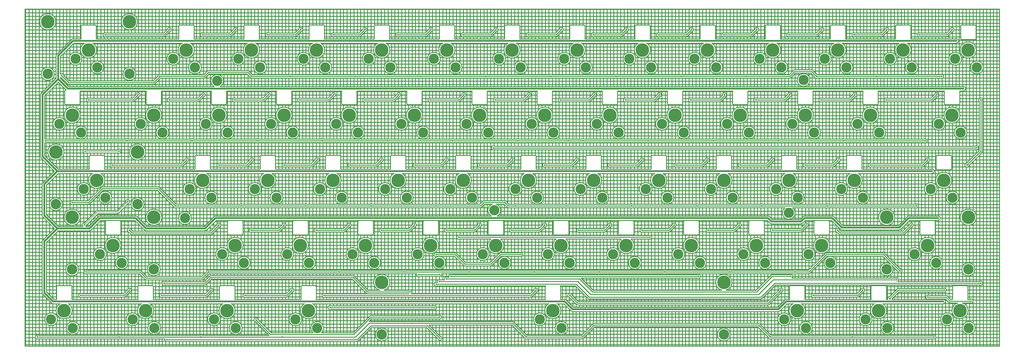
<source format=gbl>
G04*
G04 #@! TF.GenerationSoftware,Altium Limited,Altium Designer,23.0.1 (38)*
G04*
G04 Layer_Physical_Order=2*
G04 Layer_Color=5622137*
%FSLAX25Y25*%
%MOIN*%
G70*
G04*
G04 #@! TF.SameCoordinates,F13AFC00-E614-4CB8-86FD-9C2A6168B690*
G04*
G04*
G04 #@! TF.FilePolarity,Positive*
G04*
G01*
G75*
%ADD14C,0.01000*%
%ADD24C,0.00649*%
%ADD25C,0.02000*%
%ADD26C,0.15700*%
%ADD27C,0.11811*%
%ADD28C,0.12000*%
%ADD29C,0.01811*%
D14*
X1071406Y361000D02*
G03*
X1066641Y361469I-2406J0D01*
G01*
X1069469Y358641D02*
G03*
X1071406Y361000I-469J2359D01*
G01*
X1063000Y353000D02*
G03*
X1064414Y353586I0J2000D01*
G01*
X1063000Y353000D02*
G03*
X1064417Y353589I0J2000D01*
G01*
X1076500Y348000D02*
G03*
X1074000Y350500I-2500J0D01*
G01*
Y345500D02*
G03*
X1076500Y348000I0J2500D01*
G01*
X996406Y361000D02*
G03*
X991641Y361469I-2406J0D01*
G01*
X1032337Y357000D02*
G03*
X1032337Y353000I-1337J-2000D01*
G01*
X994469Y358641D02*
G03*
X996406Y361000I-469J2359D01*
G01*
X1021853Y337503D02*
G03*
X1017347Y345500I-9350J0D01*
G01*
X988000Y353000D02*
G03*
X989414Y353586I0J2000D01*
G01*
X988000Y353000D02*
G03*
X989417Y353589I0J2000D01*
G01*
X957337Y357000D02*
G03*
X957337Y353000I-1337J-2000D01*
G01*
X1096852Y337503D02*
G03*
X1096852Y337503I-9350J0D01*
G01*
X1104908Y317503D02*
G03*
X1104908Y317503I-7406J0D01*
G01*
X1079908Y327503D02*
G03*
X1079908Y327503I-7406J0D01*
G01*
X1055663Y305000D02*
G03*
X1059406Y307000I1337J2000D01*
G01*
D02*
G03*
X1055663Y309000I-2406J0D01*
G01*
X1082000Y290500D02*
G03*
X1084500Y293000I0J2500D01*
G01*
D02*
G03*
X1082000Y295500I-2500J0D01*
G01*
X1007658Y345500D02*
G03*
X1021853Y337503I4844J-7997D01*
G01*
X1029908Y317503D02*
G03*
X1029908Y317503I-7406J0D01*
G01*
X1004908Y327503D02*
G03*
X1004908Y327503I-7406J0D01*
G01*
X983337Y309000D02*
G03*
X980663Y309000I-1337J-2000D01*
G01*
Y305000D02*
G03*
X983337Y305000I1337J2000D01*
G01*
X921406Y361000D02*
G03*
X916641Y361469I-2406J0D01*
G01*
X919469Y358641D02*
G03*
X921406Y361000I-469J2359D01*
G01*
X946853Y337503D02*
G03*
X942347Y345500I-9350J0D01*
G01*
X913000Y353000D02*
G03*
X914417Y353589I0J2000D01*
G01*
X913000Y353000D02*
G03*
X914414Y353586I0J2000D01*
G01*
X846406Y361000D02*
G03*
X841641Y361469I-2406J0D01*
G01*
X844469Y358641D02*
G03*
X846406Y361000I-469J2359D01*
G01*
X882337Y357000D02*
G03*
X882337Y353000I-1337J-2000D01*
G01*
X871853Y337503D02*
G03*
X867347Y345500I-9350J0D01*
G01*
X838000Y353000D02*
G03*
X839417Y353589I0J2000D01*
G01*
X838000Y353000D02*
G03*
X839414Y353586I0J2000D01*
G01*
X954908Y317503D02*
G03*
X954908Y317503I-7406J0D01*
G01*
X932658Y345500D02*
G03*
X946853Y337503I4844J-7997D01*
G01*
X929908Y327503D02*
G03*
X929908Y327503I-7406J0D01*
G01*
X908414Y314414D02*
G03*
X907000Y315000I-1414J-1414D01*
G01*
X908417Y314411D02*
G03*
X907000Y315000I-1417J-1411D01*
G01*
X905406Y303000D02*
G03*
X905406Y303000I-7406J0D01*
G01*
X914337Y309000D02*
G03*
X913469Y309359I-1337J-2000D01*
G01*
X910641Y306531D02*
G03*
X914337Y305000I2359J469D01*
G01*
X888000Y315000D02*
G03*
X886586Y314414I0J-2000D01*
G01*
X888000Y315000D02*
G03*
X886583Y314411I0J-2000D01*
G01*
X857658Y345500D02*
G03*
X871853Y337503I4844J-7997D01*
G01*
X854908Y327503D02*
G03*
X854908Y327503I-7406J0D01*
G01*
X879908Y317503D02*
G03*
X879908Y317503I-7406J0D01*
G01*
X882000Y305000D02*
G03*
X883414Y305586I0J2000D01*
G01*
X882000Y305000D02*
G03*
X883417Y305589I0J2000D01*
G01*
X1104405Y280000D02*
G03*
X1100000Y278663I-2406J0D01*
G01*
X1104000D02*
G03*
X1104405Y280000I-2000J1337D01*
G01*
X1053405Y286000D02*
G03*
X1048641Y286469I-2406J0D01*
G01*
X1051469Y283641D02*
G03*
X1053405Y286000I-469J2359D01*
G01*
X1078102Y262503D02*
G03*
X1078102Y262503I-9350J0D01*
G01*
X1086158Y242503D02*
G03*
X1086158Y242503I-7406J0D01*
G01*
X1061158Y252503D02*
G03*
X1061158Y252503I-7406J0D01*
G01*
X1045000Y278000D02*
G03*
X1046414Y278586I0J2000D01*
G01*
X1045000Y278000D02*
G03*
X1046417Y278589I0J2000D01*
G01*
X994337Y282000D02*
G03*
X994337Y278000I-1337J-2000D01*
G01*
X992408Y242503D02*
G03*
X992408Y242503I-7406J0D01*
G01*
X1040405Y233000D02*
G03*
X1036663Y235000I-2406J0D01*
G01*
Y231000D02*
G03*
X1040405Y233000I1337J2000D01*
G01*
X984353Y262503D02*
G03*
X984353Y262503I-9350J0D01*
G01*
X1099405Y225000D02*
G03*
X1095492Y226874I-2406J0D01*
G01*
X1095875Y222874D02*
G03*
X1099405Y225000I1125J2126D01*
G01*
X1103414Y219586D02*
G03*
X1104000Y221000I-1414J1414D01*
G01*
X1103411Y219583D02*
G03*
X1104000Y221000I-1411J1417D01*
G01*
X1085531Y207359D02*
G03*
X1088359Y204531I469J-2359D01*
G01*
X1046000Y195500D02*
G03*
X1048500Y198000I0J2500D01*
G01*
X1043406Y211000D02*
G03*
X1038641Y211469I-2406J0D01*
G01*
X1041469Y208641D02*
G03*
X1043406Y211000I-469J2359D01*
G01*
X1035000Y203000D02*
G03*
X1036417Y203589I0J2000D01*
G01*
X1035000Y203000D02*
G03*
X1036414Y203586I0J2000D01*
G01*
X1048500Y198000D02*
G03*
X1046000Y200500I-2500J0D01*
G01*
X976337Y207000D02*
G03*
X976337Y203000I-1337J-2000D01*
G01*
X957469Y283641D02*
G03*
X959406Y286000I-469J2359D01*
G01*
D02*
G03*
X954641Y286469I-2406J0D01*
G01*
X951000Y278000D02*
G03*
X952414Y278586I0J2000D01*
G01*
X951000Y278000D02*
G03*
X952417Y278589I0J2000D01*
G01*
X919337Y282000D02*
G03*
X919337Y278000I-1337J-2000D01*
G01*
X967408Y252503D02*
G03*
X967408Y252503I-7406J0D01*
G01*
X945337Y235000D02*
G03*
X942663Y235000I-1337J-2000D01*
G01*
Y231000D02*
G03*
X945337Y231000I1337J2000D01*
G01*
X909353Y262503D02*
G03*
X909353Y262503I-9350J0D01*
G01*
X917408Y242503D02*
G03*
X917408Y242503I-7406J0D01*
G01*
X882469Y283641D02*
G03*
X884406Y286000I-469J2359D01*
G01*
D02*
G03*
X879641Y286469I-2406J0D01*
G01*
X876000Y278000D02*
G03*
X877414Y278586I0J2000D01*
G01*
X876000Y278000D02*
G03*
X877417Y278589I0J2000D01*
G01*
X844337Y282000D02*
G03*
X844337Y278000I-1337J-2000D01*
G01*
X892408Y252503D02*
G03*
X892408Y252503I-7406J0D01*
G01*
X870337Y235000D02*
G03*
X867663Y235000I-1337J-2000D01*
G01*
Y231000D02*
G03*
X870337Y231000I1337J2000D01*
G01*
X842408Y242503D02*
G03*
X842408Y242503I-7406J0D01*
G01*
X938469Y208641D02*
G03*
X940405Y211000I-469J2359D01*
G01*
D02*
G03*
X935641Y211469I-2406J0D01*
G01*
X932000Y203000D02*
G03*
X933414Y203586I0J2000D01*
G01*
X932000Y203000D02*
G03*
X933417Y203589I0J2000D01*
G01*
X901337Y207000D02*
G03*
X901337Y203000I-1337J-2000D01*
G01*
X864406Y211000D02*
G03*
X859641Y211469I-2406J0D01*
G01*
X862469Y208641D02*
G03*
X864406Y211000I-469J2359D01*
G01*
X856000Y203000D02*
G03*
X857417Y203589I0J2000D01*
G01*
X856000Y203000D02*
G03*
X857414Y203586I0J2000D01*
G01*
X771406Y361000D02*
G03*
X766641Y361469I-2406J0D01*
G01*
X769469Y358641D02*
G03*
X771406Y361000I-469J2359D01*
G01*
X807337Y357000D02*
G03*
X807337Y353000I-1337J-2000D01*
G01*
X796853Y337503D02*
G03*
X792347Y345500I-9350J0D01*
G01*
X782658D02*
G03*
X796853Y337503I4844J-7997D01*
G01*
X732337Y357000D02*
G03*
X732337Y353000I-1337J-2000D01*
G01*
X694469Y358641D02*
G03*
X696406Y361000I-469J2359D01*
G01*
D02*
G03*
X691641Y361469I-2406J0D01*
G01*
X763000Y353000D02*
G03*
X764417Y353589I0J2000D01*
G01*
X763000Y353000D02*
G03*
X764414Y353586I0J2000D01*
G01*
X721855Y337503D02*
G03*
X717350Y345500I-9350J0D01*
G01*
X707661D02*
G03*
X721855Y337503I4844J-7997D01*
G01*
X833337Y309000D02*
G03*
X830663Y309000I-1337J-2000D01*
G01*
X804908Y317503D02*
G03*
X804908Y317503I-7406J0D01*
G01*
X779908Y327503D02*
G03*
X779908Y327503I-7406J0D01*
G01*
X830663Y305000D02*
G03*
X833337Y305000I1337J2000D01*
G01*
X808961Y284607D02*
G03*
X809406Y286000I-1961J1393D01*
G01*
D02*
G03*
X804651Y285480I-2406J0D01*
G01*
X808414Y283586D02*
G03*
X808961Y284607I-1414J1414D01*
G01*
X808411Y283583D02*
G03*
X808961Y284607I-1411J1417D01*
G01*
X758337Y309000D02*
G03*
X755663Y309000I-1337J-2000D01*
G01*
X704911Y327503D02*
G03*
X704911Y327503I-7406J0D01*
G01*
X729911Y317503D02*
G03*
X729911Y317503I-7406J0D01*
G01*
X755663Y305000D02*
G03*
X758337Y305000I1337J2000D01*
G01*
X732469Y283641D02*
G03*
X734406Y286000I-469J2359D01*
G01*
D02*
G03*
X729641Y286469I-2406J0D01*
G01*
X657337Y357000D02*
G03*
X657337Y353000I-1337J-2000D01*
G01*
X688000D02*
G03*
X689417Y353589I0J2000D01*
G01*
X688000Y353000D02*
G03*
X689414Y353586I0J2000D01*
G01*
X646856Y337503D02*
G03*
X642350Y345500I-9350J0D01*
G01*
X632662D02*
G03*
X646856Y337503I4844J-7997D01*
G01*
X619469Y358641D02*
G03*
X621406Y361000I-469J2359D01*
G01*
D02*
G03*
X616641Y361469I-2406J0D01*
G01*
X613000Y353000D02*
G03*
X614417Y353589I0J2000D01*
G01*
X613000Y353000D02*
G03*
X614414Y353586I0J2000D01*
G01*
X582337Y357000D02*
G03*
X582337Y353000I-1337J-2000D01*
G01*
X571852Y337503D02*
G03*
X567346Y345500I-9350J0D01*
G01*
X683337Y309000D02*
G03*
X680663Y309000I-1337J-2000D01*
G01*
X654911Y317503D02*
G03*
X654911Y317503I-7406J0D01*
G01*
X680663Y305000D02*
G03*
X683337Y305000I1337J2000D01*
G01*
X659406Y286000D02*
G03*
X654641Y286469I-2406J0D01*
G01*
X657469Y283641D02*
G03*
X659406Y286000I-469J2359D01*
G01*
X629911Y327503D02*
G03*
X629911Y327503I-7406J0D01*
G01*
X608337Y309000D02*
G03*
X605663Y309000I-1337J-2000D01*
G01*
Y305000D02*
G03*
X608337Y305000I1337J2000D01*
G01*
X579908Y317503D02*
G03*
X579908Y317503I-7406J0D01*
G01*
X584406Y286000D02*
G03*
X579641Y286469I-2406J0D01*
G01*
X582469Y283641D02*
G03*
X584406Y286000I-469J2359D01*
G01*
X834353Y262503D02*
G03*
X834353Y262503I-9350J0D01*
G01*
X802000Y278000D02*
G03*
X803417Y278589I0J2000D01*
G01*
X802000Y278000D02*
G03*
X803414Y278586I0J2000D01*
G01*
X769337Y282000D02*
G03*
X769337Y278000I-1337J-2000D01*
G01*
X817408Y252503D02*
G03*
X817408Y252503I-7406J0D01*
G01*
X767408Y242503D02*
G03*
X767408Y242503I-7406J0D01*
G01*
X792663Y231000D02*
G03*
X795337Y231000I1337J2000D01*
G01*
Y235000D02*
G03*
X792663Y235000I-1337J-2000D01*
G01*
X759353Y262503D02*
G03*
X759353Y262503I-9350J0D01*
G01*
X726000Y278000D02*
G03*
X727414Y278586I0J2000D01*
G01*
X726000Y278000D02*
G03*
X727417Y278589I0J2000D01*
G01*
X742408Y252503D02*
G03*
X742408Y252503I-7406J0D01*
G01*
X694337Y282000D02*
G03*
X694337Y278000I-1337J-2000D01*
G01*
X720337Y235000D02*
G03*
X717663Y235000I-1337J-2000D01*
G01*
Y231000D02*
G03*
X720337Y231000I1337J2000D01*
G01*
X826337Y207000D02*
G03*
X826337Y203000I-1337J-2000D01*
G01*
X787469Y208641D02*
G03*
X789405Y211000I-469J2359D01*
G01*
D02*
G03*
X784641Y211469I-2406J0D01*
G01*
X781000Y203000D02*
G03*
X782414Y203586I0J2000D01*
G01*
X781000Y203000D02*
G03*
X782417Y203589I0J2000D01*
G01*
X752337Y207000D02*
G03*
X752337Y203000I-1337J-2000D01*
G01*
X712469Y208641D02*
G03*
X714405Y211000I-469J2359D01*
G01*
D02*
G03*
X709641Y211469I-2406J0D01*
G01*
X706000Y203000D02*
G03*
X707414Y203586I0J2000D01*
G01*
X706000Y203000D02*
G03*
X707417Y203589I0J2000D01*
G01*
X651000Y278000D02*
G03*
X652417Y278589I0J2000D01*
G01*
X651000Y278000D02*
G03*
X652414Y278586I0J2000D01*
G01*
X684352Y262503D02*
G03*
X684352Y262503I-9350J0D01*
G01*
X667408Y252503D02*
G03*
X667408Y252503I-7406J0D01*
G01*
X692408Y242503D02*
G03*
X692408Y242503I-7406J0D01*
G01*
X645337Y235000D02*
G03*
X642663Y235000I-1337J-2000D01*
G01*
Y231000D02*
G03*
X645337Y231000I1337J2000D01*
G01*
X619337Y282000D02*
G03*
X619337Y278000I-1337J-2000D01*
G01*
X576000D02*
G03*
X577414Y278586I0J2000D01*
G01*
X576000Y278000D02*
G03*
X577417Y278589I0J2000D01*
G01*
X609352Y262503D02*
G03*
X609352Y262503I-9350J0D01*
G01*
X617408Y242503D02*
G03*
X617408Y242503I-7406J0D01*
G01*
X628337Y235000D02*
G03*
X625663Y235000I-1337J-2000D01*
G01*
Y231000D02*
G03*
X628337Y231000I1337J2000D01*
G01*
X592408Y252503D02*
G03*
X592408Y252503I-7406J0D01*
G01*
X570337Y235000D02*
G03*
X567663Y235000I-1337J-2000D01*
G01*
Y231000D02*
G03*
X570337Y231000I1337J2000D01*
G01*
X637469Y208641D02*
G03*
X639405Y211000I-469J2359D01*
G01*
D02*
G03*
X634641Y211469I-2406J0D01*
G01*
X676337Y207000D02*
G03*
X676337Y203000I-1337J-2000D01*
G01*
X631000D02*
G03*
X632417Y203589I0J2000D01*
G01*
X631000Y203000D02*
G03*
X632414Y203586I0J2000D01*
G01*
X601337Y207000D02*
G03*
X601337Y203000I-1337J-2000D01*
G01*
X563469Y208641D02*
G03*
X565406Y211000I-469J2359D01*
G01*
D02*
G03*
X560641Y211469I-2406J0D01*
G01*
X557000Y203000D02*
G03*
X558417Y203589I0J2000D01*
G01*
X557000Y203000D02*
G03*
X558414Y203586I0J2000D01*
G01*
X1068730Y187503D02*
G03*
X1068730Y187503I-9350J0D01*
G01*
X1076786Y167503D02*
G03*
X1076786Y167503I-7406J0D01*
G01*
X1051786Y177503D02*
G03*
X1051786Y177503I-7406J0D01*
G01*
X1055500Y144000D02*
G03*
X1053000Y146500I-2500J0D01*
G01*
Y141500D02*
G03*
X1055500Y144000I0J2500D01*
G01*
X1096977Y145002D02*
G03*
X1096977Y145002I-9350J0D01*
G01*
X1026663Y156000D02*
G03*
X1030406Y158000I1337J2000D01*
G01*
D02*
G03*
X1026663Y160000I-2406J0D01*
G01*
X965603Y187503D02*
G03*
X961097Y195500I-9350J0D01*
G01*
X951408D02*
G03*
X965603Y187503I4844J-7997D01*
G01*
X973658Y167503D02*
G03*
X973658Y167503I-7406J0D01*
G01*
X1019000Y146500D02*
G03*
X1017232Y145768I0J-2500D01*
G01*
X1019000Y146500D02*
G03*
X1017232Y145768I0J-2500D01*
G01*
X1024405Y136000D02*
G03*
X1019641Y136469I-2406J0D01*
G01*
X1002977Y145002D02*
G03*
X1002977Y145002I-9350J0D01*
G01*
X1022469Y133641D02*
G03*
X1024405Y136000I-469J2359D01*
G01*
X1058033Y92502D02*
G03*
X1058033Y92502I-7406J0D01*
G01*
X1095127Y85002D02*
G03*
X1095127Y85002I-7500J0D01*
G01*
X1049977Y112502D02*
G03*
X1049977Y112502I-9350J0D01*
G01*
X1033033Y102502D02*
G03*
X1033033Y102502I-7406J0D01*
G01*
X1008000Y130500D02*
G03*
X1009768Y131232I0J2500D01*
G01*
X1008000Y130500D02*
G03*
X1009768Y131232I0J2500D01*
G01*
X1013000Y125000D02*
G03*
X1014417Y125589I0J2000D01*
G01*
X1013000Y125000D02*
G03*
X1014414Y125586I0J2000D01*
G01*
X940232Y131232D02*
G03*
X942000Y130500I1768J1768D01*
G01*
X940232Y131232D02*
G03*
X942000Y130500I1768J1768D01*
G01*
X991417Y103411D02*
G03*
X990000Y104000I-1417J-1411D01*
G01*
X991414Y103414D02*
G03*
X990000Y104000I-1414J-1414D01*
G01*
X998313Y90859D02*
G03*
X1001127Y85002I-4686J-5856D01*
G01*
X948658Y177503D02*
G03*
X948658Y177503I-7406J0D01*
G01*
X926337Y160000D02*
G03*
X923663Y160000I-1337J-2000D01*
G01*
Y156000D02*
G03*
X926337Y156000I1337J2000D01*
G01*
X898658Y167503D02*
G03*
X898658Y167503I-7406J0D01*
G01*
X932768Y145768D02*
G03*
X931000Y146500I-1768J-1768D01*
G01*
X932768Y145768D02*
G03*
X931000Y146500I-1768J-1768D01*
G01*
X899000D02*
G03*
X897232Y145768I0J-2500D01*
G01*
X899000Y146500D02*
G03*
X897232Y145768I0J-2500D01*
G01*
X895000Y137500D02*
G03*
X896768Y138232I0J2500D01*
G01*
X890603Y187503D02*
G03*
X886097Y195500I-9350J0D01*
G01*
X876408D02*
G03*
X890603Y187503I4844J-7997D01*
G01*
X873658Y177503D02*
G03*
X873658Y177503I-7406J0D01*
G01*
X851337Y160000D02*
G03*
X848663Y160000I-1337J-2000D01*
G01*
X888406Y150000D02*
G03*
X885341Y156000I-7406J0D01*
G01*
X876659D02*
G03*
X888406Y150000I4341J-6000D01*
G01*
X858768Y145768D02*
G03*
X857000Y146500I-1768J-1768D01*
G01*
X858768Y145768D02*
G03*
X857000Y146500I-1768J-1768D01*
G01*
X848663Y156000D02*
G03*
X851337Y156000I1337J2000D01*
G01*
X938583Y125589D02*
G03*
X940000Y125000I1417J1411D01*
G01*
X938586Y125586D02*
G03*
X940000Y125000I1414J1414D01*
G01*
X939359Y130469D02*
G03*
X936531Y127641I-2359J-469D01*
G01*
X928103Y112503D02*
G03*
X928103Y112503I-9350J0D01*
G01*
X924000Y104000D02*
G03*
X922586Y103414I0J-2000D01*
G01*
X924000Y104000D02*
G03*
X922583Y103411I0J-2000D01*
G01*
X911158Y102503D02*
G03*
X911158Y102503I-7406J0D01*
G01*
X936158Y92503D02*
G03*
X936158Y92503I-7406J0D01*
G01*
X903405Y136000D02*
G03*
X898641Y136469I-2406J0D01*
G01*
X895000Y137500D02*
G03*
X896768Y138232I0J2500D01*
G01*
X901469Y133641D02*
G03*
X903405Y136000I-469J2359D01*
G01*
X895000Y128000D02*
G03*
X896414Y128586I0J2000D01*
G01*
X895000Y128000D02*
G03*
X896417Y128589I0J2000D01*
G01*
X859232Y138232D02*
G03*
X861000Y137500I1768J1768D01*
G01*
X859232Y138232D02*
G03*
X861000Y137500I1768J1768D01*
G01*
X863337Y132000D02*
G03*
X863337Y128000I-1337J-2000D01*
G01*
X853103Y112503D02*
G03*
X853103Y112503I-9350J0D01*
G01*
X861158Y92503D02*
G03*
X861158Y92503I-7406J0D01*
G01*
X1104405Y69000D02*
G03*
X1100663Y71000I-2406J0D01*
G01*
Y67000D02*
G03*
X1104405Y69000I1337J2000D01*
G01*
X1058663Y59000D02*
G03*
X1062405Y61000I1337J2000D01*
G01*
X1063414Y54414D02*
G03*
X1062000Y55000I-1414J-1414D01*
G01*
X1063417Y54411D02*
G03*
X1062000Y55000I-1417J-1411D01*
G01*
X1062405Y61000D02*
G03*
X1058663Y63000I-2406J0D01*
G01*
X1042337Y55000D02*
G03*
X1042337Y51000I-1337J-2000D01*
G01*
X1011405Y83000D02*
G03*
X1009469Y85359I-2406J0D01*
G01*
X1006641Y82531D02*
G03*
X1011405Y83000I2359J469D01*
G01*
X1006337Y71000D02*
G03*
X1007405Y73000I-1337J2000D01*
G01*
D02*
G03*
X1003663Y75000I-2406J0D01*
G01*
X1001127Y85002D02*
G03*
X999483Y89688I-7500J0D01*
G01*
X1006839Y63000D02*
G03*
X1005425Y62414I0J-2000D01*
G01*
X1006839Y63000D02*
G03*
X1005422Y62411I0J-2000D01*
G01*
X968406Y61000D02*
G03*
X963641Y61469I-2406J0D01*
G01*
X966469Y58641D02*
G03*
X968406Y61000I-469J2359D01*
G01*
X1093133Y48492D02*
G03*
X1089391Y50492I-2406J0D01*
G01*
Y46492D02*
G03*
X1093133Y48492I1337J2000D01*
G01*
X1087477Y37503D02*
G03*
X1080699Y46492I-9350J0D01*
G01*
X1065090Y47081D02*
G03*
X1066508Y46492I1417J1411D01*
G01*
X1065094Y47078D02*
G03*
X1066508Y46492I1414J1414D01*
G01*
X1061500Y48000D02*
G03*
X1059000Y50500I-2500J0D01*
G01*
X1075556Y46492D02*
G03*
X1087477Y37503I2572J-8989D01*
G01*
X1059000Y45500D02*
G03*
X1061500Y48000I0J2500D01*
G01*
X1095533Y17503D02*
G03*
X1095533Y17503I-7406J0D01*
G01*
X1070533Y27503D02*
G03*
X1070533Y27503I-7406J0D01*
G01*
X996318Y53307D02*
G03*
X994647Y50500I682J-2307D01*
G01*
X993730Y37503D02*
G03*
X989225Y45500I-9350J0D01*
G01*
X979536D02*
G03*
X993730Y37503I4844J-7997D01*
G01*
X976786Y27503D02*
G03*
X976786Y27503I-7406J0D01*
G01*
X1050406Y7000D02*
G03*
X1046663Y9000I-2406J0D01*
G01*
Y5000D02*
G03*
X1050406Y7000I1337J2000D01*
G01*
X1001786Y17503D02*
G03*
X1001786Y17503I-7406J0D01*
G01*
X904000Y80000D02*
G03*
X905417Y80589I0J2000D01*
G01*
X904000Y80000D02*
G03*
X905414Y80586I0J2000D01*
G01*
X960000Y53000D02*
G03*
X961414Y53586I0J2000D01*
G01*
X960000Y53000D02*
G03*
X961417Y53589I0J2000D01*
G01*
X910337Y57000D02*
G03*
X910337Y53000I-1337J-2000D01*
G01*
X889337Y84000D02*
G03*
X886663Y84000I-1337J-2000D01*
G01*
Y80000D02*
G03*
X889337Y80000I1337J2000D01*
G01*
X885406Y77000D02*
G03*
X881663Y79000I-2406J0D01*
G01*
X884337Y75000D02*
G03*
X885406Y77000I-1337J2000D01*
G01*
X862000Y79000D02*
G03*
X860586Y78414I0J-2000D01*
G01*
X862000Y79000D02*
G03*
X860583Y78411I0J-2000D01*
G01*
X874405Y61000D02*
G03*
X869641Y61469I-2406J0D01*
G01*
X872469Y58641D02*
G03*
X874405Y61000I-469J2359D01*
G01*
X878000Y50500D02*
G03*
X876232Y49768I0J-2500D01*
G01*
X878000Y50500D02*
G03*
X876232Y49768I0J-2500D01*
G01*
X849000Y51000D02*
G03*
X850417Y51589I0J2000D01*
G01*
X849000Y51000D02*
G03*
X850414Y51586I0J2000D01*
G01*
X899977Y37503D02*
G03*
X895472Y45500I-9350J0D01*
G01*
X885783D02*
G03*
X899977Y37503I4844J-7997D01*
G01*
X908033Y17503D02*
G03*
X908033Y17503I-7406J0D01*
G01*
X955337Y9000D02*
G03*
X952663Y9000I-1337J-2000D01*
G01*
Y5000D02*
G03*
X955337Y5000I1337J2000D01*
G01*
X857000Y44000D02*
G03*
X858417Y44589I0J2000D01*
G01*
X869000Y36500D02*
G03*
X870768Y37232I0J2500D01*
G01*
X869000Y36500D02*
G03*
X870768Y37232I0J2500D01*
G01*
X857000Y44000D02*
G03*
X858414Y44586I0J2000D01*
G01*
X883033Y27503D02*
G03*
X883033Y27503I-7406J0D01*
G01*
X861337Y9000D02*
G03*
X860469Y9359I-1337J-2000D01*
G01*
X857641Y6531D02*
G03*
X861337Y5000I2359J469D01*
G01*
X847417Y22411D02*
G03*
X846000Y23000I-1417J-1411D01*
G01*
X847414Y22414D02*
G03*
X846000Y23000I-1414J-1414D01*
G01*
X815603Y187503D02*
G03*
X811097Y195500I-9350J0D01*
G01*
X801408D02*
G03*
X815603Y187503I4844J-7997D01*
G01*
X823658Y167503D02*
G03*
X823658Y167503I-7406J0D01*
G01*
X798658Y177503D02*
G03*
X798658Y177503I-7406J0D01*
G01*
X773663Y156000D02*
G03*
X776337Y156000I1337J2000D01*
G01*
Y160000D02*
G03*
X773663Y160000I-1337J-2000D01*
G01*
X740602Y187503D02*
G03*
X736096Y195500I-9350J0D01*
G01*
X748657Y167503D02*
G03*
X748657Y167503I-7406J0D01*
G01*
X726407Y195500D02*
G03*
X740602Y187503I4844J-7997D01*
G01*
X723657Y177503D02*
G03*
X723657Y177503I-7406J0D01*
G01*
X698663Y156000D02*
G03*
X701337Y156000I1337J2000D01*
G01*
Y160000D02*
G03*
X698663Y160000I-1337J-2000D01*
G01*
X826406Y136000D02*
G03*
X821641Y136469I-2406J0D01*
G01*
X824469Y133641D02*
G03*
X826406Y136000I-469J2359D01*
G01*
X818000Y128000D02*
G03*
X819414Y128586I0J2000D01*
G01*
X818000Y128000D02*
G03*
X819417Y128589I0J2000D01*
G01*
X789337Y132000D02*
G03*
X789337Y128000I-1337J-2000D01*
G01*
X836158Y102503D02*
G03*
X836158Y102503I-7406J0D01*
G01*
X778103Y112503D02*
G03*
X778103Y112503I-9350J0D01*
G01*
X761158Y102503D02*
G03*
X761158Y102503I-7406J0D01*
G01*
X751405Y136000D02*
G03*
X746641Y136469I-2406J0D01*
G01*
X749469Y133641D02*
G03*
X751405Y136000I-469J2359D01*
G01*
X743000Y128000D02*
G03*
X744414Y128586I0J2000D01*
G01*
X743000Y128000D02*
G03*
X744417Y128589I0J2000D01*
G01*
X713337Y132000D02*
G03*
X713337Y128000I-1337J-2000D01*
G01*
X719663Y120000D02*
G03*
X723406Y122000I1337J2000D01*
G01*
D02*
G03*
X719663Y124000I-2406J0D01*
G01*
X703102Y112503D02*
G03*
X699339Y120000I-9350J0D01*
G01*
X665602Y187503D02*
G03*
X661096Y195500I-9350J0D01*
G01*
X673658Y167503D02*
G03*
X673658Y167503I-7406J0D01*
G01*
X651408Y195500D02*
G03*
X665602Y187503I4844J-7997D01*
G01*
X648658Y177503D02*
G03*
X648658Y177503I-7406J0D01*
G01*
X590602Y187503D02*
G03*
X586096Y195500I-9350J0D01*
G01*
X598658Y167503D02*
G03*
X598658Y167503I-7406J0D01*
G01*
X626337Y160000D02*
G03*
X623663Y160000I-1337J-2000D01*
G01*
X576408Y195500D02*
G03*
X590602Y187503I4844J-7997D01*
G01*
X573658Y177503D02*
G03*
X573658Y177503I-7406J0D01*
G01*
X567337Y160000D02*
G03*
X564663Y160000I-1337J-2000D01*
G01*
X623663Y156000D02*
G03*
X626337Y156000I1337J2000D01*
G01*
X564663D02*
G03*
X567337Y156000I1337J2000D01*
G01*
X556583Y156589D02*
G03*
X558000Y156000I1417J1411D01*
G01*
X556586Y156586D02*
G03*
X558000Y156000I1414J1414D01*
G01*
X677406Y136000D02*
G03*
X672641Y136469I-2406J0D01*
G01*
X675469Y133641D02*
G03*
X677406Y136000I-469J2359D01*
G01*
X669000Y128000D02*
G03*
X670414Y128586I0J2000D01*
G01*
X669000Y128000D02*
G03*
X670417Y128589I0J2000D01*
G01*
X640337Y132000D02*
G03*
X640337Y128000I-1337J-2000D01*
G01*
X688165Y120000D02*
G03*
X703102Y112503I5587J-7497D01*
G01*
X686158Y102503D02*
G03*
X686158Y102503I-7406J0D01*
G01*
X628102Y112503D02*
G03*
X624339Y120000I-9350J0D01*
G01*
X613165D02*
G03*
X628102Y112503I5587J-7497D01*
G01*
X600469Y133641D02*
G03*
X602406Y136000I-469J2359D01*
G01*
D02*
G03*
X597641Y136469I-2406J0D01*
G01*
X594000Y128000D02*
G03*
X595417Y128589I0J2000D01*
G01*
X594000Y128000D02*
G03*
X595414Y128586I0J2000D01*
G01*
X563337Y132000D02*
G03*
X563337Y128000I-1337J-2000D01*
G01*
X611158Y102503D02*
G03*
X611158Y102503I-7406J0D01*
G01*
X814337Y84000D02*
G03*
X811663Y84000I-1337J-2000D01*
G01*
X786158Y92503D02*
G03*
X786158Y92503I-7406J0D01*
G01*
X811663Y80000D02*
G03*
X814337Y80000I1337J2000D01*
G01*
X815580Y70003D02*
G03*
X803706Y61000I-9350J0D01*
G01*
X808755D02*
G03*
X815580Y70003I-2525J9003D01*
G01*
X779405Y77000D02*
G03*
X775663Y79000I-2406J0D01*
G01*
Y75000D02*
G03*
X779405Y77000I1337J2000D01*
G01*
X739337Y84000D02*
G03*
X736663Y84000I-1337J-2000D01*
G01*
Y80000D02*
G03*
X739337Y80000I1337J2000D01*
G01*
X711158Y92503D02*
G03*
X711158Y92503I-7406J0D01*
G01*
X813730Y10003D02*
G03*
X813730Y10003I-7500J0D01*
G01*
X664337Y84000D02*
G03*
X661663Y84000I-1337J-2000D01*
G01*
Y80000D02*
G03*
X664337Y80000I1337J2000D01*
G01*
X636158Y92503D02*
G03*
X636158Y92503I-7406J0D01*
G01*
X649586Y51586D02*
G03*
X651000Y51000I1414J1414D01*
G01*
X649583Y51589D02*
G03*
X651000Y51000I1417J1411D01*
G01*
X631359Y55469D02*
G03*
X628531Y52641I-2359J-469D01*
G01*
X624768Y49768D02*
G03*
X623000Y50500I-1768J-1768D01*
G01*
X589337Y84000D02*
G03*
X586663Y84000I-1337J-2000D01*
G01*
Y80000D02*
G03*
X589337Y80000I1337J2000D01*
G01*
X570663Y100000D02*
G03*
X574405Y102000I1337J2000D01*
G01*
D02*
G03*
X570663Y104000I-2406J0D01*
G01*
X592406Y61000D02*
G03*
X587641Y61469I-2406J0D01*
G01*
X590469Y58641D02*
G03*
X592406Y61000I-469J2359D01*
G01*
X584000Y53000D02*
G03*
X585414Y53586I0J2000D01*
G01*
X584000Y53000D02*
G03*
X585417Y53589I0J2000D01*
G01*
X636586Y44586D02*
G03*
X638000Y44000I1414J1414D01*
G01*
X636583Y44589D02*
G03*
X638000Y44000I1417J1411D01*
G01*
X630232Y37232D02*
G03*
X632000Y36500I1768J1768D01*
G01*
X630232Y37232D02*
G03*
X632000Y36500I1768J1768D01*
G01*
X657000Y23000D02*
G03*
X655586Y22414I0J-2000D01*
G01*
X657000Y23000D02*
G03*
X655583Y22411I0J-2000D01*
G01*
X643000Y5000D02*
G03*
X644417Y5589I0J2000D01*
G01*
X643000Y5000D02*
G03*
X644414Y5586I0J2000D01*
G01*
X624768Y49768D02*
G03*
X623000Y50500I-1768J-1768D01*
G01*
X618730Y37503D02*
G03*
X614224Y45500I-9350J0D01*
G01*
X626785Y17503D02*
G03*
X626785Y17503I-7406J0D01*
G01*
X604536Y45500D02*
G03*
X618730Y37503I4844J-7997D01*
G01*
X564414Y24414D02*
G03*
X563000Y25000I-1414J-1414D01*
G01*
X601785Y27503D02*
G03*
X601785Y27503I-7406J0D01*
G01*
X564417Y24411D02*
G03*
X563000Y25000I-1417J-1411D01*
G01*
X580337Y9000D02*
G03*
X579469Y9359I-1337J-2000D01*
G01*
X576641Y6531D02*
G03*
X580337Y5000I2359J469D01*
G01*
X546406Y361000D02*
G03*
X541641Y361469I-2406J0D01*
G01*
X544469Y358641D02*
G03*
X546406Y361000I-469J2359D01*
G01*
X507337Y357000D02*
G03*
X507337Y353000I-1337J-2000D01*
G01*
X538000D02*
G03*
X539414Y353586I0J2000D01*
G01*
X538000Y353000D02*
G03*
X539417Y353589I0J2000D01*
G01*
X496852Y337503D02*
G03*
X492346Y345500I-9350J0D01*
G01*
X471406Y361000D02*
G03*
X466641Y361469I-2406J0D01*
G01*
X469469Y358641D02*
G03*
X471406Y361000I-469J2359D01*
G01*
X432337Y357000D02*
G03*
X432337Y353000I-1337J-2000D01*
G01*
X463000D02*
G03*
X464414Y353586I0J2000D01*
G01*
X463000Y353000D02*
G03*
X464417Y353589I0J2000D01*
G01*
X421852Y337503D02*
G03*
X417346Y345500I-9350J0D01*
G01*
X557658D02*
G03*
X571852Y337503I4844J-7997D01*
G01*
X554908Y327503D02*
G03*
X554908Y327503I-7406J0D01*
G01*
X533337Y309000D02*
G03*
X530663Y309000I-1337J-2000D01*
G01*
X482658Y345500D02*
G03*
X496852Y337503I4844J-7997D01*
G01*
X504908Y317503D02*
G03*
X504908Y317503I-7406J0D01*
G01*
X530663Y305000D02*
G03*
X533337Y305000I1337J2000D01*
G01*
X479908Y327503D02*
G03*
X479908Y327503I-7406J0D01*
G01*
X458337Y309000D02*
G03*
X455663Y309000I-1337J-2000D01*
G01*
Y305000D02*
G03*
X458337Y305000I1337J2000D01*
G01*
X393469Y358641D02*
G03*
X395406Y361000I-469J2359D01*
G01*
D02*
G03*
X390641Y361469I-2406J0D01*
G01*
X358337Y357000D02*
G03*
X358337Y353000I-1337J-2000D01*
G01*
X387000D02*
G03*
X388417Y353589I0J2000D01*
G01*
X387000Y353000D02*
G03*
X388414Y353586I0J2000D01*
G01*
X321406Y361000D02*
G03*
X316641Y361469I-2406J0D01*
G01*
X319469Y358641D02*
G03*
X321406Y361000I-469J2359D01*
G01*
X313000Y353000D02*
G03*
X314417Y353589I0J2000D01*
G01*
X313000Y353000D02*
G03*
X314414Y353586I0J2000D01*
G01*
X346852Y337503D02*
G03*
X342346Y345500I-9350J0D01*
G01*
X429908Y317503D02*
G03*
X429908Y317503I-7406J0D01*
G01*
X407658Y345500D02*
G03*
X421852Y337503I4844J-7997D01*
G01*
X404908Y327503D02*
G03*
X404908Y327503I-7406J0D01*
G01*
X383337Y309000D02*
G03*
X380663Y309000I-1337J-2000D01*
G01*
Y305000D02*
G03*
X383337Y305000I1337J2000D01*
G01*
X332658Y345500D02*
G03*
X346852Y337503I4844J-7997D01*
G01*
X354907Y317503D02*
G03*
X354907Y317503I-7406J0D01*
G01*
X329907Y327503D02*
G03*
X329907Y327503I-7406J0D01*
G01*
X308337Y309000D02*
G03*
X305663Y309000I-1337J-2000D01*
G01*
Y305000D02*
G03*
X308337Y305000I1337J2000D01*
G01*
X544337Y282000D02*
G03*
X544337Y278000I-1337J-2000D01*
G01*
X509406Y286000D02*
G03*
X504641Y286469I-2406J0D01*
G01*
X507469Y283641D02*
G03*
X509406Y286000I-469J2359D01*
G01*
X534352Y262503D02*
G03*
X534352Y262503I-9350J0D01*
G01*
X542408Y242503D02*
G03*
X542408Y242503I-7406J0D01*
G01*
X517408Y252503D02*
G03*
X517408Y252503I-7406J0D01*
G01*
X501000Y278000D02*
G03*
X502417Y278589I0J2000D01*
G01*
X501000Y278000D02*
G03*
X502414Y278586I0J2000D01*
G01*
X469337Y282000D02*
G03*
X469337Y278000I-1337J-2000D01*
G01*
X432469Y283641D02*
G03*
X434406Y286000I-469J2359D01*
G01*
D02*
G03*
X429641Y286469I-2406J0D01*
G01*
X426000Y278000D02*
G03*
X427414Y278586I0J2000D01*
G01*
X426000Y278000D02*
G03*
X427417Y278589I0J2000D01*
G01*
X467408Y242503D02*
G03*
X467408Y242503I-7406J0D01*
G01*
X492663Y231000D02*
G03*
X495337Y231000I1337J2000D01*
G01*
Y235000D02*
G03*
X492663Y235000I-1337J-2000D01*
G01*
X459352Y262503D02*
G03*
X459352Y262503I-9350J0D01*
G01*
X442408Y252503D02*
G03*
X442408Y252503I-7406J0D01*
G01*
X542337Y226874D02*
G03*
X542337Y222874I-1337J-2000D01*
G01*
X526337Y207000D02*
G03*
X526337Y203000I-1337J-2000D01*
G01*
X515602Y187503D02*
G03*
X511096Y195500I-9350J0D01*
G01*
X501408D02*
G03*
X515602Y187503I4844J-7997D01*
G01*
X487469Y208641D02*
G03*
X489405Y211000I-469J2359D01*
G01*
D02*
G03*
X484641Y211469I-2406J0D01*
G01*
X481000Y203000D02*
G03*
X482417Y203589I0J2000D01*
G01*
X481000Y203000D02*
G03*
X482414Y203586I0J2000D01*
G01*
X452337Y207000D02*
G03*
X452337Y203000I-1337J-2000D01*
G01*
X440602Y187503D02*
G03*
X436096Y195500I-9350J0D01*
G01*
X394337Y282000D02*
G03*
X394337Y278000I-1337J-2000D01*
G01*
X359405Y286000D02*
G03*
X354641Y286469I-2406J0D01*
G01*
X357469Y283641D02*
G03*
X359405Y286000I-469J2359D01*
G01*
X384352Y262503D02*
G03*
X384352Y262503I-9350J0D01*
G01*
X392407Y242503D02*
G03*
X392407Y242503I-7406J0D01*
G01*
X417663Y231000D02*
G03*
X420337Y231000I1337J2000D01*
G01*
Y235000D02*
G03*
X417663Y235000I-1337J-2000D01*
G01*
X367407Y252503D02*
G03*
X367407Y252503I-7406J0D01*
G01*
X351000Y278000D02*
G03*
X352417Y278589I0J2000D01*
G01*
X319337Y282000D02*
G03*
X319337Y278000I-1337J-2000D01*
G01*
X351000D02*
G03*
X352414Y278586I0J2000D01*
G01*
X317407Y242503D02*
G03*
X317407Y242503I-7406J0D01*
G01*
X342663Y231000D02*
G03*
X345337Y231000I1337J2000D01*
G01*
Y235000D02*
G03*
X342663Y235000I-1337J-2000D01*
G01*
X309352Y262503D02*
G03*
X309352Y262503I-9350J0D01*
G01*
X292407Y252503D02*
G03*
X292407Y252503I-7406J0D01*
G01*
X414405Y211000D02*
G03*
X409641Y211469I-2406J0D01*
G01*
X412469Y208641D02*
G03*
X414405Y211000I-469J2359D01*
G01*
X377337Y207000D02*
G03*
X377337Y203000I-1337J-2000D01*
G01*
X406000D02*
G03*
X407414Y203586I0J2000D01*
G01*
X406000Y203000D02*
G03*
X407417Y203589I0J2000D01*
G01*
X365602Y187503D02*
G03*
X361096Y195500I-9350J0D01*
G01*
X351408D02*
G03*
X365602Y187503I4844J-7997D01*
G01*
X338469Y208641D02*
G03*
X340406Y211000I-469J2359D01*
G01*
D02*
G03*
X335641Y211469I-2406J0D01*
G01*
X301337Y207000D02*
G03*
X301337Y203000I-1337J-2000D01*
G01*
X332000D02*
G03*
X333414Y203586I0J2000D01*
G01*
X332000Y203000D02*
G03*
X333417Y203589I0J2000D01*
G01*
X290602Y187503D02*
G03*
X286096Y195500I-9350J0D01*
G01*
X276408D02*
G03*
X290602Y187503I4844J-7997D01*
G01*
X282337Y357000D02*
G03*
X282337Y353000I-1337J-2000D01*
G01*
X244469Y358641D02*
G03*
X246406Y361000I-469J2359D01*
G01*
D02*
G03*
X241641Y361469I-2406J0D01*
G01*
X271852Y337503D02*
G03*
X267346Y345500I-9350J0D01*
G01*
X257658D02*
G03*
X271852Y337503I4844J-7997D01*
G01*
X238000Y353000D02*
G03*
X239417Y353589I0J2000D01*
G01*
X238000Y353000D02*
G03*
X239414Y353586I0J2000D01*
G01*
X170405Y361000D02*
G03*
X165641Y361469I-2406J0D01*
G01*
X168469Y358641D02*
G03*
X170405Y361000I-469J2359D01*
G01*
X207337Y357000D02*
G03*
X207337Y353000I-1337J-2000D01*
G01*
X196852Y337503D02*
G03*
X192346Y345500I-9350J0D01*
G01*
X162000Y353000D02*
G03*
X163414Y353586I0J2000D01*
G01*
X162000Y353000D02*
G03*
X163417Y353589I0J2000D01*
G01*
X182658Y345500D02*
G03*
X196852Y337503I4844J-7997D01*
G01*
X279907Y317503D02*
G03*
X279907Y317503I-7406J0D01*
G01*
X259417Y313411D02*
G03*
X258000Y314000I-1417J-1411D01*
G01*
X259414Y313414D02*
G03*
X258000Y314000I-1414J-1414D01*
G01*
X254907Y327503D02*
G03*
X254907Y327503I-7406J0D01*
G01*
X230337Y314000D02*
G03*
X227663Y314000I-1337J-2000D01*
G01*
X261586Y305586D02*
G03*
X263000Y305000I1414J1414D01*
G01*
X261583Y305589D02*
G03*
X263000Y305000I1417J1411D01*
G01*
X227663Y310000D02*
G03*
X230337Y310000I1337J2000D01*
G01*
X230405Y302000D02*
G03*
X219451Y295500I-7406J0D01*
G01*
X226549D02*
G03*
X230405Y302000I-3548J6500D01*
G01*
X213000Y314000D02*
G03*
X211586Y313414I0J-2000D01*
G01*
X213000Y314000D02*
G03*
X211583Y313411I0J-2000D01*
G01*
X208000Y305000D02*
G03*
X209414Y305586I0J2000D01*
G01*
X208000Y305000D02*
G03*
X209417Y305589I0J2000D01*
G01*
X204907Y317503D02*
G03*
X204907Y317503I-7406J0D01*
G01*
X179908Y327503D02*
G03*
X179908Y327503I-7406J0D01*
G01*
X158337Y309000D02*
G03*
X154641Y307469I-1337J-2000D01*
G01*
X157469Y304641D02*
G03*
X158337Y305000I-469J2359D01*
G01*
X131352Y370003D02*
G03*
X131352Y370003I-9350J0D01*
G01*
X95337Y357000D02*
G03*
X95337Y353000I-1337J-2000D01*
G01*
X84352Y337503D02*
G03*
X79847Y345500I-9350J0D01*
G01*
X70157D02*
G03*
X84352Y337503I4845J-7997D01*
G01*
X57000Y350500D02*
G03*
X55232Y349768I0J-2500D01*
G01*
X57000Y350500D02*
G03*
X55232Y349768I0J-2500D01*
G01*
X37352Y370003D02*
G03*
X37352Y370003I-9350J0D01*
G01*
X67408Y327503D02*
G03*
X67408Y327503I-7406J0D01*
G01*
X38232Y332768D02*
G03*
X37500Y331000I1768J-1768D01*
G01*
X38232Y332768D02*
G03*
X37500Y331000I1768J-1768D01*
G01*
X150000Y298000D02*
G03*
X151414Y298586I0J2000D01*
G01*
X150000Y298000D02*
G03*
X151417Y298589I0J2000D01*
G01*
X129502Y310003D02*
G03*
X129502Y310003I-7500J0D01*
G01*
X92408Y317503D02*
G03*
X92408Y317503I-7406J0D01*
G01*
X42500Y306119D02*
G03*
X43531Y305641I1500J1881D01*
G01*
X46359Y308469D02*
G03*
X42500Y309880I-2359J-469D01*
G01*
X35502Y310003D02*
G03*
X35502Y310003I-7500J0D01*
G01*
X50586Y298586D02*
G03*
X52000Y298000I1414J1414D01*
G01*
X50583Y298589D02*
G03*
X52000Y298000I1417J1411D01*
G01*
X284405Y286000D02*
G03*
X279641Y286469I-2406J0D01*
G01*
X282469Y283641D02*
G03*
X284405Y286000I-469J2359D01*
G01*
X276000Y278000D02*
G03*
X277417Y278589I0J2000D01*
G01*
X276000Y278000D02*
G03*
X277414Y278586I0J2000D01*
G01*
X244337Y282000D02*
G03*
X244337Y278000I-1337J-2000D01*
G01*
X242407Y242503D02*
G03*
X242407Y242503I-7406J0D01*
G01*
X267663Y231000D02*
G03*
X270337Y231000I1337J2000D01*
G01*
Y235000D02*
G03*
X267663Y235000I-1337J-2000D01*
G01*
X234352Y262503D02*
G03*
X234352Y262503I-9350J0D01*
G01*
X217407Y252503D02*
G03*
X217407Y252503I-7406J0D01*
G01*
X209405Y286000D02*
G03*
X204641Y286469I-2406J0D01*
G01*
X207469Y283641D02*
G03*
X209405Y286000I-469J2359D01*
G01*
X201000Y278000D02*
G03*
X202417Y278589I0J2000D01*
G01*
X201000Y278000D02*
G03*
X202414Y278586I0J2000D01*
G01*
X169337Y282000D02*
G03*
X169337Y278000I-1337J-2000D01*
G01*
X132469Y283641D02*
G03*
X134406Y286000I-469J2359D01*
G01*
X167408Y242503D02*
G03*
X167408Y242503I-7406J0D01*
G01*
X192663Y231000D02*
G03*
X195337Y231000I1337J2000D01*
G01*
Y235000D02*
G03*
X192663Y235000I-1337J-2000D01*
G01*
X159352Y262503D02*
G03*
X159352Y262503I-9350J0D01*
G01*
X263469Y208641D02*
G03*
X265406Y211000I-469J2359D01*
G01*
D02*
G03*
X260641Y211469I-2406J0D01*
G01*
X226337Y207000D02*
G03*
X226337Y203000I-1337J-2000D01*
G01*
X257000D02*
G03*
X258414Y203586I0J2000D01*
G01*
X257000Y203000D02*
G03*
X258417Y203589I0J2000D01*
G01*
X215602Y187503D02*
G03*
X211096Y195500I-9350J0D01*
G01*
X201408D02*
G03*
X215602Y187503I4844J-7997D01*
G01*
X190405Y211000D02*
G03*
X185641Y211469I-2406J0D01*
G01*
X188469Y208641D02*
G03*
X190405Y211000I-469J2359D01*
G01*
X182000Y203000D02*
G03*
X183414Y203586I0J2000D01*
G01*
X182000Y203000D02*
G03*
X183417Y203589I0J2000D01*
G01*
X156414Y179414D02*
G03*
X155000Y180000I-1414J-1414D01*
G01*
X156417Y179411D02*
G03*
X155000Y180000I-1417J-1411D01*
G01*
X134406Y286000D02*
G03*
X129641Y286469I-2406J0D01*
G01*
X126000Y278000D02*
G03*
X127414Y278586I0J2000D01*
G01*
X126000Y278000D02*
G03*
X127417Y278589I0J2000D01*
G01*
X76337Y282000D02*
G03*
X76337Y278000I-1337J-2000D01*
G01*
X65602Y262503D02*
G03*
X65602Y262503I-9350J0D01*
G01*
X142408Y252503D02*
G03*
X142408Y252503I-7406J0D01*
G01*
X117663Y231000D02*
G03*
X120337Y231000I1337J2000D01*
G01*
Y235000D02*
G03*
X117663Y235000I-1337J-2000D01*
G01*
X73658Y242503D02*
G03*
X73658Y242503I-7406J0D01*
G01*
X48658Y252503D02*
G03*
X48658Y252503I-7406J0D01*
G01*
X20232Y287768D02*
G03*
X19500Y286000I1768J-1768D01*
G01*
X20232Y287768D02*
G03*
X19500Y286000I1768J-1768D01*
G01*
X24500Y230647D02*
G03*
X26337Y231000I500J2353D01*
G01*
Y235000D02*
G03*
X24500Y235353I-1337J-2000D01*
G01*
X140730Y220003D02*
G03*
X140730Y220003I-9350J0D01*
G01*
X108432Y219176D02*
G03*
X112406Y221000I1568J1825D01*
G01*
D02*
G03*
X108432Y222825I-2406J0D01*
G01*
X103337Y207000D02*
G03*
X103337Y203000I-1337J-2000D01*
G01*
X93730Y187503D02*
G03*
X89224Y195500I-9350J0D01*
G01*
X79535D02*
G03*
X93730Y187503I4845J-7997D01*
G01*
X91000Y180000D02*
G03*
X89583Y179411I0J-2000D01*
G01*
X91000Y180000D02*
G03*
X89586Y179414I0J-2000D01*
G01*
X72568Y222825D02*
G03*
X72568Y219176I-1568J-1825D01*
G01*
X19500Y215000D02*
G03*
X20232Y213232I2500J0D01*
G01*
X46730Y220003D02*
G03*
X46730Y220003I-9350J0D01*
G01*
X19500Y215000D02*
G03*
X20232Y213232I2500J0D01*
G01*
X22232Y184768D02*
G03*
X21500Y183000I1768J-1768D01*
G01*
X22232Y184768D02*
G03*
X21500Y183000I1768J-1768D01*
G01*
X556359Y162469D02*
G03*
X552663Y164000I-2359J-469D01*
G01*
Y160000D02*
G03*
X553531Y159641I1337J2000D01*
G01*
X549405Y153000D02*
G03*
X544417Y160000I-7406J0D01*
G01*
X539583D02*
G03*
X538451Y146500I2417J-7000D01*
G01*
X530000Y164000D02*
G03*
X528583Y163411I0J-2000D01*
G01*
X530000Y164000D02*
G03*
X528586Y163414I0J-2000D01*
G01*
X523658Y167503D02*
G03*
X523658Y167503I-7406J0D01*
G01*
X545548Y146500D02*
G03*
X549405Y153000I-3548J6500D01*
G01*
X526000Y156000D02*
G03*
X527417Y156589I0J2000D01*
G01*
X526000Y156000D02*
G03*
X527414Y156586I0J2000D01*
G01*
X527406Y136000D02*
G03*
X522641Y136469I-2406J0D01*
G01*
X525469Y133641D02*
G03*
X527406Y136000I-469J2359D01*
G01*
X498658Y177503D02*
G03*
X498658Y177503I-7406J0D01*
G01*
X476337Y160000D02*
G03*
X473663Y160000I-1337J-2000D01*
G01*
Y156000D02*
G03*
X476337Y156000I1337J2000D01*
G01*
X450469Y133641D02*
G03*
X452406Y136000I-469J2359D01*
G01*
D02*
G03*
X447641Y136469I-2406J0D01*
G01*
X519000Y128000D02*
G03*
X520417Y128589I0J2000D01*
G01*
X519000Y128000D02*
G03*
X520414Y128586I0J2000D01*
G01*
X553102Y112503D02*
G03*
X549339Y120000I-9350J0D01*
G01*
X549000Y104000D02*
G03*
X547586Y103414I0J-2000D01*
G01*
X549000Y104000D02*
G03*
X547583Y103411I0J-2000D01*
G01*
X561158Y92503D02*
G03*
X561158Y92503I-7406J0D01*
G01*
X538165Y120000D02*
G03*
X553102Y112503I5587J-7497D01*
G01*
X536158Y102503D02*
G03*
X536158Y102503I-7406J0D01*
G01*
X488337Y132000D02*
G03*
X488337Y128000I-1337J-2000D01*
G01*
X444000D02*
G03*
X445417Y128589I0J2000D01*
G01*
X502337Y124000D02*
G03*
X502337Y120000I-1337J-2000D01*
G01*
X498414Y103414D02*
G03*
X497000Y104000I-1414J-1414D01*
G01*
X498417Y103411D02*
G03*
X497000Y104000I-1417J-1411D01*
G01*
X478102Y112503D02*
G03*
X478102Y112503I-9350J0D01*
G01*
X476337Y104000D02*
G03*
X476337Y100000I-1337J-2000D01*
G01*
X486158Y92503D02*
G03*
X486158Y92503I-7406J0D01*
G01*
X461158Y102503D02*
G03*
X461158Y102503I-7406J0D01*
G01*
X426408Y195500D02*
G03*
X440602Y187503I4844J-7997D01*
G01*
X448658Y167503D02*
G03*
X448658Y167503I-7406J0D01*
G01*
X423658Y177503D02*
G03*
X423658Y177503I-7406J0D01*
G01*
X401337Y160000D02*
G03*
X398663Y160000I-1337J-2000D01*
G01*
Y156000D02*
G03*
X401337Y156000I1337J2000D01*
G01*
X373657Y167503D02*
G03*
X373657Y167503I-7406J0D01*
G01*
X348657Y177503D02*
G03*
X348657Y177503I-7406J0D01*
G01*
X326337Y160000D02*
G03*
X323663Y160000I-1337J-2000D01*
G01*
Y156000D02*
G03*
X326337Y156000I1337J2000D01*
G01*
X444000Y128000D02*
G03*
X445414Y128586I0J2000D01*
G01*
X375469Y133641D02*
G03*
X377406Y136000I-469J2359D01*
G01*
D02*
G03*
X372641Y136469I-2406J0D01*
G01*
X413337Y132000D02*
G03*
X413337Y128000I-1337J-2000D01*
G01*
X411158Y92503D02*
G03*
X411158Y92503I-7406J0D01*
G01*
X403102Y112503D02*
G03*
X403102Y112503I-9350J0D01*
G01*
X386157Y102503D02*
G03*
X386157Y102503I-7406J0D01*
G01*
X369000Y128000D02*
G03*
X370417Y128589I0J2000D01*
G01*
X369000Y128000D02*
G03*
X370414Y128586I0J2000D01*
G01*
X338337Y132000D02*
G03*
X338337Y128000I-1337J-2000D01*
G01*
X336157Y92503D02*
G03*
X336157Y92503I-7406J0D01*
G01*
X328102Y112503D02*
G03*
X328102Y112503I-9350J0D01*
G01*
X311157Y102503D02*
G03*
X311157Y102503I-7406J0D01*
G01*
X538000Y89000D02*
G03*
X539414Y89586I0J2000D01*
G01*
X538000Y89000D02*
G03*
X539417Y89589I0J2000D01*
G01*
X506586Y89586D02*
G03*
X508000Y89000I1414J1414D01*
G01*
X506583Y89589D02*
G03*
X508000Y89000I1417J1411D01*
G01*
X514337Y84000D02*
G03*
X511663Y84000I-1337J-2000D01*
G01*
Y80000D02*
G03*
X514337Y80000I1337J2000D01*
G01*
X481405Y79000D02*
G03*
X481188Y80000I-2406J0D01*
G01*
X477663Y77000D02*
G03*
X481405Y79000I1337J2000D01*
G01*
X493337D02*
G03*
X489812Y76000I-1337J-2000D01*
G01*
X452812Y80000D02*
G03*
X456337Y77000I2188J-1000D01*
G01*
X439337Y84000D02*
G03*
X436663Y84000I-1337J-2000D01*
G01*
Y80000D02*
G03*
X439337Y80000I1337J2000D01*
G01*
X488337Y76000D02*
G03*
X484812Y73000I-1337J-2000D01*
G01*
X480337D02*
G03*
X476812Y70000I-1337J-2000D01*
G01*
X476337D02*
G03*
X476337Y66000I-1337J-2000D01*
G01*
X446337Y57000D02*
G03*
X447405Y59000I-1337J2000D01*
G01*
D02*
G03*
X443663Y61000I-2406J0D01*
G01*
X475406Y41000D02*
G03*
X471663Y43000I-2406J0D01*
G01*
Y39000D02*
G03*
X475406Y41000I1337J2000D01*
G01*
X477663Y28000D02*
G03*
X481405Y30000I1337J2000D01*
G01*
D02*
G03*
X477663Y32000I-2406J0D01*
G01*
X481815Y5629D02*
G03*
X479879Y7988I-2406J0D01*
G01*
X477050Y5160D02*
G03*
X481815Y5629I2359J469D01*
G01*
X421879Y70003D02*
G03*
X410005Y61000I-9350J0D01*
G01*
X380414Y77414D02*
G03*
X379000Y78000I-1414J-1414D01*
G01*
X380417Y77411D02*
G03*
X379000Y78000I-1417J-1411D01*
G01*
X415054Y61000D02*
G03*
X421879Y70003I-2525J9003D01*
G01*
X394586Y57586D02*
G03*
X396000Y57000I1414J1414D01*
G01*
X394583Y57589D02*
G03*
X396000Y57000I1417J1411D01*
G01*
X364337Y84000D02*
G03*
X361663Y84000I-1337J-2000D01*
G01*
Y80000D02*
G03*
X364337Y80000I1337J2000D01*
G01*
X347337Y57000D02*
G03*
X347337Y53000I-1337J-2000D01*
G01*
X311405Y61000D02*
G03*
X306641Y61469I-2406J0D01*
G01*
X309469Y58641D02*
G03*
X311405Y61000I-469J2359D01*
G01*
X400000Y32000D02*
G03*
X398586Y31414I0J-2000D01*
G01*
X400000Y32000D02*
G03*
X398583Y31411I0J-2000D01*
G01*
X420029Y10003D02*
G03*
X420029Y10003I-7500J0D01*
G01*
X384000Y2000D02*
G03*
X385414Y2586I0J2000D01*
G01*
X384000Y2000D02*
G03*
X385417Y2589I0J2000D01*
G01*
X354337Y43000D02*
G03*
X354337Y39000I-1337J-2000D01*
G01*
X337478Y37503D02*
G03*
X332972Y45500I-9350J0D01*
G01*
X323284D02*
G03*
X337478Y37503I4844J-7997D01*
G01*
X320533Y27503D02*
G03*
X320533Y27503I-7406J0D01*
G01*
X343207Y12113D02*
G03*
X345533Y17503I-5079J5390D01*
G01*
D02*
G03*
X333049Y12113I-7406J0D01*
G01*
X298657Y167503D02*
G03*
X298657Y167503I-7406J0D01*
G01*
X273657Y177503D02*
G03*
X273657Y177503I-7406J0D01*
G01*
X252337Y160000D02*
G03*
X249663Y160000I-1337J-2000D01*
G01*
X302406Y136000D02*
G03*
X297641Y136469I-2406J0D01*
G01*
X249663Y156000D02*
G03*
X252337Y156000I1337J2000D01*
G01*
X227406Y136000D02*
G03*
X222641Y136469I-2406J0D01*
G01*
X223657Y167503D02*
G03*
X223657Y167503I-7406J0D01*
G01*
X198658Y177503D02*
G03*
X198658Y177503I-7406J0D01*
G01*
X221000Y146500D02*
G03*
X219232Y145768I0J-2500D01*
G01*
X221000Y146500D02*
G03*
X219232Y145768I0J-2500D01*
G01*
X172641Y157531D02*
G03*
X176337Y156000I2359J469D01*
G01*
Y160000D02*
G03*
X175469Y160359I-1337J-2000D01*
G01*
X193405Y144000D02*
G03*
X193405Y144000I-7406J0D01*
G01*
X159480Y145002D02*
G03*
X159480Y145002I-9350J0D01*
G01*
X300469Y133641D02*
G03*
X302406Y136000I-469J2359D01*
G01*
X294000Y128000D02*
G03*
X295417Y128589I0J2000D01*
G01*
X294000Y128000D02*
G03*
X295414Y128586I0J2000D01*
G01*
X225469Y133641D02*
G03*
X227406Y136000I-469J2359D01*
G01*
X263337Y132000D02*
G03*
X263337Y128000I-1337J-2000D01*
G01*
X261157Y92503D02*
G03*
X261157Y92503I-7406J0D01*
G01*
X253102Y112503D02*
G03*
X253102Y112503I-9350J0D01*
G01*
X236157Y102503D02*
G03*
X236157Y102503I-7406J0D01*
G01*
X209000Y129500D02*
G03*
X210768Y130232I0J2500D01*
G01*
X209000Y129500D02*
G03*
X210768Y130232I0J2500D01*
G01*
X139232D02*
G03*
X141000Y129500I1768J1768D01*
G01*
X139232Y130232D02*
G03*
X141000Y129500I1768J1768D01*
G01*
X216000Y125000D02*
G03*
X217417Y125589I0J2000D01*
G01*
X216000Y125000D02*
G03*
X217414Y125586I0J2000D01*
G01*
X120182Y160601D02*
G03*
X122406Y163000I-182J2399D01*
G01*
D02*
G03*
X117601Y163182I-2406J0D01*
G01*
X138880Y160003D02*
G03*
X138880Y160003I-7500J0D01*
G01*
X101785Y167503D02*
G03*
X101785Y167503I-7406J0D01*
G01*
X108000Y149176D02*
G03*
X109290Y149710I0J1825D01*
G01*
X108000Y149176D02*
G03*
X109290Y149710I0J1825D01*
G01*
X130768Y145768D02*
G03*
X129000Y146500I-1768J-1768D01*
G01*
X130768Y145768D02*
G03*
X129000Y146500I-1768J-1768D01*
G01*
X88000D02*
G03*
X86232Y145768I0J-2500D01*
G01*
X76785Y177503D02*
G03*
X76785Y177503I-7406J0D01*
G01*
X57337Y164000D02*
G03*
X57337Y160000I-1337J-2000D01*
G01*
X44880Y160003D02*
G03*
X44880Y160003I-7500J0D01*
G01*
X85000Y152824D02*
G03*
X83710Y152290I0J-1825D01*
G01*
X85000Y152824D02*
G03*
X83710Y152290I0J-1825D01*
G01*
X75000Y160000D02*
G03*
X76417Y160589I0J2000D01*
G01*
X75000Y160000D02*
G03*
X76414Y160586I0J2000D01*
G01*
X88000Y146500D02*
G03*
X86232Y145768I0J-2500D01*
G01*
X21500Y147000D02*
G03*
X22232Y145232I2500J0D01*
G01*
X21500Y147000D02*
G03*
X22232Y145232I2500J0D01*
G01*
X124359Y130469D02*
G03*
X121531Y127641I-2359J-469D01*
G01*
X123586Y125586D02*
G03*
X125000Y125000I1414J1414D01*
G01*
X123583Y125589D02*
G03*
X125000Y125000I1417J1411D01*
G01*
X120535Y92502D02*
G03*
X120535Y92502I-7406J0D01*
G01*
X112480Y112502D02*
G03*
X112480Y112502I-9350J0D01*
G01*
X95535Y102502D02*
G03*
X95535Y102502I-7406J0D01*
G01*
X65480Y145002D02*
G03*
X65480Y145002I-9350J0D01*
G01*
X71881Y134500D02*
G03*
X72399Y135818I-1881J1500D01*
G01*
X69818Y138399D02*
G03*
X68119Y134500I182J-2399D01*
G01*
X76000Y129500D02*
G03*
X77768Y130232I0J2500D01*
G01*
X76000Y129500D02*
G03*
X77768Y130232I0J2500D01*
G01*
X22232Y118768D02*
G03*
X21500Y117000I1768J-1768D01*
G01*
X22232Y118768D02*
G03*
X21500Y117000I1768J-1768D01*
G01*
X289337Y84000D02*
G03*
X286663Y84000I-1337J-2000D01*
G01*
Y80000D02*
G03*
X289337Y80000I1337J2000D01*
G01*
X303000Y53000D02*
G03*
X304417Y53589I0J2000D01*
G01*
X303000Y53000D02*
G03*
X304414Y53586I0J2000D01*
G01*
X256337Y57000D02*
G03*
X256337Y53000I-1337J-2000D01*
G01*
X216000Y78000D02*
G03*
X214586Y77414I0J-2000D01*
G01*
X216000Y78000D02*
G03*
X214583Y77411I0J-2000D01*
G01*
X213469Y79641D02*
G03*
X214337Y80000I-469J2359D01*
G01*
Y84000D02*
G03*
X210641Y82469I-1337J-2000D01*
G01*
X206000Y73000D02*
G03*
X207417Y73589I0J2000D01*
G01*
X206000Y73000D02*
G03*
X207414Y73586I0J2000D01*
G01*
X163337Y71000D02*
G03*
X163337Y67000I-1337J-2000D01*
G01*
X218406Y61000D02*
G03*
X213641Y61469I-2406J0D01*
G01*
X216469Y58641D02*
G03*
X218406Y61000I-469J2359D01*
G01*
X209000Y67000D02*
G03*
X210414Y67586I0J2000D01*
G01*
X209000Y67000D02*
G03*
X210417Y67589I0J2000D01*
G01*
X210000Y53000D02*
G03*
X211414Y53586I0J2000D01*
G01*
X210000Y53000D02*
G03*
X211417Y53589I0J2000D01*
G01*
X160337Y57000D02*
G03*
X160337Y53000I-1337J-2000D01*
G01*
X243730Y37503D02*
G03*
X239224Y45500I-9350J0D01*
G01*
X270088Y27344D02*
G03*
X267259Y24516I-2359J-469D01*
G01*
X229536Y45500D02*
G03*
X243730Y37503I4844J-7997D01*
G01*
X251785Y17503D02*
G03*
X251785Y17503I-7406J0D01*
G01*
X226785Y27503D02*
G03*
X226785Y27503I-7406J0D01*
G01*
X205337Y9000D02*
G03*
X202663Y9000I-1337J-2000D01*
G01*
X163032Y5000D02*
G03*
X166556Y2000I2188J-1000D01*
G01*
X157630Y85002D02*
G03*
X157630Y85002I-7500J0D01*
G01*
X135417Y83411D02*
G03*
X134000Y84000I-1417J-1411D01*
G01*
X135414Y83414D02*
G03*
X134000Y84000I-1414J-1414D01*
G01*
X139583Y73589D02*
G03*
X141000Y73000I1417J1411D01*
G01*
X139586Y73586D02*
G03*
X141000Y73000I1414J1414D01*
G01*
X124406Y61000D02*
G03*
X119641Y61469I-2406J0D01*
G01*
X122469Y58641D02*
G03*
X124406Y61000I-469J2359D01*
G01*
X116000Y53000D02*
G03*
X117417Y53589I0J2000D01*
G01*
X116000Y53000D02*
G03*
X117414Y53586I0J2000D01*
G01*
X73337Y84000D02*
G03*
X73337Y80000I-1337J-2000D01*
G01*
X63630Y85002D02*
G03*
X63630Y85002I-7500J0D01*
G01*
X67337Y57000D02*
G03*
X67337Y53000I-1337J-2000D01*
G01*
X21500Y58000D02*
G03*
X22232Y56232I2500J0D01*
G01*
X21500Y58000D02*
G03*
X22232Y56232I2500J0D01*
G01*
X149978Y37503D02*
G03*
X145472Y45500I-9350J0D01*
G01*
X135784D02*
G03*
X149978Y37503I4844J-7997D01*
G01*
X133034Y27503D02*
G03*
X133034Y27503I-7406J0D01*
G01*
X158034Y17503D02*
G03*
X158034Y17503I-7406J0D01*
G01*
X111337Y9000D02*
G03*
X108663Y9000I-1337J-2000D01*
G01*
Y5000D02*
G03*
X111337Y5000I1337J2000D01*
G01*
X56230Y37503D02*
G03*
X51724Y45500I-9350J0D01*
G01*
X64285Y17503D02*
G03*
X64285Y17503I-7406J0D01*
G01*
X32232Y46232D02*
G03*
X34000Y45500I1768J1768D01*
G01*
X32232Y46232D02*
G03*
X34000Y45500I1768J1768D01*
G01*
X42036D02*
G03*
X56230Y37503I4844J-7997D01*
G01*
X39285Y27503D02*
G03*
X39285Y27503I-7406J0D01*
G01*
X17337Y9000D02*
G03*
X17337Y5000I-1337J-2000D01*
G01*
X1088977Y366377D02*
Y384869D01*
X1092914Y366377D02*
Y384869D01*
X1080139Y366377D02*
X1094839D01*
X1095425Y366260D02*
X1095921Y365929D01*
X1094839Y366377D02*
X1095425Y366260D01*
X1085040Y366377D02*
Y384869D01*
X1081103Y366377D02*
Y384869D01*
X1079554Y366260D02*
X1080139Y366377D01*
X1079058Y365929D02*
X1079554Y366260D01*
X1096369Y351147D02*
Y364847D01*
X1096851Y337654D02*
Y384869D01*
X1096252Y365433D02*
X1096369Y364847D01*
Y360630D02*
X1123369D01*
X1096369Y364567D02*
X1123369D01*
X1095921Y365929D02*
X1096252Y365433D01*
X1078726D02*
X1079058Y365929D01*
X1078610Y351147D02*
Y364847D01*
X1078726Y365433D01*
X1069292Y363388D02*
Y384869D01*
X1021371Y364567D02*
X1078610D01*
X1071377Y360630D02*
X1078610D01*
X1065355Y360183D02*
Y384869D01*
X1041733Y357000D02*
Y384869D01*
X1032337Y357000D02*
X1062172D01*
X1021371Y360630D02*
X1065802D01*
X1062172Y357000D02*
X1066641Y361469D01*
X1073229Y350500D02*
Y384869D01*
X1061418Y357000D02*
Y384869D01*
X1069292Y350500D02*
Y358464D01*
X1064417Y353589D02*
X1069469Y358641D01*
X1049607Y357000D02*
Y384869D01*
X1045670Y357000D02*
Y384869D01*
X1057481Y357000D02*
Y384869D01*
X1053544Y357000D02*
Y384869D01*
X1096369Y356693D02*
X1123369D01*
X1096369Y352756D02*
X1123369D01*
X1096252Y350562D02*
X1096369Y351147D01*
X1095921Y350066D02*
X1096252Y350562D01*
X1095425Y349734D02*
X1095921Y350066D01*
X1078726Y350562D02*
X1079058Y350066D01*
X1078610Y351147D02*
X1078726Y350562D01*
X1079554Y349734D02*
X1080139Y349618D01*
X1079058Y350066D02*
X1079554Y349734D01*
X1080139Y349618D02*
X1094839D01*
X1095425Y349734D01*
X1076362Y348819D02*
X1123369D01*
X1096196Y340945D02*
X1123369D01*
X1093244Y344882D02*
X1123369D01*
X1085040Y346523D02*
Y349618D01*
X1081103Y344320D02*
Y349618D01*
X1092914Y345127D02*
Y349618D01*
X1088977Y346736D02*
Y349618D01*
X1067522Y356693D02*
X1078610D01*
X1031867Y352756D02*
X1078610D01*
X1021214Y350500D02*
X1074000D01*
X1049607D02*
Y353000D01*
X1045670Y350500D02*
Y353000D01*
X1053544Y350500D02*
Y353000D01*
X1032337D02*
X1063000D01*
X1018244Y344882D02*
X1081761D01*
X1021840Y337008D02*
X1078165D01*
X1021196Y340945D02*
X1078809D01*
X1065355Y350500D02*
Y354526D01*
X1057481Y350500D02*
Y353000D01*
X1061418Y350500D02*
Y353000D01*
X1017347Y345500D02*
X1074000D01*
X1014174Y366377D02*
Y384869D01*
X1018111Y366377D02*
Y384869D01*
X1005142Y366377D02*
X1019842D01*
X1020427Y366260D02*
X1020923Y365929D01*
X1019842Y366377D02*
X1020427Y366260D01*
X1010237Y366377D02*
Y384869D01*
X1006300Y366377D02*
Y384869D01*
X1004557Y366260D02*
X1005142Y366377D01*
X1004060Y365929D02*
X1004557Y366260D01*
X1029922Y357150D02*
Y384869D01*
X1025985Y350500D02*
Y384869D01*
X1022048Y350500D02*
Y384869D01*
X1037796Y357000D02*
Y384869D01*
X1033859Y357000D02*
Y384869D01*
X1020923Y365929D02*
X1021255Y365433D01*
X1003729D02*
X1004060Y365929D01*
X1021371Y351147D02*
Y364847D01*
X1021255Y365433D02*
X1021371Y364847D01*
X994489Y363355D02*
Y384869D01*
X990552Y360380D02*
Y384869D01*
X970867Y357000D02*
Y384869D01*
X1003613Y364847D02*
X1003729Y365433D01*
X959056Y357000D02*
Y384869D01*
X955119Y357238D02*
Y384869D01*
X966930Y357000D02*
Y384869D01*
X962993Y357000D02*
Y384869D01*
X998426Y350500D02*
Y384869D01*
X1002363Y350500D02*
Y384869D01*
X986615Y357000D02*
Y384869D01*
X1003613Y351147D02*
Y364847D01*
X987172Y357000D02*
X991641Y361469D01*
X974804Y357000D02*
Y384869D01*
X951182Y350500D02*
Y384869D01*
X982678Y357000D02*
Y384869D01*
X978741Y357000D02*
Y384869D01*
X1021371Y352756D02*
X1030133D01*
X1021371Y356693D02*
X1029291D01*
X1021255Y350562D02*
X1021371Y351147D01*
X1003613D02*
X1003729Y350562D01*
X996377Y360630D02*
X1003613D01*
X994489Y350500D02*
Y358645D01*
X992522Y356693D02*
X1003613D01*
X1037796Y350500D02*
Y353000D01*
X1041733Y350500D02*
Y353000D01*
X1033859Y350500D02*
Y353000D01*
X1029922Y350500D02*
Y352850D01*
X1006300Y344499D02*
Y345500D01*
X999000Y350500D02*
X1003770D01*
X1018111Y344984D02*
Y345500D01*
X999000D02*
X1007658D01*
X989417Y353589D02*
X994469Y358641D01*
X957337Y353000D02*
X988000D01*
X956867Y352756D02*
X1003613D01*
X957337Y357000D02*
X987172D01*
X959056Y350500D02*
Y353000D01*
X955119Y350500D02*
Y352762D01*
X990552Y350500D02*
Y354723D01*
X978741Y350500D02*
Y353000D01*
X986615Y350500D02*
Y353000D01*
X982678Y350500D02*
Y353000D01*
X966930Y350500D02*
Y353000D01*
X962993Y350500D02*
Y353000D01*
X974804Y350500D02*
Y353000D01*
X970867Y350500D02*
Y353000D01*
X1096839Y337008D02*
X1123369D01*
X1095735Y333071D02*
X1123369D01*
X1091672Y329134D02*
X1123369D01*
X1079540Y325197D02*
X1123369D01*
X1096851Y324880D02*
Y337351D01*
X1077166Y333255D02*
Y384869D01*
X1079726Y329134D02*
X1083332D01*
X1077384Y333071D02*
X1079269D01*
X1100788Y324139D02*
Y384869D01*
X1104725Y319138D02*
Y384869D01*
X1092914Y323316D02*
Y329878D01*
X1103884Y321260D02*
X1123369D01*
X1085040Y246415D02*
Y328483D01*
X1081103Y295500D02*
Y330686D01*
X1088977Y226874D02*
Y328270D01*
X1077166Y295500D02*
Y321750D01*
X1073229Y334873D02*
Y345500D01*
X1069292Y334176D02*
Y345500D01*
X1076486Y321260D02*
X1091121D01*
X1028884D02*
X1068519D01*
X1065355Y329441D02*
Y345500D01*
X1020736Y333071D02*
X1067620D01*
X1016672Y329134D02*
X1065279D01*
X1004540Y325197D02*
X1065465D01*
X1057481Y309357D02*
Y345500D01*
X1053544Y309000D02*
Y345500D01*
X1049607Y309000D02*
Y345500D01*
X1065355Y295500D02*
Y325564D01*
X1061418Y295500D02*
Y345500D01*
X1037796Y309000D02*
Y345500D01*
X1033859Y309000D02*
Y345500D01*
X1045670Y309000D02*
Y345500D01*
X1041733Y309000D02*
Y345500D01*
X1104906Y317323D02*
X1123369D01*
X1073229Y295500D02*
Y320133D01*
X1069292Y295500D02*
Y320829D01*
X1103658Y313386D02*
X1123369D01*
X1058890Y305512D02*
X1123369D01*
X1057481Y295500D02*
Y304643D01*
X1053544Y295500D02*
Y305000D01*
X1100788Y282078D02*
Y310866D01*
X1096851Y227401D02*
Y310126D01*
X1092914Y226874D02*
Y311690D01*
X1084400Y293701D02*
X1123369D01*
X1053544Y259905D02*
Y290500D01*
X1081103Y249525D02*
Y290500D01*
X1057481Y258901D02*
Y290500D01*
X1029906Y317323D02*
X1090099D01*
X1028658Y313386D02*
X1091346D01*
X983337Y309000D02*
X1055663D01*
X1045670Y295500D02*
Y305000D01*
X983337D02*
X1055663D01*
X1033859Y295500D02*
Y305000D01*
X1029922Y295500D02*
Y305000D01*
X1041733Y295500D02*
Y305000D01*
X1037796Y295500D02*
Y305000D01*
X1049607Y295500D02*
Y305000D01*
X1045670Y283498D02*
Y290500D01*
X1049607Y287961D02*
Y290500D01*
X983744D02*
X1060032D01*
X1033859Y282000D02*
Y290500D01*
X1029922Y282000D02*
Y290500D01*
X1041733Y282000D02*
Y290500D01*
X1037796Y282000D02*
Y290500D01*
X1022048Y324894D02*
Y345500D01*
X1025985Y324039D02*
Y345500D01*
X1018111Y323465D02*
Y330022D01*
X1001486Y321260D02*
X1016121D01*
X1002363Y333090D02*
Y345500D01*
X998426Y334851D02*
Y345500D01*
X1004726Y329134D02*
X1008333D01*
X1002385Y333071D02*
X1004270D01*
X1029922Y309000D02*
Y345500D01*
X1014174Y309000D02*
Y328303D01*
X1025985Y309000D02*
Y310967D01*
X1018111Y309000D02*
Y311540D01*
X1010237Y309000D02*
Y328432D01*
X1006300Y309000D02*
Y330506D01*
X1002363Y309000D02*
Y321915D01*
X998426Y309000D02*
Y320155D01*
X994489Y334267D02*
Y345500D01*
X953884Y321260D02*
X993519D01*
X954906Y317323D02*
X1015099D01*
X953658Y313386D02*
X1016347D01*
X982678Y309308D02*
Y345500D01*
X955119Y309000D02*
Y345500D01*
X990552Y330058D02*
Y345500D01*
X951182Y309000D02*
Y311076D01*
X978741Y309000D02*
Y345500D01*
X986615Y309000D02*
Y345500D01*
X974804Y309000D02*
Y345500D01*
X994489Y309000D02*
Y320738D01*
X990552Y309000D02*
Y324948D01*
X962993Y309000D02*
Y345500D01*
X959056Y309000D02*
Y345500D01*
X970867Y309000D02*
Y345500D01*
X966930Y309000D02*
Y345500D01*
X1022048Y309000D02*
Y310111D01*
X1014174Y295500D02*
Y305000D01*
X1010237Y295500D02*
Y305000D01*
X1022048Y295500D02*
Y305000D01*
X1018111Y295500D02*
Y305000D01*
X998426Y295500D02*
Y305000D01*
X994489Y295500D02*
Y305000D01*
X1006300Y295500D02*
Y305000D01*
X1002363Y295500D02*
Y305000D01*
X1025985Y295500D02*
Y305000D01*
X1018111Y282000D02*
Y290500D01*
X1014174Y282000D02*
Y290500D01*
X1025985Y282000D02*
Y290500D01*
X1022048Y282000D02*
Y290500D01*
X998426Y282000D02*
Y290500D01*
X994489Y282000D02*
Y290500D01*
X1010237Y282000D02*
Y290500D01*
X1002363Y282000D02*
Y290500D01*
X974804Y295500D02*
Y305000D01*
X970867Y295500D02*
Y305000D01*
X978741Y295500D02*
Y305000D01*
X959056Y295500D02*
Y305000D01*
X955119Y295500D02*
Y305000D01*
X966930Y295500D02*
Y305000D01*
X962993Y295500D02*
Y305000D01*
X990552Y295500D02*
Y305000D01*
X986615Y295500D02*
Y305000D01*
X990552Y247407D02*
Y290500D01*
X986615Y249731D02*
Y290500D01*
X982678Y295500D02*
Y304692D01*
X955119Y287499D02*
Y290500D01*
X962993Y259278D02*
Y290500D01*
X959056Y287249D02*
Y290500D01*
X939371Y366377D02*
Y384869D01*
X943308Y366377D02*
Y384869D01*
X930142Y366377D02*
X944842D01*
X945427Y366260D02*
X945923Y365929D01*
X944842Y366377D02*
X945427Y366260D01*
X935434Y366377D02*
Y384869D01*
X931497Y366377D02*
Y384869D01*
X929557Y366260D02*
X930142Y366377D01*
X929060Y365929D02*
X929557Y366260D01*
X946371Y364567D02*
X1003613D01*
X947245Y350500D02*
Y384869D01*
X946371Y351147D02*
Y364847D01*
Y356693D02*
X954291D01*
X946371Y360630D02*
X990802D01*
X945923Y365929D02*
X946255Y365433D01*
X928729D02*
X929060Y365929D01*
X946255Y365433D02*
X946371Y364847D01*
X928613Y351147D02*
Y364847D01*
X928729Y365433D01*
X871371Y364567D02*
X928613D01*
X921377Y360630D02*
X928613D01*
X919686Y363306D02*
Y384869D01*
X915749Y360577D02*
Y384869D01*
X882337Y357000D02*
X912172D01*
X871371Y360630D02*
X915802D01*
X923623Y350500D02*
Y384869D01*
X927560Y350500D02*
Y384869D01*
X919686Y350500D02*
Y358694D01*
X917522Y356693D02*
X928613D01*
X914417Y353589D02*
X919469Y358641D01*
X907875Y357000D02*
Y384869D01*
X903938Y357000D02*
Y384869D01*
X912172Y357000D02*
X916641Y361469D01*
X911812Y357000D02*
Y384869D01*
X946371Y352756D02*
X955133D01*
X946255Y350562D02*
X946371Y351147D01*
X946214Y350500D02*
X999000D01*
X943244Y344882D02*
X1006761D01*
X942347Y345500D02*
X999000D01*
X928613Y351147D02*
X928729Y350562D01*
X924000Y350500D02*
X928770D01*
X943308Y344832D02*
Y345500D01*
X924000D02*
X932658D01*
X946196Y340945D02*
X1003809D01*
X931497Y344669D02*
Y345500D01*
X946840Y337008D02*
X1003166D01*
X945736Y333071D02*
X992620D01*
X923623Y334823D02*
Y345500D01*
X919686Y334352D02*
Y345500D01*
X927560Y332913D02*
Y345500D01*
X927385Y333071D02*
X929270D01*
X882337Y353000D02*
X913000D01*
X881867Y352756D02*
X928613D01*
X871214Y350500D02*
X924000D01*
X903938D02*
Y353000D01*
X900000Y350500D02*
Y353000D01*
X911812Y350500D02*
Y353000D01*
X907875Y350500D02*
Y353000D01*
X868244Y344882D02*
X931761D01*
X867347Y345500D02*
X924000D01*
X871840Y337008D02*
X928166D01*
X871196Y340945D02*
X928809D01*
X915749Y330540D02*
Y345500D01*
Y350500D02*
Y354920D01*
X870736Y333071D02*
X917620D01*
X866672Y329134D02*
X915279D01*
X869842Y366377D02*
X870427Y366260D01*
X870923Y365929D01*
X855142Y366377D02*
X869842D01*
X871255Y365433D02*
X871371Y364847D01*
X870923Y365929D02*
X871255Y365433D01*
X860630Y366377D02*
Y384869D01*
X856693Y366377D02*
Y384869D01*
X868505Y366377D02*
Y384869D01*
X864567Y366377D02*
Y384869D01*
X888190Y357000D02*
Y384869D01*
X892126Y357000D02*
Y384869D01*
X884252Y357000D02*
Y384869D01*
X900000Y357000D02*
Y384869D01*
X896064Y357000D02*
Y384869D01*
X876379Y350500D02*
Y384869D01*
X872441Y350500D02*
Y384869D01*
X880315Y357306D02*
Y384869D01*
X871371Y351147D02*
Y364847D01*
X854557Y366260D02*
X855142Y366377D01*
X854060Y365929D02*
X854557Y366260D01*
X853729Y365433D02*
X854060Y365929D01*
X853613Y364847D02*
X853729Y365433D01*
X796371Y364567D02*
X853613D01*
X844882Y363238D02*
Y384869D01*
X840945Y360774D02*
Y384869D01*
X796371Y360630D02*
X840802D01*
X853613Y351147D02*
Y364847D01*
X852756Y350500D02*
Y384869D01*
X848819Y350500D02*
Y384869D01*
X846377Y360630D02*
X853613D01*
X837172Y357000D02*
X841641Y361469D01*
X837008Y357000D02*
Y384869D01*
X844882Y350500D02*
Y358762D01*
X839417Y353589D02*
X844469Y358641D01*
X884252Y350500D02*
Y353000D01*
X888190Y350500D02*
Y353000D01*
X880315Y350500D02*
Y352694D01*
X871371Y352756D02*
X880133D01*
X871371Y356693D02*
X879291D01*
X853613Y351147D02*
X853729Y350562D01*
X871255D02*
X871371Y351147D01*
X849000Y350500D02*
X853770D01*
X892126D02*
Y353000D01*
X896064Y350500D02*
Y353000D01*
X868505Y344672D02*
Y345500D01*
X854726Y329134D02*
X858333D01*
X856693Y344829D02*
Y345500D01*
X852756Y332722D02*
Y345500D01*
X852385Y333071D02*
X854270D01*
X849000Y345500D02*
X857658D01*
X842522Y356693D02*
X853613D01*
X840945Y350500D02*
Y355117D01*
X806867Y352756D02*
X853613D01*
X796213Y350500D02*
X849000D01*
X807337Y357000D02*
X837172D01*
X837008Y350500D02*
Y353000D01*
X807337D02*
X838000D01*
X793244Y344882D02*
X856761D01*
X792347Y345500D02*
X849000D01*
X796840Y337008D02*
X853166D01*
X796196Y340945D02*
X853809D01*
X844882Y334429D02*
Y345500D01*
X840945Y330944D02*
Y345500D01*
X848819Y334790D02*
Y345500D01*
X795736Y333071D02*
X842620D01*
X947245Y324904D02*
Y345500D01*
X951182Y323930D02*
Y345500D01*
X941672Y329134D02*
X990279D01*
X929540Y325197D02*
X990465D01*
X943308Y323606D02*
Y330173D01*
X929726Y329134D02*
X933333D01*
X926486Y321260D02*
X941121D01*
X935434Y309000D02*
Y328384D01*
X939371Y309000D02*
Y328341D01*
X931497Y309000D02*
Y330337D01*
X947245Y309000D02*
Y310102D01*
X943308Y309000D02*
Y311400D01*
X927560Y309000D02*
Y322093D01*
X915749Y309000D02*
Y324465D01*
X923623Y309000D02*
Y320182D01*
X919686Y309000D02*
Y320654D01*
X878884Y321260D02*
X918519D01*
X854540Y325197D02*
X915465D01*
X879906Y317323D02*
X940099D01*
X903938Y315000D02*
Y345500D01*
X900000Y315000D02*
Y345500D01*
X907875Y314799D02*
Y345500D01*
X888000Y315000D02*
X907000D01*
X911812Y311017D02*
Y345500D01*
X908417Y314411D02*
X913469Y309359D01*
X909442Y313386D02*
X941347D01*
X906172Y311000D02*
X910641Y306531D01*
X903938Y307426D02*
Y311000D01*
X900000Y310130D02*
Y311000D01*
X888828D02*
X906172D01*
X939371Y295500D02*
Y305000D01*
X943308Y295500D02*
Y305000D01*
X935434Y295500D02*
Y305000D01*
X951182Y295500D02*
Y305000D01*
X947245Y295500D02*
Y305000D01*
X923623Y295500D02*
Y305000D01*
X919686Y295500D02*
Y305000D01*
X931497Y295500D02*
Y305000D01*
X927560Y295500D02*
Y305000D01*
X935434Y282000D02*
Y290500D01*
X939371Y282000D02*
Y290500D01*
X931497Y282000D02*
Y290500D01*
X951182Y283010D02*
Y290500D01*
X943308Y282000D02*
Y290500D01*
X919686Y282000D02*
Y290500D01*
X915749Y280847D02*
Y290500D01*
X927560Y282000D02*
Y290500D01*
X923623Y282000D02*
Y290500D01*
X914337Y309000D02*
X980663D01*
X914337Y305000D02*
X980663D01*
X913379Y309449D02*
X1123369D01*
X905267Y301575D02*
X1123369D01*
X903108Y297638D02*
X1123369D01*
X901640Y309449D02*
X907722D01*
X904966Y305512D02*
X911110D01*
X915749Y295500D02*
Y305000D01*
X763000Y295500D02*
X1082000D01*
X911812Y249684D02*
Y290500D01*
X908744D02*
X966283D01*
X911812Y295500D02*
Y304909D01*
X907875Y295500D02*
Y309297D01*
X903938Y295500D02*
Y298574D01*
X900000Y295500D02*
Y295870D01*
X892126Y315000D02*
Y345500D01*
X896064Y315000D02*
Y345500D01*
X888190Y315000D02*
Y345500D01*
X876379Y323813D02*
Y345500D01*
X872441Y324908D02*
Y345500D01*
X884252Y312081D02*
Y345500D01*
X878658Y313386D02*
X885558D01*
X892126Y307510D02*
Y311000D01*
X883417Y305589D02*
X888828Y311000D01*
X881172Y309000D02*
X886583Y314411D01*
X896064Y310148D02*
Y311000D01*
X888190Y295500D02*
Y310361D01*
X880315Y309000D02*
Y345500D01*
X868505Y309000D02*
Y311269D01*
X876379Y309000D02*
Y311193D01*
X872441Y309000D02*
Y310098D01*
X868505Y323736D02*
Y330333D01*
X851486Y321260D02*
X866121D01*
X804906Y317323D02*
X865099D01*
X803658Y313386D02*
X866347D01*
X791672Y329134D02*
X840279D01*
X803884Y321260D02*
X843519D01*
X779540Y325197D02*
X840465D01*
X860630Y309000D02*
Y328342D01*
X864567Y309000D02*
Y328384D01*
X856693Y309000D02*
Y330176D01*
X852756Y309000D02*
Y322284D01*
X840945Y309000D02*
Y324061D01*
X837008Y309000D02*
Y345500D01*
X848819Y309000D02*
Y320215D01*
X844882Y309000D02*
Y320576D01*
X887278Y309449D02*
X894360D01*
X883336Y305512D02*
X891034D01*
X880315Y295500D02*
Y305000D01*
X868505Y295500D02*
Y305000D01*
X864567Y295500D02*
Y305000D01*
X876379Y295500D02*
Y305000D01*
X872441Y295500D02*
Y305000D01*
X892126Y295500D02*
Y298490D01*
X896064Y295500D02*
Y295852D01*
X884252Y295500D02*
Y306424D01*
X888190Y259188D02*
Y290500D01*
X884252Y286844D02*
Y290500D01*
X872441Y282000D02*
Y290500D01*
X864567Y282000D02*
Y290500D01*
X880315Y287717D02*
Y290500D01*
X876379Y283207D02*
Y290500D01*
X852756Y295500D02*
Y305000D01*
X856693Y295500D02*
Y305000D01*
X833337Y309000D02*
X881172D01*
X860630Y295500D02*
Y305000D01*
X833337D02*
X882000D01*
X840945Y295500D02*
Y305000D01*
X837008Y295500D02*
Y305000D01*
X848819Y295500D02*
Y305000D01*
X844882Y295500D02*
Y305000D01*
X856693Y282000D02*
Y290500D01*
X852756Y282000D02*
Y290500D01*
X860630Y282000D02*
Y290500D01*
X833744D02*
X891283D01*
X840945Y281251D02*
Y290500D01*
X837008Y249632D02*
Y290500D01*
X848819Y282000D02*
Y290500D01*
X844882Y282000D02*
Y290500D01*
X1077642Y285827D02*
X1123369D01*
X1077642Y289764D02*
X1123369D01*
X1103488Y281890D02*
X1123369D01*
X1077526Y290452D02*
X1077642Y289866D01*
X1077493Y290500D02*
X1082000D01*
X1077642Y277953D02*
X1100000D01*
X1077642Y281890D02*
X1100512D01*
X1104000Y277953D02*
X1123369D01*
X1077642Y276166D02*
Y289866D01*
X1077526Y275581D02*
X1077642Y276166D01*
X1104000Y274016D02*
X1123369D01*
X1077194Y275085D02*
X1077526Y275581D01*
X1077166Y266581D02*
Y275066D01*
X1076698Y274753D02*
X1077194Y275085D01*
X1076113Y274637D02*
X1076698Y274753D01*
X1073229Y270711D02*
Y274637D01*
X1059883Y289866D02*
X1060000Y290452D01*
X1059883Y276166D02*
Y289866D01*
X1049718Y281890D02*
X1059883D01*
Y276166D02*
X1060000Y275581D01*
X994263Y277953D02*
X1059883D01*
X983893Y289764D02*
X1059883D01*
X1053399Y285827D02*
X1059883D01*
X1069292Y271837D02*
Y274637D01*
X1065355Y271214D02*
Y274637D01*
X1061413D02*
X1076113D01*
X980482Y270079D02*
X1063273D01*
X1060331Y275085D02*
X1060828Y274753D01*
X1060000Y275581D02*
X1060331Y275085D01*
X1061418Y268302D02*
Y274637D01*
X1060828Y274753D02*
X1061413Y274637D01*
X1104000Y262205D02*
X1123369D01*
X1104000Y258268D02*
X1123369D01*
X1104000Y266142D02*
X1123369D01*
X1104000Y250394D02*
X1123369D01*
X1104000Y254331D02*
X1123369D01*
X1104000Y270079D02*
X1123369D01*
X1077365Y266142D02*
X1100000D01*
X1078098Y262205D02*
X1100000D01*
X1077166Y249736D02*
Y258425D01*
X1104000Y242520D02*
X1123369D01*
X1104000Y238583D02*
X1123369D01*
X1104000Y246457D02*
X1123369D01*
X1104000Y230709D02*
X1123369D01*
X1104000Y234646D02*
X1123369D01*
X1086158Y242520D02*
X1100000D01*
X1085014Y246457D02*
X1100000D01*
X1085035Y238583D02*
X1100000D01*
X1077166Y226874D02*
Y235269D01*
X1074232Y270079D02*
X1100000D01*
X1077088Y258268D02*
X1100000D01*
X1073296Y254331D02*
X1100000D01*
X1073229Y247436D02*
Y254294D01*
X1060851Y250394D02*
X1100000D01*
X984348Y262205D02*
X1059407D01*
X983615Y266142D02*
X1060139D01*
X1060929Y254331D02*
X1064209D01*
X1058400Y258268D02*
X1060416D01*
X1073229Y226874D02*
Y237570D01*
X1039754Y234646D02*
X1100000D01*
X1038733Y230709D02*
X1100000D01*
X1058029Y246457D02*
X1072491D01*
X992408Y242520D02*
X1071347D01*
X991286Y238583D02*
X1072469D01*
X1046417Y278589D02*
X1051469Y283641D01*
X1049607Y258639D02*
Y281779D01*
X1044172Y282000D02*
X1048641Y286469D01*
X1006300Y282000D02*
Y290500D01*
X1002363Y235000D02*
Y278000D01*
X1037796Y235397D02*
Y278000D01*
X1006300Y235000D02*
Y278000D01*
X1029922Y235000D02*
Y278000D01*
X1045670Y226874D02*
Y278116D01*
X1025985Y235000D02*
Y278000D01*
X1041733Y226874D02*
Y278000D01*
X1033859Y235000D02*
Y278000D01*
X1014174Y235000D02*
Y278000D01*
X1010237Y235000D02*
Y278000D01*
X1022048Y235000D02*
Y278000D01*
X1018111Y235000D02*
Y278000D01*
X994337Y282000D02*
X1044172D01*
X983893Y285827D02*
X1047999D01*
X994337Y278000D02*
X1045000D01*
X983893Y277953D02*
X991737D01*
X983776Y290452D02*
X983893Y289866D01*
X966134D02*
X966250Y290452D01*
X983893Y281890D02*
X991512D01*
X966134Y276166D02*
Y289866D01*
X994489Y235000D02*
Y278000D01*
X998426Y235000D02*
Y278000D01*
X983893Y276166D02*
Y289866D01*
X983776Y275581D02*
X983893Y276166D01*
X983445Y275085D02*
X983776Y275581D01*
X966250D02*
X966582Y275085D01*
X966134Y276166D02*
X966250Y275581D01*
X982948Y274753D02*
X983445Y275085D01*
X966582D02*
X967078Y274753D01*
X982363Y274637D02*
X982948Y274753D01*
X983339Y258268D02*
X1049104D01*
X979546Y254331D02*
X1046576D01*
X991264Y246457D02*
X1049476D01*
X982678Y267843D02*
Y274699D01*
X978741Y271073D02*
Y274637D01*
X982678Y249534D02*
Y257163D01*
X978741Y246456D02*
Y253933D01*
X990552Y235000D02*
Y237599D01*
X1037796Y226874D02*
Y230603D01*
X1010237Y226874D02*
Y231000D01*
X982678Y235000D02*
Y235472D01*
X978741Y235000D02*
Y238549D01*
X986615Y226874D02*
Y231000D01*
X982678Y226874D02*
Y231000D01*
X974804Y271851D02*
Y274637D01*
X970867Y270888D02*
Y274637D01*
X967663D02*
X982363D01*
X967179Y254331D02*
X970459D01*
X967078Y274753D02*
X967663Y274637D01*
X966930Y267220D02*
Y274852D01*
Y255121D02*
Y257786D01*
X964651Y258268D02*
X966667D01*
X974804Y235000D02*
Y253155D01*
X967101Y250394D02*
X1046653D01*
X974804Y226874D02*
Y231000D01*
X964279Y246457D02*
X978741D01*
X970867Y235000D02*
Y254117D01*
X966930Y235000D02*
Y249884D01*
X970867Y226874D02*
Y231000D01*
X966930Y226874D02*
Y231000D01*
X1104000Y226772D02*
X1123369D01*
X1104000Y221000D02*
Y278663D01*
X1100000Y221828D02*
Y278663D01*
X1104000Y222835D02*
X1123369D01*
X1098048D02*
X1100000D01*
X1085040Y226874D02*
Y238591D01*
X1098627Y226772D02*
X1100000D01*
X1085531Y207359D02*
X1100000Y221828D01*
X1102726Y218898D02*
X1123369D01*
X1088359Y204531D02*
X1103411Y219583D01*
X1088977Y210805D02*
Y222874D01*
X1085040Y207206D02*
Y222874D01*
X1096851Y218679D02*
Y222599D01*
X1092914Y214742D02*
Y222874D01*
X1065355Y226874D02*
Y253792D01*
X1069292Y226874D02*
Y253168D01*
X1061418Y226874D02*
Y256704D01*
X1081103Y226874D02*
Y235480D01*
X1052019Y216390D02*
X1066719D01*
X1057481Y226874D02*
Y246105D01*
X1049607Y226874D02*
Y246366D01*
X1053544Y216390D02*
Y222874D01*
Y226874D02*
Y245100D01*
X1065355Y216390D02*
Y222874D01*
X1066719Y216390D02*
X1067305Y216274D01*
X1061418Y216390D02*
Y222874D01*
X1067801Y215942D02*
X1068132Y215446D01*
X1067305Y216274D02*
X1067801Y215942D01*
X1057481Y216390D02*
Y222874D01*
X1051434Y216274D02*
X1052019Y216390D01*
X1050938Y215942D02*
X1051434Y216274D01*
X1050607Y215446D02*
X1050938Y215942D01*
X1098789Y214961D02*
X1123369D01*
X1094852Y211024D02*
X1123369D01*
X1068229Y214961D02*
X1093132D01*
X1090915Y207087D02*
X1123369D01*
X1087537Y203150D02*
X1123369D01*
X1068249Y211024D02*
X1089195D01*
X1068132Y215446D02*
X1068249Y214861D01*
Y203150D02*
X1084463D01*
X1068249Y207087D02*
X1084803D01*
X1068249Y201161D02*
Y214861D01*
X1068132Y200575D02*
X1068249Y201161D01*
X1067907Y191339D02*
X1123369D01*
X1064577Y195276D02*
X1123369D01*
X1067801Y200079D02*
X1068132Y200575D01*
X1067305Y199748D02*
X1067801Y200079D01*
X1066719Y199631D02*
X1067305Y199748D01*
X1065355Y194695D02*
Y199631D01*
X1050490Y214861D02*
X1050607Y215446D01*
X1050490Y201161D02*
X1050607Y200575D01*
X965101Y214961D02*
X1050510D01*
X1050938Y200079D02*
X1051434Y199748D01*
X1050607Y200575D02*
X1050938Y200079D01*
X1050490Y201161D02*
Y214861D01*
X1043405Y211024D02*
X1050490D01*
X1039915Y207087D02*
X1050490D01*
X1035759Y203150D02*
X1050490D01*
X1061418Y196628D02*
Y199631D01*
X1057481Y196658D02*
Y199631D01*
X1052019D02*
X1066719D01*
X1048186Y199213D02*
X1123369D01*
X1053544Y194808D02*
Y199631D01*
X1051434Y199748D02*
X1052019Y199631D01*
X964779Y191339D02*
X1050853D01*
X1029922Y226874D02*
Y231000D01*
X1033859Y226874D02*
Y231000D01*
X1025985Y226874D02*
Y231000D01*
X1041733Y213291D02*
Y222874D01*
X1037796Y210624D02*
Y222874D01*
X1014174Y226874D02*
Y231000D01*
X1006300Y226874D02*
Y231000D01*
X1022048Y226874D02*
Y231000D01*
X1018111Y226874D02*
Y231000D01*
X1025985Y207000D02*
Y222874D01*
X1029922Y207000D02*
Y222874D01*
X1022048Y207000D02*
Y222874D01*
X1045670Y200500D02*
Y222874D01*
X1033859Y207000D02*
Y222874D01*
X1010237Y207000D02*
Y222874D01*
X1006300Y207000D02*
Y222874D01*
X1018111Y207000D02*
Y222874D01*
X1014174Y207000D02*
Y222874D01*
X990552Y226874D02*
Y231000D01*
X994489Y226874D02*
Y231000D01*
X978741Y226874D02*
Y231000D01*
X1002363Y226874D02*
Y231000D01*
X998426Y226874D02*
Y231000D01*
X974804Y207398D02*
Y222874D01*
X964177Y216274D02*
X964673Y215942D01*
X965005Y215446D02*
X965121Y214861D01*
X964673Y215942D02*
X965005Y215446D01*
X990552Y207000D02*
Y222874D01*
X994489Y207000D02*
Y222874D01*
X986615Y207000D02*
Y222874D01*
X1002363Y207000D02*
Y222874D01*
X998426Y207000D02*
Y222874D01*
X970867Y200500D02*
Y222874D01*
X966930Y200500D02*
Y222874D01*
X982678Y207000D02*
Y222874D01*
X978741Y207000D02*
Y222874D01*
X1034172Y207000D02*
X1038641Y211469D01*
X1036417Y203589D02*
X1041469Y208641D01*
X1002363Y200500D02*
Y203000D01*
X1010237Y200500D02*
Y203000D01*
X1006300Y200500D02*
Y203000D01*
X1037796Y200500D02*
Y204967D01*
X1041733Y200500D02*
Y208709D01*
X1029922Y200500D02*
Y203000D01*
X1033859Y200500D02*
Y203000D01*
X1018111Y200500D02*
Y203000D01*
X1014174Y200500D02*
Y203000D01*
X1025985Y200500D02*
Y203000D01*
X1022048Y200500D02*
Y203000D01*
X976197Y207087D02*
X1034258D01*
X965121Y211024D02*
X1038195D01*
X976337Y203000D02*
X1035000D01*
X976337Y207000D02*
X1034172D01*
X965121Y207087D02*
X973803D01*
X965121Y201161D02*
Y214861D01*
Y203150D02*
X973463D01*
X965005Y200575D02*
X965121Y201161D01*
X994489Y200500D02*
Y203000D01*
X990552Y200500D02*
Y203000D01*
X998426Y200500D02*
Y203000D01*
X964954Y200500D02*
X1046000D01*
X982678D02*
Y203000D01*
X978741Y200500D02*
Y203000D01*
X986615Y200500D02*
Y203000D01*
X974804Y200500D02*
Y202603D01*
X959399Y285827D02*
X966134D01*
X955718Y281890D02*
X966134D01*
X952417Y278589D02*
X957469Y283641D01*
X950172Y282000D02*
X954641Y286469D01*
X947245Y282000D02*
Y290500D01*
X959056Y259847D02*
Y284751D01*
X955119Y258070D02*
Y281290D01*
X951182Y235000D02*
Y278008D01*
X947245Y235000D02*
Y278000D01*
X943308Y235304D02*
Y278000D01*
X931497Y235000D02*
Y278000D01*
X927560Y235000D02*
Y278000D01*
X939371Y235000D02*
Y278000D01*
X935434Y235000D02*
Y278000D01*
X908893Y285827D02*
X953999D01*
X919337Y282000D02*
X950172D01*
X908893Y289764D02*
X966134D01*
X919337Y278000D02*
X951000D01*
X919263Y277953D02*
X966134D01*
X908776Y290452D02*
X908893Y289866D01*
Y277953D02*
X916737D01*
X908893Y281890D02*
X916512D01*
X915749Y247175D02*
Y279153D01*
X919686Y235000D02*
Y278000D01*
X908893Y276166D02*
Y289866D01*
X923623Y235000D02*
Y278000D01*
X908776Y275581D02*
X908893Y276166D01*
X908445Y275085D02*
X908776Y275581D01*
X907948Y274753D02*
X908445Y275085D01*
X907875Y267548D02*
Y274739D01*
X907363Y274637D02*
X907948Y274753D01*
X917408Y242520D02*
X977597D01*
X916264Y246457D02*
X955726D01*
X945337Y235000D02*
X1036663D01*
X916286Y238583D02*
X978720D01*
X955119Y235000D02*
Y246936D01*
X915749Y235000D02*
Y237831D01*
X911812Y235000D02*
Y235322D01*
X959056Y235000D02*
Y245158D01*
X962993Y235000D02*
Y245728D01*
X955119Y226874D02*
Y231000D01*
X945337D02*
X1036663D01*
X944733Y230709D02*
X1037267D01*
X911812Y226874D02*
Y231000D01*
X951182Y226874D02*
Y231000D01*
X947245Y226874D02*
Y231000D01*
X908615Y266142D02*
X966390D01*
X909348Y262205D02*
X965657D01*
X905482Y270079D02*
X969523D01*
X908339Y258268D02*
X955354D01*
X892101Y250394D02*
X952904D01*
X903938Y270984D02*
Y274637D01*
X892663D02*
X907363D01*
X904546Y254331D02*
X952826D01*
X870337Y235000D02*
X942663D01*
X870337Y231000D02*
X942663D01*
X869733Y230709D02*
X943267D01*
X907875Y249596D02*
Y257458D01*
X903938Y235000D02*
Y238253D01*
X907875Y235000D02*
Y235410D01*
X903938Y226874D02*
Y231000D01*
X891134Y289866D02*
X891250Y290452D01*
X884399Y285827D02*
X891134D01*
X880718Y281890D02*
X891134D01*
X877417Y278589D02*
X882469Y283641D01*
X875172Y282000D02*
X879641Y286469D01*
X891250Y275581D02*
X891582Y275085D01*
X892078Y274753D01*
X891134Y276166D02*
X891250Y275581D01*
X892126Y267542D02*
Y274744D01*
X892078Y274753D02*
X892663Y274637D01*
X891134Y276166D02*
Y289866D01*
X884252Y259870D02*
Y285156D01*
X880315Y258236D02*
Y281487D01*
X876379Y235000D02*
Y278036D01*
X833893Y285827D02*
X878999D01*
X844337Y282000D02*
X875172D01*
X833893Y289764D02*
X891134D01*
X844337Y278000D02*
X876000D01*
X844263Y277953D02*
X891134D01*
X868505Y282000D02*
Y290500D01*
X833893Y277953D02*
X841737D01*
X833893Y281890D02*
X841512D01*
X860630Y235000D02*
Y278000D01*
X864567Y235000D02*
Y278000D01*
X856693Y235000D02*
Y278000D01*
X872441Y235000D02*
Y278000D01*
X868505Y235354D02*
Y278000D01*
X844882Y235000D02*
Y278000D01*
X840945Y246921D02*
Y278749D01*
X852756Y235000D02*
Y278000D01*
X848819Y235000D02*
Y278000D01*
X900000Y271853D02*
Y274637D01*
X896064Y270983D02*
Y274637D01*
X892179Y254331D02*
X895459D01*
X903938Y246752D02*
Y254021D01*
X889279Y246457D02*
X903741D01*
X889651Y258268D02*
X891667D01*
X892126Y254525D02*
Y257464D01*
X896064Y235000D02*
Y254023D01*
X900000Y235000D02*
Y253153D01*
X892126Y235000D02*
Y250480D01*
X896064Y226874D02*
Y231000D01*
X888190Y235000D02*
Y245818D01*
X884252Y235000D02*
Y245135D01*
X880315Y235000D02*
Y246769D01*
X868505Y226874D02*
Y230646D01*
X833615Y266142D02*
X891390D01*
X834348Y262205D02*
X890657D01*
X830482Y270079D02*
X894523D01*
X842408Y242520D02*
X902597D01*
X841286Y238583D02*
X903720D01*
X833339Y258268D02*
X880354D01*
X829546Y254331D02*
X877826D01*
X841264Y246457D02*
X880726D01*
X817101Y250394D02*
X877904D01*
X864567Y226874D02*
Y231000D01*
X795337Y235000D02*
X867663D01*
X795337Y231000D02*
X867663D01*
X794733Y230709D02*
X868267D01*
X840945Y235000D02*
Y238084D01*
X860630Y226874D02*
Y231000D01*
X837008Y235000D02*
Y235374D01*
X962993Y226874D02*
Y231000D01*
X959056Y216390D02*
Y222874D01*
Y226874D02*
Y231000D01*
X962993Y216390D02*
Y222874D01*
X948892Y216390D02*
X963592D01*
X943308Y226874D02*
Y230696D01*
X939371Y226874D02*
Y231000D01*
X955119Y216390D02*
Y222874D01*
X951182Y216390D02*
Y222874D01*
X948307Y216274D02*
X948892Y216390D01*
X963592D02*
X964177Y216274D01*
X947810Y215942D02*
X948307Y216274D01*
X947479Y215446D02*
X947810Y215942D01*
X947363Y214861D02*
X947479Y215446D01*
X943308Y200500D02*
Y222874D01*
X939371Y212977D02*
Y222874D01*
X947363Y201161D02*
Y214861D01*
X947245Y200500D02*
Y222874D01*
X931497Y226874D02*
Y231000D01*
X935434Y226874D02*
Y231000D01*
X927560Y226874D02*
Y231000D01*
X935434Y211262D02*
Y222874D01*
X890101Y214961D02*
X947383D01*
X915749Y226874D02*
Y231000D01*
X907875Y226874D02*
Y231000D01*
X923623Y226874D02*
Y231000D01*
X919686Y226874D02*
Y231000D01*
Y207000D02*
Y222874D01*
X923623Y207000D02*
Y222874D01*
X915749Y207000D02*
Y222874D01*
X931497Y207325D02*
Y222874D01*
X927560Y207000D02*
Y222874D01*
X903938Y207000D02*
Y222874D01*
X900000Y207405D02*
Y222874D01*
X911812Y207000D02*
Y222874D01*
X907875Y207000D02*
Y222874D01*
X940405Y211024D02*
X947363D01*
X936915Y207087D02*
X947363D01*
X932759Y203150D02*
X947363D01*
X933417Y203589D02*
X938469Y208641D01*
X931172Y207000D02*
X935641Y211469D01*
X943000Y195500D02*
X951408D01*
X962993Y193983D02*
Y195500D01*
X943000Y200500D02*
X947529D01*
X961449Y195276D02*
X1054184D01*
X961097Y195500D02*
X1046000D01*
X939371Y200500D02*
Y209023D01*
X935434Y200500D02*
Y205605D01*
X947363Y201161D02*
X947479Y200575D01*
X931497Y200500D02*
Y203000D01*
X901197Y207087D02*
X931258D01*
X901337Y207000D02*
X931172D01*
X890121Y211024D02*
X935195D01*
X901337Y203000D02*
X932000D01*
X889954Y200500D02*
X943000D01*
X903938D02*
Y203000D01*
X907875Y200500D02*
Y203000D01*
X900000Y200500D02*
Y202594D01*
X927560Y200500D02*
Y203000D01*
X886097Y195500D02*
X943000D01*
X889779Y191339D02*
X947726D01*
X886449Y195276D02*
X951056D01*
X915749Y200500D02*
Y203000D01*
X911812Y200500D02*
Y203000D01*
X923623Y200500D02*
Y203000D01*
X919686Y200500D02*
Y203000D01*
X888190Y226874D02*
Y231000D01*
X892126Y226874D02*
Y231000D01*
X884252Y226874D02*
Y231000D01*
X900000Y226874D02*
Y231000D01*
X873892Y216390D02*
X888592D01*
X880315Y226874D02*
Y231000D01*
X876379Y226874D02*
Y231000D01*
X880315Y216390D02*
Y222874D01*
X876379Y216390D02*
Y222874D01*
X892126Y200500D02*
Y222874D01*
X896064Y200500D02*
Y222874D01*
X889177Y216274D02*
X889673Y215942D01*
X890005Y215446D02*
X890121Y214861D01*
X889673Y215942D02*
X890005Y215446D01*
X888190Y216390D02*
Y222874D01*
X884252Y216390D02*
Y222874D01*
X888592Y216390D02*
X889177Y216274D01*
X873307D02*
X873892Y216390D01*
X872441Y226874D02*
Y231000D01*
Y215258D02*
Y222874D01*
X856693Y226874D02*
Y231000D01*
X872810Y215942D02*
X873307Y216274D01*
X872479Y215446D02*
X872810Y215942D01*
X844882Y226874D02*
Y231000D01*
X840945Y226874D02*
Y231000D01*
X852756Y226874D02*
Y231000D01*
X848819Y226874D02*
Y231000D01*
X860630Y212978D02*
Y222874D01*
X856693Y208522D02*
Y222874D01*
X852756Y207000D02*
Y222874D01*
X868505Y200500D02*
Y222874D01*
X864567Y200500D02*
Y222874D01*
X840945Y207000D02*
Y222874D01*
X837008Y207000D02*
Y222874D01*
X848819Y207000D02*
Y222874D01*
X844882Y207000D02*
Y222874D01*
X872363Y214861D02*
X872479Y215446D01*
X890121Y207087D02*
X898803D01*
X860915D02*
X872363D01*
X890121Y203150D02*
X898463D01*
X856759D02*
X872363D01*
X864405Y211024D02*
X872363D01*
X857417Y203589D02*
X862469Y208641D01*
X890121Y201161D02*
Y214861D01*
X890005Y200575D02*
X890121Y201161D01*
X868000Y200500D02*
X872529D01*
X888190Y193772D02*
Y195500D01*
X868000D02*
X876408D01*
X872363Y201161D02*
Y214861D01*
X860630Y200500D02*
Y206802D01*
X872363Y201161D02*
X872479Y200575D01*
X856693Y200500D02*
Y203124D01*
X815121Y211024D02*
X859195D01*
X855172Y207000D02*
X859641Y211469D01*
X815101Y214961D02*
X872383D01*
X814954Y200500D02*
X868000D01*
X826337Y207000D02*
X855172D01*
X826197Y207087D02*
X855258D01*
X826337Y203000D02*
X856000D01*
X852756Y200500D02*
Y203000D01*
X811097Y195500D02*
X868000D01*
X814779Y191339D02*
X872726D01*
X811449Y195276D02*
X876056D01*
X840945Y200500D02*
Y203000D01*
X837008Y200500D02*
Y203000D01*
X848819Y200500D02*
Y203000D01*
X844882Y200500D02*
Y203000D01*
X805512Y357355D02*
Y384869D01*
X809449Y357000D02*
Y384869D01*
X795427Y366260D02*
X795923Y365929D01*
X796255Y365433D02*
X796371Y364847D01*
X795923Y365929D02*
X796255Y365433D01*
X789764Y366377D02*
Y384869D01*
X785827Y366377D02*
Y384869D01*
X794842Y366377D02*
X795427Y366260D01*
X793701Y366377D02*
Y384869D01*
X821260Y357000D02*
Y384869D01*
X825197Y357000D02*
Y384869D01*
X817323Y357000D02*
Y384869D01*
X833071Y357000D02*
Y384869D01*
X829134Y357000D02*
Y384869D01*
X801575Y350500D02*
Y384869D01*
X797638Y350500D02*
Y384869D01*
X813386Y357000D02*
Y384869D01*
X796371Y351147D02*
Y364847D01*
X780142Y366377D02*
X794842D01*
X781890D02*
Y384869D01*
X779557Y366260D02*
X780142Y366377D01*
X779061Y365929D02*
X779557Y366260D01*
X778729Y365433D02*
X779061Y365929D01*
X778613Y364847D02*
X778729Y365433D01*
X770079Y363150D02*
Y384869D01*
X721374Y364567D02*
X778613D01*
Y351147D02*
Y364847D01*
X777953Y350500D02*
Y384869D01*
X774016Y350500D02*
Y384869D01*
X771377Y360630D02*
X778613D01*
X766142Y360971D02*
Y384869D01*
X762172Y357000D02*
X766641Y361469D01*
X770079Y350500D02*
Y358850D01*
X764417Y353589D02*
X769469Y358641D01*
X809449Y350500D02*
Y353000D01*
X813386Y350500D02*
Y353000D01*
X817323Y350500D02*
Y353000D01*
X805512Y350500D02*
Y352644D01*
X796371Y352756D02*
X805133D01*
X796371Y356693D02*
X804291D01*
X796255Y350562D02*
X796371Y351147D01*
X778613D02*
X778729Y350562D01*
X825197Y350500D02*
Y353000D01*
X829134Y350500D02*
Y353000D01*
X821260Y350500D02*
Y353000D01*
X833071Y350500D02*
Y353000D01*
X797638Y324907D02*
Y345500D01*
X793701Y344503D02*
Y345500D01*
X781890Y344981D02*
Y345500D01*
X779726Y329134D02*
X783333D01*
X774000Y350500D02*
X778770D01*
X774000Y345500D02*
X782658D01*
X731867Y352756D02*
X778613D01*
X721199Y340945D02*
X778809D01*
X718247Y344882D02*
X781761D01*
X767522Y356693D02*
X778613D01*
X766142Y350500D02*
Y355314D01*
X721216Y350500D02*
X774000D01*
X717350Y345500D02*
X774000D01*
X777953Y332516D02*
Y345500D01*
X777385Y333071D02*
X779270D01*
X721842Y337008D02*
X778166D01*
X770079Y334501D02*
Y345500D01*
X766142Y331296D02*
Y345500D01*
X774016Y334752D02*
Y345500D01*
X720738Y333071D02*
X767620D01*
X734646Y357000D02*
Y384869D01*
X738583Y357000D02*
Y384869D01*
X730709Y357388D02*
Y384869D01*
X762205Y357034D02*
Y384869D01*
X721374Y360630D02*
X765802D01*
X720430Y366260D02*
X720926Y365929D01*
X719845Y366377D02*
X720430Y366260D01*
X721258Y365433D02*
X721374Y364847D01*
X720926Y365929D02*
X721258Y365433D01*
X746457Y357000D02*
Y384869D01*
X750394Y357000D02*
Y384869D01*
X742520Y357000D02*
Y384869D01*
X758268Y357000D02*
Y384869D01*
X754331Y357000D02*
Y384869D01*
X726772Y350500D02*
Y384869D01*
X722835Y350500D02*
Y384869D01*
X721374Y351147D02*
Y364847D01*
X711024Y366377D02*
Y384869D01*
X714961Y366377D02*
Y384869D01*
X707087Y366377D02*
Y384869D01*
X718898Y366377D02*
Y384869D01*
X705145Y366377D02*
X719845D01*
X704559Y366260D02*
X705145Y366377D01*
X704063Y365929D02*
X704559Y366260D01*
X703732Y365433D02*
X704063Y365929D01*
X703615Y364847D02*
X703732Y365433D01*
X703615Y351147D02*
Y364847D01*
X703150Y350500D02*
Y384869D01*
X699213Y350500D02*
Y384869D01*
X696377Y360630D02*
X703615D01*
X695276Y363039D02*
Y384869D01*
X691339Y361167D02*
Y384869D01*
X695276Y350500D02*
Y358961D01*
X732337Y357000D02*
X762172D01*
X734646Y350500D02*
Y353000D01*
X732337D02*
X763000D01*
X721374Y352756D02*
X730133D01*
X721374Y356693D02*
X729291D01*
X730709Y350500D02*
Y352612D01*
X721258Y350562D02*
X721374Y351147D01*
X750394Y350500D02*
Y353000D01*
X754331Y350500D02*
Y353000D01*
X746457Y350500D02*
Y353000D01*
X762205Y350500D02*
Y353000D01*
X758268Y350500D02*
Y353000D01*
X742520Y350500D02*
Y353000D01*
X738583Y350500D02*
Y353000D01*
X722835Y324901D02*
Y345500D01*
X718898Y344326D02*
Y345500D01*
X703615Y351147D02*
X703732Y350562D01*
X707087Y345123D02*
Y345500D01*
X699000Y350500D02*
X703773D01*
X699000Y345500D02*
X707661D01*
X692522Y356693D02*
X703615D01*
X691339Y350500D02*
Y355511D01*
X699213Y334709D02*
Y345500D01*
X695276Y334565D02*
Y345500D01*
X718898Y323970D02*
Y330680D01*
X716675Y329134D02*
X765279D01*
X704543Y325197D02*
X765465D01*
X703150Y332296D02*
Y345500D01*
X691339Y331604D02*
Y345500D01*
X704729Y329134D02*
X708335D01*
X702388Y333071D02*
X704272D01*
X809449Y309000D02*
Y345500D01*
X813386Y309000D02*
Y345500D01*
X805512Y309000D02*
Y345500D01*
X833071Y309154D02*
Y345500D01*
X817323Y309000D02*
Y345500D01*
X801575Y309000D02*
Y311318D01*
Y323688D02*
Y345500D01*
X797638Y309000D02*
Y310099D01*
X793701Y309000D02*
Y311147D01*
X825197Y309000D02*
Y345500D01*
X829134Y309000D02*
Y345500D01*
X821260Y309000D02*
Y345500D01*
X813386Y295500D02*
Y305000D01*
X797638Y295500D02*
Y305000D01*
X793701Y295500D02*
Y305000D01*
X809449Y295500D02*
Y305000D01*
X805512Y295500D02*
Y305000D01*
X793701Y323858D02*
Y330503D01*
X776486Y321260D02*
X791121D01*
X758337Y309000D02*
X830663D01*
X728661Y313386D02*
X791347D01*
X728887Y321260D02*
X768519D01*
X770079Y309000D02*
Y320505D01*
X729909Y317323D02*
X790099D01*
X785827Y309000D02*
Y328304D01*
X789764Y309000D02*
Y328431D01*
X781890Y309000D02*
Y330025D01*
X789764Y295500D02*
Y305000D01*
X777953Y295500D02*
Y305000D01*
Y309000D02*
Y322490D01*
X774016Y309000D02*
Y320254D01*
Y295500D02*
Y305000D01*
X770079Y295500D02*
Y305000D01*
X829134Y295500D02*
Y305000D01*
X825197Y295500D02*
Y305000D01*
X833776Y290452D02*
X833893Y289866D01*
X833071Y295500D02*
Y304846D01*
X821260Y295500D02*
Y305000D01*
X817323Y295500D02*
Y305000D01*
X816134Y289866D02*
X816250Y290452D01*
X805512Y287890D02*
Y290500D01*
X816134Y276166D02*
Y289866D01*
X813386Y259090D02*
Y290500D01*
X809449Y259888D02*
Y290500D01*
X833893Y276166D02*
Y289866D01*
X809399Y285827D02*
X816134D01*
X763000Y290500D02*
X816283D01*
X801575Y282404D02*
Y290500D01*
X758337Y305000D02*
X830663D01*
X758893Y285827D02*
X804601D01*
X758893Y289764D02*
X816134D01*
X785827Y295500D02*
Y305000D01*
X781890Y295500D02*
Y305000D01*
X801575Y295500D02*
Y305000D01*
X770079Y282000D02*
Y290500D01*
X793701Y282000D02*
Y290500D01*
X789764Y282000D02*
Y290500D01*
X801172Y282000D02*
X804651Y285480D01*
X797638Y282000D02*
Y290500D01*
X777953Y282000D02*
Y290500D01*
X774016Y282000D02*
Y290500D01*
X785827Y282000D02*
Y290500D01*
X781890Y282000D02*
Y290500D01*
X746457Y309000D02*
Y345500D01*
X750394Y309000D02*
Y345500D01*
X742520Y309000D02*
Y345500D01*
X758268Y309044D02*
Y345500D01*
X754331Y309000D02*
Y345500D01*
X730709Y309000D02*
Y345500D01*
X726772Y323556D02*
Y345500D01*
X738583Y309000D02*
Y345500D01*
X734646Y309000D02*
Y345500D01*
X762205Y309000D02*
Y345500D01*
X766142Y309000D02*
Y323710D01*
X750394Y295500D02*
Y305000D01*
X746457Y295500D02*
Y305000D01*
X734646Y295500D02*
Y305000D01*
X730709Y295500D02*
Y305000D01*
X742520Y295500D02*
Y305000D01*
X738583Y295500D02*
Y305000D01*
X707087Y309000D02*
Y329883D01*
X711024Y309000D02*
Y328271D01*
X701489Y321260D02*
X716124D01*
X703150Y309000D02*
Y322709D01*
X691339Y309000D02*
Y323402D01*
X699213Y309000D02*
Y320297D01*
X695276Y309000D02*
Y320441D01*
X722835Y309000D02*
Y310105D01*
X726772Y309000D02*
Y311450D01*
X718898Y309000D02*
Y311035D01*
X722835Y295500D02*
Y305000D01*
X718898Y295500D02*
Y305000D01*
X714961Y309000D02*
Y328481D01*
X703150Y295500D02*
Y305000D01*
X711024Y295500D02*
Y305000D01*
X707087Y295500D02*
Y305000D01*
X762205Y295500D02*
Y305000D01*
X766142Y295500D02*
Y305000D01*
X758776Y290452D02*
X758893Y289866D01*
X758744Y290500D02*
X763000D01*
X758268Y295500D02*
Y304956D01*
X754331Y295500D02*
Y305000D01*
X741134Y289866D02*
X741250Y290452D01*
X730709Y288030D02*
Y290500D01*
X766142Y281528D02*
Y290500D01*
X762205Y249573D02*
Y290500D01*
X741134Y276166D02*
Y289866D01*
X758893Y276166D02*
Y289866D01*
X734399Y285827D02*
X741134D01*
X738583Y258985D02*
Y290500D01*
X734646Y259900D02*
Y290500D01*
X714961Y295500D02*
Y305000D01*
X726772Y295500D02*
Y305000D01*
X699213Y282000D02*
Y290500D01*
X726772Y283600D02*
Y290500D01*
X703150Y282000D02*
Y290500D01*
X695276Y295500D02*
Y305000D01*
X691339Y295500D02*
Y305000D01*
X699213Y295500D02*
Y305000D01*
X695276Y282000D02*
Y290500D01*
X722835Y282000D02*
Y290500D01*
X718898Y282000D02*
Y290500D01*
X727417Y278589D02*
X732469Y283641D01*
X725172Y282000D02*
X729641Y286469D01*
X707087Y282000D02*
Y290500D01*
X691339Y281740D02*
Y290500D01*
X714961Y282000D02*
Y290500D01*
X711024Y282000D02*
Y290500D01*
X687402Y357230D02*
Y384869D01*
X671654Y357000D02*
Y384869D01*
X646375Y364567D02*
X703615D01*
X657337Y357000D02*
X687172D01*
X646375Y360630D02*
X690802D01*
X659843Y357000D02*
Y384869D01*
X655906Y357404D02*
Y384869D01*
X667717Y357000D02*
Y384869D01*
X663780Y357000D02*
Y384869D01*
X679528Y357000D02*
Y384869D01*
X683465Y357000D02*
Y384869D01*
X675591Y357000D02*
Y384869D01*
X689417Y353589D02*
X694469Y358641D01*
X687172Y357000D02*
X691641Y361469D01*
X651969Y350500D02*
Y384869D01*
X648032Y350500D02*
Y384869D01*
X646375Y356693D02*
X654291D01*
X640158Y366377D02*
Y384869D01*
X644095Y366377D02*
Y384869D01*
X630145Y366377D02*
X644845D01*
X645431Y366260D02*
X645927Y365929D01*
X644845Y366377D02*
X645431Y366260D01*
X636221Y366377D02*
Y384869D01*
X632284Y366377D02*
Y384869D01*
X629560Y366260D02*
X630145Y366377D01*
X629064Y365929D02*
X629560Y366260D01*
X628732Y365433D02*
X629064Y365929D01*
X645927D02*
X646258Y365433D01*
X628616Y364847D02*
X628732Y365433D01*
X646375Y351147D02*
Y364847D01*
X646258Y365433D02*
X646375Y364847D01*
X628616Y351147D02*
Y364847D01*
X571371Y364567D02*
X628616D01*
X621377Y360630D02*
X628616D01*
X617522Y356693D02*
X628616D01*
X657337Y353000D02*
X688000D01*
X656867Y352756D02*
X703615D01*
X646217Y350500D02*
X699000D01*
X659843D02*
Y353000D01*
X646375Y352756D02*
X655133D01*
X655906Y350500D02*
Y352596D01*
X646258Y350562D02*
X646375Y351147D01*
X679528Y350500D02*
Y353000D01*
X683465Y350500D02*
Y353000D01*
X675591Y350500D02*
Y353000D01*
X687402Y350500D02*
Y353000D01*
X646843Y337008D02*
X703168D01*
X667717Y350500D02*
Y353000D01*
X663780Y350500D02*
Y353000D01*
X671654Y350500D02*
Y353000D01*
X648032Y324890D02*
Y345500D01*
X642350D02*
X699000D01*
X644095Y344137D02*
Y345500D01*
X625000D02*
X632662D01*
X643248Y344882D02*
X706764D01*
X568244D02*
X631764D01*
X628616Y351147D02*
X628732Y350562D01*
X581867Y352756D02*
X628616D01*
X625000Y350500D02*
X628774D01*
X571195Y340945D02*
X628813D01*
X646199D02*
X703812D01*
X645739Y333071D02*
X692623D01*
X641676Y329134D02*
X690282D01*
X629543Y325197D02*
X690468D01*
X629730Y329134D02*
X633336D01*
X627388Y333071D02*
X629273D01*
X620473Y362902D02*
Y384869D01*
X616536Y361364D02*
Y384869D01*
X612599Y357427D02*
Y384869D01*
X585040Y357000D02*
Y384869D01*
X581103Y357403D02*
Y384869D01*
X592914Y357000D02*
Y384869D01*
X588977Y357000D02*
Y384869D01*
X624410Y350500D02*
Y384869D01*
X628347Y350500D02*
Y384869D01*
X612172Y357000D02*
X616641Y361469D01*
X620473Y350500D02*
Y359098D01*
X614417Y353589D02*
X619469Y358641D01*
X600788Y357000D02*
Y384869D01*
X596851Y357000D02*
Y384869D01*
X608662Y357000D02*
Y384869D01*
X604725Y357000D02*
Y384869D01*
X565355Y366377D02*
Y384869D01*
X569292Y366377D02*
Y384869D01*
X555141Y366377D02*
X569841D01*
X570427Y366260D02*
X570923Y365929D01*
X569841Y366377D02*
X570427Y366260D01*
X561418Y366377D02*
Y384869D01*
X557481Y366377D02*
Y384869D01*
X554556Y366260D02*
X555141Y366377D01*
X554060Y365929D02*
X554556Y366260D01*
X573229Y350500D02*
Y384869D01*
X577166Y350500D02*
Y384869D01*
X571254Y365433D02*
X571371Y364847D01*
Y360630D02*
X615802D01*
X571371Y351147D02*
Y364847D01*
X570923Y365929D02*
X571254Y365433D01*
X553728D02*
X554060Y365929D01*
X553612Y351147D02*
Y364847D01*
X553728Y365433D01*
X582337Y357000D02*
X612172D01*
X600788Y350500D02*
Y353000D01*
X582337D02*
X613000D01*
X588977Y350500D02*
Y353000D01*
X585040Y350500D02*
Y353000D01*
X596851Y350500D02*
Y353000D01*
X592914Y350500D02*
Y353000D01*
X624410Y334659D02*
Y345500D01*
X620473Y334624D02*
Y345500D01*
X616536Y331885D02*
Y345500D01*
X628347Y332055D02*
Y335623D01*
Y339383D02*
Y345500D01*
X616536Y350500D02*
Y355707D01*
X604725Y350500D02*
Y353000D01*
X612599Y350500D02*
Y353000D01*
X608662Y350500D02*
Y353000D01*
X581103Y350500D02*
Y352597D01*
X571371Y352756D02*
X580133D01*
X571213Y350500D02*
X625000D01*
X567346Y345500D02*
X625000D01*
X571371Y356693D02*
X579291D01*
X553612Y351147D02*
X553728Y350562D01*
X571254D02*
X571371Y351147D01*
X569292Y343931D02*
Y345500D01*
X571839Y337008D02*
X628169D01*
X570735Y333071D02*
X617624D01*
X566672Y329134D02*
X615282D01*
X554539Y325197D02*
X615469D01*
X573229Y324872D02*
Y345500D01*
X569292Y324176D02*
Y331075D01*
X554726Y329134D02*
X558332D01*
X671654Y309000D02*
Y345500D01*
X675591Y309000D02*
Y345500D01*
X653888Y321260D02*
X693522D01*
X654909Y317323D02*
X715102D01*
X653662Y313386D02*
X716350D01*
X659843Y309000D02*
Y345500D01*
X655906Y309000D02*
Y345500D01*
X667717Y309000D02*
Y345500D01*
X663780Y309000D02*
Y345500D01*
X683465Y309000D02*
Y345500D01*
X687402Y309000D02*
Y345500D01*
X683337Y305000D02*
X755663D01*
X683337Y309000D02*
X755663D01*
X679528D02*
Y345500D01*
X655906Y295500D02*
Y305000D01*
X663780Y295500D02*
Y305000D01*
X659843Y295500D02*
Y305000D01*
X644095Y324076D02*
Y330869D01*
X651969Y323412D02*
Y345500D01*
X608337Y309000D02*
X680663D01*
X578658Y313386D02*
X641350D01*
X640158Y318424D02*
Y328537D01*
X636221Y309000D02*
Y328241D01*
X626490Y321260D02*
X641124D01*
X579905Y317323D02*
X640103D01*
X648032Y309000D02*
Y310116D01*
X651969Y309000D02*
Y311593D01*
X644095Y295500D02*
Y305000D01*
X651969Y295500D02*
Y305000D01*
X648032Y295500D02*
Y305000D01*
X644095Y309000D02*
Y310930D01*
X640158Y309000D02*
Y316582D01*
Y295500D02*
Y305000D01*
X636221Y295500D02*
Y305000D01*
X683465Y295500D02*
Y305000D01*
X687402Y295500D02*
Y305000D01*
X688000Y295500D02*
X763000D01*
X683743Y290500D02*
X688000D01*
X671654Y295500D02*
Y305000D01*
X667717Y295500D02*
Y305000D01*
X679528Y295500D02*
Y305000D01*
X675591Y295500D02*
Y305000D01*
X688000Y290500D02*
X741283D01*
X687402Y249509D02*
Y290500D01*
X683892Y276166D02*
Y289866D01*
Y285827D02*
X728999D01*
X683892Y289764D02*
X741134D01*
X666133Y289866D02*
X666250Y290452D01*
X663780Y258872D02*
Y290500D01*
X683776Y290452D02*
X683892Y289866D01*
X666133Y276166D02*
Y289866D01*
X613000Y295500D02*
X688000D01*
X613000Y290500D02*
X666282D01*
X608337Y305000D02*
X680663D01*
X659399Y285827D02*
X666133D01*
X608892Y289764D02*
X666133D01*
X655906Y288142D02*
Y290500D01*
X651969Y283797D02*
Y290500D01*
X608892Y285827D02*
X653999D01*
X659843Y259907D02*
Y290500D01*
X650172Y282000D02*
X654641Y286469D01*
X652417Y278589D02*
X657469Y283641D01*
X640158Y282000D02*
Y290500D01*
X636221Y282000D02*
Y290500D01*
X648032Y282000D02*
Y290500D01*
X644095Y282000D02*
Y290500D01*
X612599Y309000D02*
Y345500D01*
X608662Y309000D02*
Y345500D01*
X620473Y309000D02*
Y320382D01*
X616536Y309000D02*
Y323121D01*
X600788Y309000D02*
Y345500D01*
X596851Y309000D02*
Y345500D01*
X604725Y309000D02*
Y345500D01*
X628347Y309000D02*
Y322950D01*
X632284Y309000D02*
Y329747D01*
X624410Y309000D02*
Y320346D01*
X608662Y295500D02*
Y305000D01*
X596851Y295500D02*
Y305000D01*
X592914Y295500D02*
Y305000D01*
X604725Y295500D02*
Y305000D01*
X600788Y295500D02*
Y305000D01*
X577166Y323255D02*
Y345500D01*
X578884Y321260D02*
X618522D01*
X573229Y309000D02*
Y310133D01*
X569292Y309000D02*
Y310829D01*
X565355Y319441D02*
Y328599D01*
X557481Y309000D02*
Y329615D01*
X565355Y309000D02*
Y315564D01*
X561418Y309000D02*
Y328216D01*
X585040Y309000D02*
Y345500D01*
X588977Y309000D02*
Y345500D01*
X581103Y309000D02*
Y345500D01*
X592914Y309000D02*
Y345500D01*
X581103Y295500D02*
Y305000D01*
X577166Y309000D02*
Y311750D01*
X557481Y295500D02*
Y305000D01*
X577166Y295500D02*
Y305000D01*
X573229Y295500D02*
Y305000D01*
X620473Y295500D02*
Y305000D01*
X624410Y295500D02*
Y305000D01*
X616536Y295500D02*
Y305000D01*
X632284Y295500D02*
Y305000D01*
X628347Y295500D02*
Y305000D01*
X612599Y295500D02*
Y305000D01*
X608743Y290500D02*
X613000D01*
X608776Y290452D02*
X608892Y289866D01*
X591133D02*
X591250Y290452D01*
X620473Y282000D02*
Y290500D01*
X624410Y282000D02*
Y290500D01*
X616536Y281909D02*
Y290500D01*
X632284Y282000D02*
Y290500D01*
X628347Y282000D02*
Y290500D01*
X612599Y249438D02*
Y290500D01*
X588977Y258751D02*
Y290500D01*
X608892Y276166D02*
Y289866D01*
X591133Y276166D02*
Y289866D01*
X585040Y295500D02*
Y305000D01*
X588977Y295500D02*
Y305000D01*
X581103Y288232D02*
Y290500D01*
X584399Y285827D02*
X591133D01*
X565355Y295500D02*
Y305000D01*
X561418Y295500D02*
Y305000D01*
X577166Y283994D02*
Y290500D01*
X569292Y295500D02*
Y305000D01*
X585040Y259908D02*
Y290500D01*
X573229Y282000D02*
Y290500D01*
X575172Y282000D02*
X579641Y286469D01*
X561418Y282000D02*
Y290500D01*
X557481Y282000D02*
Y290500D01*
X569292Y282000D02*
Y290500D01*
X565355Y282000D02*
Y290500D01*
X833776Y275581D02*
X833893Y276166D01*
X833445Y275085D02*
X833776Y275581D01*
X816582Y275085D02*
X817078Y274753D01*
X832948D02*
X833445Y275085D01*
X817078Y274753D02*
X817663Y274637D01*
X806718Y281890D02*
X816134D01*
X803417Y278589D02*
X808411Y283583D01*
X816250Y275581D02*
X816582Y275085D01*
X816134Y276166D02*
X816250Y275581D01*
X832363Y274637D02*
X832948Y274753D01*
X833071Y267227D02*
Y274835D01*
X829134Y270890D02*
Y274637D01*
X817663D02*
X832363D01*
X817323Y267837D02*
Y274704D01*
X805512Y258392D02*
Y280684D01*
X825197Y271851D02*
Y274637D01*
X821260Y271071D02*
Y274637D01*
X769263Y277953D02*
X816134D01*
X758615Y266142D02*
X816390D01*
X755482Y270079D02*
X819523D01*
X769337Y282000D02*
X801172D01*
X769337Y278000D02*
X802000D01*
X758893Y277953D02*
X766737D01*
X793701Y235387D02*
Y278000D01*
X789764Y235000D02*
Y278000D01*
X785827Y235000D02*
Y278000D01*
X801575Y235000D02*
Y278000D01*
X797638Y235000D02*
Y278000D01*
X774016Y235000D02*
Y278000D01*
X770079Y235000D02*
Y278000D01*
X781890Y235000D02*
Y278000D01*
X777953Y235000D02*
Y278000D01*
X817179Y254331D02*
X820459D01*
X833071Y249652D02*
Y257779D01*
X829134Y247020D02*
Y254115D01*
X814279Y246457D02*
X828741D01*
X817323Y253620D02*
Y257169D01*
X814651Y258268D02*
X816667D01*
X809449Y235000D02*
Y245118D01*
X805512Y235000D02*
Y246614D01*
X821260Y235000D02*
Y253934D01*
X825197Y235000D02*
Y253155D01*
X817323Y235000D02*
Y251386D01*
X833071Y235000D02*
Y235353D01*
X829134Y235000D02*
Y237985D01*
X813386Y235000D02*
Y245916D01*
X805512Y226874D02*
Y231000D01*
X813386Y226874D02*
Y231000D01*
X809449Y226874D02*
Y231000D01*
X759348Y262205D02*
X815657D01*
X766264Y246457D02*
X805726D01*
X758338Y258268D02*
X805354D01*
X767408Y242520D02*
X827597D01*
X766286Y238583D02*
X828720D01*
X754546Y254331D02*
X802826D01*
X742101Y250394D02*
X802904D01*
X720337Y235000D02*
X792663D01*
X801575Y226874D02*
Y231000D01*
X719733Y230709D02*
X793267D01*
X774016Y226874D02*
Y231000D01*
X770079Y226874D02*
Y231000D01*
X789764Y226874D02*
Y231000D01*
X720337D02*
X792663D01*
X758893Y281890D02*
X766512D01*
X758776Y275581D02*
X758893Y276166D01*
X758445Y275085D02*
X758776Y275581D01*
X757948Y274753D02*
X758445Y275085D01*
X742078Y274753D02*
X742663Y274637D01*
X741134Y276166D02*
X741250Y275581D01*
X730718Y281890D02*
X741134D01*
X741582Y275085D02*
X742078Y274753D01*
X741250Y275581D02*
X741582Y275085D01*
X758268Y266873D02*
Y274967D01*
X766142Y246644D02*
Y278472D01*
X757363Y274637D02*
X757948Y274753D01*
X742663Y274637D02*
X757363D01*
X746457Y271154D02*
Y274637D01*
X742520Y268109D02*
Y274665D01*
X754331Y270791D02*
Y274637D01*
X750394Y271845D02*
Y274637D01*
X730709Y258537D02*
Y281881D01*
X694263Y277953D02*
X741134D01*
X694337Y282000D02*
X725172D01*
X694337Y278000D02*
X726000D01*
X691339Y246335D02*
Y278260D01*
X714961Y235000D02*
Y278000D01*
X726772Y235000D02*
Y278155D01*
X711024Y235000D02*
Y278000D01*
X722835Y235000D02*
Y278000D01*
X718898Y235403D02*
Y278000D01*
X699213Y235000D02*
Y278000D01*
X695276Y235000D02*
Y278000D01*
X707087Y235000D02*
Y278000D01*
X703150Y235000D02*
Y278000D01*
X758268Y249702D02*
Y258132D01*
X754331Y247265D02*
Y254215D01*
X750394Y235000D02*
Y253161D01*
X758268Y235000D02*
Y235303D01*
X754331Y235000D02*
Y237741D01*
X742520Y235000D02*
Y256896D01*
X739651Y258268D02*
X741667D01*
X746457Y235000D02*
Y253851D01*
X742179Y254331D02*
X745459D01*
X762205Y235000D02*
Y235432D01*
X766142Y235000D02*
Y238362D01*
X758268Y226874D02*
Y231000D01*
X766142Y226874D02*
Y231000D01*
X762205Y226874D02*
Y231000D01*
X746457Y226874D02*
Y231000D01*
X742520Y226874D02*
Y231000D01*
X754331Y226874D02*
Y231000D01*
X750394Y226874D02*
Y231000D01*
X739279Y246457D02*
X753741D01*
X738583Y235000D02*
Y246020D01*
X734646Y235000D02*
Y245106D01*
X692408Y242520D02*
X752597D01*
X691285Y238583D02*
X753720D01*
X730709Y235000D02*
Y246469D01*
X691263Y246457D02*
X730726D01*
X691339Y235000D02*
Y238671D01*
X730709Y226874D02*
Y231000D01*
X726772Y226874D02*
Y231000D01*
X738583Y226874D02*
Y231000D01*
X734646Y226874D02*
Y231000D01*
X707087Y226874D02*
Y231000D01*
X722835Y226874D02*
Y231000D01*
X718898Y226874D02*
Y230597D01*
X825197Y226874D02*
Y231000D01*
X829134Y226874D02*
Y231000D01*
X821260Y226874D02*
Y231000D01*
X837008Y226874D02*
Y231000D01*
X833071Y226874D02*
Y231000D01*
X817323Y226874D02*
Y231000D01*
X805512Y216390D02*
Y222874D01*
X813386Y216390D02*
Y222874D01*
X809449Y216390D02*
Y222874D01*
X825197Y207397D02*
Y222874D01*
X821260Y200500D02*
Y222874D01*
X817323Y200500D02*
Y222874D01*
X833071Y207000D02*
Y222874D01*
X829134Y207000D02*
Y222874D01*
X814177Y216274D02*
X814673Y215942D01*
X813592Y216390D02*
X814177Y216274D01*
X815005Y215446D02*
X815121Y214861D01*
X814673Y215942D02*
X815005Y215446D01*
X801575Y216390D02*
Y222874D01*
X798307Y216274D02*
X798892Y216390D01*
X797638Y226874D02*
Y231000D01*
X798892Y216390D02*
X813592D01*
X797811Y215942D02*
X798307Y216274D01*
X781890Y226874D02*
Y231000D01*
X777953Y226874D02*
Y231000D01*
X793701Y226874D02*
Y230613D01*
X785827Y226874D02*
Y231000D01*
X797638Y215684D02*
Y222874D01*
X793701Y200500D02*
Y222874D01*
X789764Y200500D02*
Y222874D01*
X797479Y215446D02*
X797811Y215942D01*
X797363Y214861D02*
X797479Y215446D01*
X777953Y207000D02*
Y222874D01*
X774016Y207000D02*
Y222874D01*
X785827Y213100D02*
Y222874D01*
X781890Y208719D02*
Y222874D01*
X815121Y207087D02*
X823803D01*
X815121Y201161D02*
Y214861D01*
Y203150D02*
X823463D01*
X797363Y201161D02*
X797479Y200575D01*
X797363Y201161D02*
Y214861D01*
X789405Y211024D02*
X797363D01*
X785915Y207087D02*
X797363D01*
X829134Y200500D02*
Y203000D01*
X833071Y200500D02*
Y203000D01*
X825197Y200500D02*
Y202603D01*
X815005Y200575D02*
X815121Y201161D01*
X813386Y193547D02*
Y195500D01*
X793000Y200500D02*
X797529D01*
X785827D02*
Y206999D01*
X797638Y191138D02*
Y195500D01*
X793000D02*
X801408D01*
X780172Y207000D02*
X784641Y211469D01*
X740100Y214961D02*
X797382D01*
X782417Y203589D02*
X787469Y208641D01*
X781759Y203150D02*
X797363D01*
X752197Y207087D02*
X780258D01*
X740120Y211024D02*
X784195D01*
X752337Y203000D02*
X781000D01*
X752337Y207000D02*
X780172D01*
X739954Y200500D02*
X793000D01*
X736096Y195500D02*
X793000D01*
X739779Y191339D02*
X797726D01*
X736448Y195276D02*
X801056D01*
X781890Y200500D02*
Y203209D01*
X777953Y200500D02*
Y203000D01*
X734646Y216390D02*
Y222874D01*
X738583Y216390D02*
Y222874D01*
X723891Y216390D02*
X738591D01*
X739176Y216274D02*
X739672Y215942D01*
X738591Y216390D02*
X739176Y216274D01*
X726772Y216390D02*
Y222874D01*
X722835Y215959D02*
Y222874D01*
X730709Y216390D02*
Y222874D01*
X723306Y216274D02*
X723891Y216390D01*
X758268Y207000D02*
Y222874D01*
X762205Y207000D02*
Y222874D01*
X754331Y207000D02*
Y222874D01*
X770079Y207000D02*
Y222874D01*
X766142Y207000D02*
Y222874D01*
X746457Y200500D02*
Y222874D01*
X742520Y200500D02*
Y222874D01*
X750394Y207328D02*
Y222874D01*
X739672Y215942D02*
X740004Y215446D01*
X711024Y226874D02*
Y231000D01*
X714961Y226874D02*
Y231000D01*
X703150Y226874D02*
Y231000D01*
X722810Y215942D02*
X723306Y216274D01*
X722478Y215446D02*
X722810Y215942D01*
X691339Y226874D02*
Y231000D01*
X687402Y226874D02*
Y231000D01*
X699213Y226874D02*
Y231000D01*
X695276Y226874D02*
Y231000D01*
X711024Y213199D02*
Y222874D01*
X707087Y208915D02*
Y222874D01*
X703150Y207000D02*
Y222874D01*
X718898Y200500D02*
Y222874D01*
X714961Y200500D02*
Y222874D01*
X691339Y207000D02*
Y222874D01*
X687402Y207000D02*
Y222874D01*
X699213Y207000D02*
Y222874D01*
X695276Y207000D02*
Y222874D01*
X740120Y207087D02*
X749803D01*
X740120Y201161D02*
Y214861D01*
Y203150D02*
X749463D01*
X740004Y200575D02*
X740120Y201161D01*
X740004Y215446D02*
X740120Y214861D01*
X722362D02*
X722478Y215446D01*
X722362Y201161D02*
X722478Y200575D01*
X722362Y201161D02*
Y214861D01*
X762205Y200500D02*
Y203000D01*
X766142Y200500D02*
Y203000D01*
X758268Y200500D02*
Y203000D01*
X774016Y200500D02*
Y203000D01*
X770079Y200500D02*
Y203000D01*
X754331Y200500D02*
Y203000D01*
X750394Y200500D02*
Y202672D01*
X738583Y193305D02*
Y195500D01*
X722835Y191575D02*
Y195500D01*
X714405Y211024D02*
X722362D01*
X710915Y207087D02*
X722362D01*
X706759Y203150D02*
X722362D01*
X707417Y203589D02*
X712469Y208641D01*
X705172Y207000D02*
X709641Y211469D01*
X711024Y200500D02*
Y207196D01*
X707087Y200500D02*
Y203321D01*
X718000Y195500D02*
X726407D01*
X718000Y200500D02*
X722528D01*
X695276D02*
Y203000D01*
X691339Y200500D02*
Y203000D01*
X703150Y200500D02*
Y203000D01*
X699213Y200500D02*
Y203000D01*
X683892Y281890D02*
X691512D01*
X683892Y277953D02*
X691737D01*
X683776Y275581D02*
X683892Y276166D01*
X683444Y275085D02*
X683776Y275581D01*
X682948Y274753D02*
X683444Y275085D01*
X667077Y274753D02*
X667663Y274637D01*
X666581Y275085D02*
X667077Y274753D01*
X682363Y274637D02*
X682948Y274753D01*
X667663Y274637D02*
X682363D01*
X683465Y266478D02*
Y275116D01*
X683615Y266142D02*
X741390D01*
X680481Y270079D02*
X744523D01*
X684347Y262205D02*
X740657D01*
X683465Y249747D02*
Y258528D01*
X671654Y271233D02*
Y274637D01*
X667717Y268364D02*
Y274637D01*
X679528Y270684D02*
Y274637D01*
X675591Y271834D02*
Y274637D01*
X655718Y281890D02*
X666133D01*
Y276166D02*
X666250Y275581D01*
X619263Y277953D02*
X666133D01*
X666250Y275581D02*
X666581Y275085D01*
X605481Y270079D02*
X669522D01*
X619337Y282000D02*
X650172D01*
X619337Y278000D02*
X651000D01*
X655906Y258672D02*
Y282078D01*
X608615Y266142D02*
X666389D01*
X609347Y262205D02*
X665657D01*
X651969Y235000D02*
Y278250D01*
X644095Y235404D02*
Y278000D01*
X648032Y235000D02*
Y278000D01*
X608338Y258268D02*
X655354D01*
X683338D02*
X730354D01*
X679545Y254331D02*
X727826D01*
X679528Y247491D02*
Y254321D01*
X667101Y250394D02*
X727904D01*
X667178Y254331D02*
X670459D01*
X664650Y258268D02*
X666666D01*
X664279Y246457D02*
X678740D01*
X663780Y235000D02*
Y246133D01*
X679528Y235000D02*
Y237515D01*
X687402Y235000D02*
Y235497D01*
X675591Y235000D02*
Y253171D01*
X679528Y226874D02*
Y231000D01*
X675591Y226874D02*
Y231000D01*
X671654Y235000D02*
Y253773D01*
X667717Y235000D02*
Y256642D01*
Y226874D02*
Y231000D01*
X663780Y226874D02*
Y231000D01*
X655906Y235000D02*
Y246333D01*
X659843Y235000D02*
Y245099D01*
X617408Y242520D02*
X677597D01*
X645337Y235000D02*
X717663D01*
X616285Y238583D02*
X678719D01*
X604545Y254331D02*
X652826D01*
X592101Y250394D02*
X652903D01*
X616263Y246457D02*
X655725D01*
X659843Y226874D02*
Y231000D01*
X655906Y226874D02*
Y231000D01*
X645337D02*
X717663D01*
X644733Y230709D02*
X718267D01*
X648032Y226874D02*
Y231000D01*
X651969Y226874D02*
Y231000D01*
X644095Y226874D02*
Y230596D01*
X608892Y277953D02*
X616737D01*
X608892Y281890D02*
X616512D01*
X608776Y275581D02*
X608892Y276166D01*
X608444Y275085D02*
X608776Y275581D01*
X607948Y274753D02*
X608444Y275085D01*
X607363Y274637D02*
X607948Y274753D01*
X600788Y271820D02*
Y274637D01*
X596851Y271306D02*
Y274637D01*
X628347Y235000D02*
Y278000D01*
X632284Y235000D02*
Y278000D01*
X624410Y235000D02*
Y278000D01*
X640158Y235000D02*
Y278000D01*
X636221Y235000D02*
Y278000D01*
X620473Y235000D02*
Y278000D01*
X616536Y245988D02*
Y278091D01*
X608662Y266028D02*
Y275411D01*
X604725Y270572D02*
Y274637D01*
X591250Y275581D02*
X591581Y275085D01*
X592077Y274753D01*
X591133Y276166D02*
X591250Y275581D01*
X592663Y274637D02*
X607363D01*
X592077Y274753D02*
X592663Y274637D01*
X580718Y281890D02*
X591133D01*
X577417Y278589D02*
X582469Y283641D01*
X581103Y258799D02*
Y282274D01*
X577166Y235000D02*
Y278375D01*
X573229Y235000D02*
Y278000D01*
X592914Y268600D02*
Y274637D01*
X561418Y235000D02*
Y278000D01*
X557481Y235000D02*
Y278000D01*
X569292Y235388D02*
Y278000D01*
X565355Y235000D02*
Y278000D01*
X608662Y249786D02*
Y258977D01*
X616536Y235000D02*
Y239017D01*
X612599Y235000D02*
Y235567D01*
X604725Y235000D02*
Y237307D01*
Y247698D02*
Y254433D01*
X592914Y235000D02*
Y256405D01*
X600788Y235000D02*
Y253186D01*
X596851Y235000D02*
Y253700D01*
X636221Y226874D02*
Y231000D01*
X640158Y226874D02*
Y231000D01*
X628337Y235000D02*
X642663D01*
X628337Y231000D02*
X642663D01*
X627733Y230709D02*
X643267D01*
X624410Y226874D02*
Y231000D01*
X632284Y226874D02*
Y231000D01*
X589650Y258268D02*
X591666D01*
X592178Y254331D02*
X595459D01*
X589279Y246457D02*
X603740D01*
X570337Y235000D02*
X625663D01*
X588977D02*
Y246254D01*
X581103Y235000D02*
Y246207D01*
X585040Y235000D02*
Y245097D01*
X573229Y226874D02*
Y231000D01*
X570337D02*
X625663D01*
X569733Y230709D02*
X626267D01*
X561418Y226874D02*
Y231000D01*
X557481Y226874D02*
Y231000D01*
X569292Y226874D02*
Y230612D01*
X565355Y226874D02*
Y231000D01*
X671654Y226874D02*
Y231000D01*
X683465Y226874D02*
Y231000D01*
X663591Y216390D02*
X664177Y216274D01*
X664673Y215942D02*
X665004Y215446D01*
X664177Y216274D02*
X664673Y215942D01*
X655906Y216390D02*
Y222874D01*
X651969Y216390D02*
Y222874D01*
X663780Y216353D02*
Y222874D01*
X659843Y216390D02*
Y222874D01*
X679528Y207000D02*
Y222874D01*
X683465Y207000D02*
Y222874D01*
X675591Y207332D02*
Y222874D01*
X665121Y211024D02*
X709195D01*
X665101Y214961D02*
X722381D01*
X671654Y200500D02*
Y222874D01*
X667717Y200500D02*
Y222874D01*
X665121Y201161D02*
Y214861D01*
X665004Y215446D02*
X665121Y214861D01*
X648891Y216390D02*
X663591D01*
X648306Y216274D02*
X648891Y216390D01*
X648032Y216090D02*
Y222874D01*
X647810Y215942D02*
X648306Y216274D01*
X647478Y215446D02*
X647810Y215942D01*
X647362Y214861D02*
X647478Y215446D01*
X636221Y213276D02*
Y222874D01*
X590121Y211024D02*
X634195D01*
X590101Y214961D02*
X647382D01*
X647362Y201161D02*
Y214861D01*
X644095Y200500D02*
Y222874D01*
X640158Y200500D02*
Y222874D01*
X639405Y211024D02*
X647362D01*
X632284Y209112D02*
Y222874D01*
X628347Y207000D02*
Y222874D01*
X630172Y207000D02*
X634641Y211469D01*
X676197Y207087D02*
X705258D01*
X676337Y207000D02*
X705172D01*
X676337Y203000D02*
X706000D01*
X664954Y200500D02*
X718000D01*
X665121Y203150D02*
X673463D01*
X665121Y207087D02*
X673803D01*
X665004Y200575D02*
X665121Y201161D01*
X647362D02*
X647478Y200575D01*
X683465Y200500D02*
Y203000D01*
X687402Y200500D02*
Y203000D01*
X661096Y195500D02*
X718000D01*
X664779Y191339D02*
X722725D01*
X661448Y195276D02*
X726055D01*
X679528Y200500D02*
Y203000D01*
X675591Y200500D02*
Y202668D01*
X663780Y193048D02*
Y195500D01*
X648032Y191958D02*
Y195500D01*
X635915Y207087D02*
X647362D01*
X632417Y203589D02*
X637469Y208641D01*
X631759Y203150D02*
X647362D01*
X589954Y200500D02*
X643000D01*
X601337Y207000D02*
X630172D01*
X601197Y207087D02*
X630258D01*
X601337Y203000D02*
X631000D01*
X643000Y195500D02*
X651408D01*
X643000Y200500D02*
X647529D01*
X589779Y191339D02*
X647725D01*
X586448Y195276D02*
X651055D01*
X636221Y200500D02*
Y207393D01*
X632284Y200500D02*
Y203467D01*
X628347Y200500D02*
Y203000D01*
X586096Y195500D02*
X643000D01*
X612599Y226874D02*
Y231000D01*
X616536Y226874D02*
Y231000D01*
X608662Y226874D02*
Y231000D01*
X628347Y226874D02*
Y231000D01*
X620473Y226874D02*
Y231000D01*
X596851Y226874D02*
Y231000D01*
X592914Y226874D02*
Y231000D01*
X604725Y226874D02*
Y231000D01*
X600788Y226874D02*
Y231000D01*
X612599Y207000D02*
Y222874D01*
X616536Y207000D02*
Y222874D01*
X608662Y207000D02*
Y222874D01*
X624410Y207000D02*
Y222874D01*
X620473Y207000D02*
Y222874D01*
X596851Y200500D02*
Y222874D01*
X592914Y200500D02*
Y222874D01*
X604725Y207000D02*
Y222874D01*
X600788Y207273D02*
Y222874D01*
X588977Y226874D02*
Y231000D01*
X585040Y216390D02*
Y222874D01*
Y226874D02*
Y231000D01*
X588977Y216313D02*
Y222874D01*
X573891Y216390D02*
X588591D01*
X581103Y226874D02*
Y231000D01*
X577166Y226874D02*
Y231000D01*
X581103Y216390D02*
Y222874D01*
X577166Y216390D02*
Y222874D01*
X573306Y216274D02*
X573891Y216390D01*
X573229Y216222D02*
Y222874D01*
X569292Y200500D02*
Y222874D01*
X588591Y216390D02*
X589177Y216274D01*
X572810Y215942D02*
X573306Y216274D01*
X557481Y208309D02*
Y222874D01*
X553544Y207000D02*
Y222874D01*
X565355Y211492D02*
Y222874D01*
X561418Y212812D02*
Y222874D01*
X590121Y207087D02*
X598803D01*
X590121Y201161D02*
Y214861D01*
Y203150D02*
X598463D01*
X590004Y200575D02*
X590121Y201161D01*
X589177Y216274D02*
X589673Y215942D01*
X572478Y215446D02*
X572810Y215942D01*
X590004Y215446D02*
X590121Y214861D01*
X589673Y215942D02*
X590004Y215446D01*
X612599Y200500D02*
Y203000D01*
X616536Y200500D02*
Y203000D01*
X608662Y200500D02*
Y203000D01*
X624410Y200500D02*
Y203000D01*
X620473Y200500D02*
Y203000D01*
X604725Y200500D02*
Y203000D01*
X600788Y200500D02*
Y202727D01*
X588977Y192771D02*
Y195500D01*
X573229Y192304D02*
Y195500D01*
X572362Y214861D02*
X572478Y215446D01*
X565405Y211024D02*
X572362D01*
X561915Y207087D02*
X572362D01*
X557759Y203150D02*
X572362D01*
X556172Y207000D02*
X560641Y211469D01*
X558417Y203589D02*
X563469Y208641D01*
X572362Y201161D02*
X572478Y200575D01*
X572362Y201161D02*
Y214861D01*
X568000Y195500D02*
X576408D01*
X568000Y200500D02*
X572529D01*
X565355D02*
Y210508D01*
X561418Y200500D02*
Y206589D01*
X557481Y200500D02*
Y203059D01*
X1068729Y187402D02*
X1123369D01*
X1073229Y173829D02*
Y222874D01*
X1067813Y183465D02*
X1123369D01*
X1064261Y179528D02*
X1123369D01*
X1051534Y175591D02*
X1123369D01*
X1069292Y174908D02*
Y222874D01*
X1065355Y173719D02*
Y180311D01*
X1051503Y179528D02*
X1054499D01*
X1092914Y152714D02*
Y209086D01*
X1096851Y146534D02*
Y213023D01*
X1088977Y154254D02*
Y205149D01*
X1085040Y153987D02*
Y202794D01*
X1075513Y171654D02*
X1123369D01*
X1081103Y151700D02*
Y222874D01*
X1053544Y146440D02*
Y180198D01*
X1049607Y146500D02*
Y172257D01*
X1045670Y184795D02*
Y195500D01*
X1049607Y182749D02*
Y222874D01*
X1041733Y184419D02*
Y195500D01*
X1048773Y183465D02*
X1050947D01*
X965602Y187402D02*
X1050031D01*
X1037796Y180893D02*
Y195500D01*
X964686Y183465D02*
X1039987D01*
X961133Y179528D02*
X1037257D01*
X948407Y175591D02*
X1037226D01*
X1048922Y171654D02*
X1063247D01*
X1041733Y146500D02*
Y170587D01*
X1045670Y146500D02*
Y170211D01*
X973655Y167717D02*
X1061978D01*
X1033859Y146500D02*
Y195500D01*
X1029922Y159447D02*
Y195500D01*
X1037796Y146500D02*
Y174113D01*
X972385Y171654D02*
X1039838D01*
X1076783Y167717D02*
X1123369D01*
X1093864Y151969D02*
X1123369D01*
X1075782Y163780D02*
X1123369D01*
X1096933Y144095D02*
X1123369D01*
X1096473Y148032D02*
X1123369D01*
X1055498Y144095D02*
X1078321D01*
X1033288Y141395D02*
X1047988D01*
X1095624Y140158D02*
X1123369D01*
X1049459D02*
X1079630D01*
X1090837Y136221D02*
X1123369D01*
X1049517D02*
X1084418D01*
X1048573Y141279D02*
X1049069Y140947D01*
X1047988Y141395D02*
X1048573Y141279D01*
X1049401Y140451D02*
X1049517Y139866D01*
X1049069Y140947D02*
X1049401Y140451D01*
X1029546Y159843D02*
X1123369D01*
X1029183Y155906D02*
X1123369D01*
X972654Y163780D02*
X1062978D01*
X1002473Y148032D02*
X1078782D01*
X999864Y151969D02*
X1081391D01*
X1025985Y146500D02*
Y156000D01*
X1019000Y146500D02*
X1053000D01*
X1032703Y141279D02*
X1033288Y141395D01*
X1020035Y141500D02*
X1053000D01*
X1032207Y140947D02*
X1032703Y141279D01*
X1031875Y140451D02*
X1032207Y140947D01*
X1031759Y139866D02*
X1031875Y140451D01*
X1029922Y146500D02*
Y156553D01*
X1024395Y136221D02*
X1031759D01*
X1018693Y140158D02*
X1031817D01*
X982678Y160000D02*
Y195500D01*
X986615Y160000D02*
Y195500D01*
X978741Y160000D02*
Y195500D01*
X994489Y160000D02*
Y195500D01*
X990552Y160000D02*
Y195500D01*
X970867Y173295D02*
Y195500D01*
X966930Y174877D02*
Y195500D01*
X974804Y160000D02*
Y195500D01*
X970867Y160000D02*
Y161710D01*
X1014174Y160000D02*
Y195500D01*
X1018111Y160000D02*
Y195500D01*
X1010237Y160000D02*
Y195500D01*
X1025985Y160000D02*
Y195500D01*
X1022048Y160000D02*
Y195500D01*
X1002363Y160000D02*
Y195500D01*
X998426Y160000D02*
Y195500D01*
X1006300Y160000D02*
Y195500D01*
X982678Y135500D02*
Y156000D01*
X962993Y174152D02*
Y181023D01*
X948376Y179528D02*
X951372D01*
X945795Y171654D02*
X960120D01*
X947245Y190009D02*
Y195500D01*
X943308Y184617D02*
Y195500D01*
X947245Y181854D02*
Y184997D01*
X945645Y183465D02*
X947820D01*
X959056Y169248D02*
Y178583D01*
X955119Y160000D02*
Y178222D01*
X962993Y160000D02*
Y160853D01*
X959056Y160000D02*
Y165757D01*
X951182Y160000D02*
Y179647D01*
X947245Y160000D02*
Y173151D01*
X943308Y135500D02*
Y156000D01*
Y160000D02*
Y170388D01*
X1022048Y146500D02*
Y156000D01*
X1018111Y146336D02*
Y156000D01*
X1002933Y144095D02*
X1015559D01*
X1002363Y148336D02*
Y156000D01*
X998426Y153027D02*
Y156000D01*
X1014174Y142709D02*
Y156000D01*
X1001624Y140158D02*
X1011622D01*
X1010237Y138772D02*
Y156000D01*
X1022048Y138405D02*
Y141500D01*
X1006964Y135500D02*
X1017232Y145768D01*
X1014756Y136221D02*
X1019392D01*
X1006300Y135500D02*
Y156000D01*
X1002363Y135500D02*
Y141668D01*
X998426Y135500D02*
Y136978D01*
X996837Y136221D02*
X1007685D01*
X994489Y154313D02*
Y156000D01*
X990552Y153832D02*
Y156000D01*
X943036Y135500D02*
X1006964D01*
X942315Y136221D02*
X990418D01*
X951182Y135500D02*
Y156000D01*
X947245Y135500D02*
Y156000D01*
X986615Y151187D02*
Y156000D01*
X955119Y135500D02*
Y156000D01*
X978741Y135500D02*
Y156000D01*
X974804Y135500D02*
Y156000D01*
X990552Y135500D02*
Y136173D01*
X986615Y135500D02*
Y138818D01*
X962993Y135500D02*
Y156000D01*
X959056Y135500D02*
Y156000D01*
X970867Y135500D02*
Y156000D01*
X966930Y135500D02*
Y156000D01*
X1092914Y90322D02*
Y137291D01*
X1100788Y71078D02*
Y216960D01*
X1081103Y88701D02*
Y138305D01*
X1088977Y92380D02*
Y135750D01*
X1085040Y92042D02*
Y136018D01*
X1061418Y71000D02*
Y178378D01*
X1057481Y95308D02*
Y178348D01*
X1069292Y71000D02*
Y160098D01*
X1065355Y71000D02*
Y161287D01*
X1112599Y-3369D02*
Y384869D01*
X1116536Y-3369D02*
Y384869D01*
X1108662Y-3369D02*
Y384869D01*
X1123369Y-3369D02*
Y384869D01*
X1120473Y-3369D02*
Y384869D01*
X1104725Y-3369D02*
Y315868D01*
X1077166Y71000D02*
Y222874D01*
X1096851Y71000D02*
Y143471D01*
X1073229Y71000D02*
Y161176D01*
X1049517Y132284D02*
X1123369D01*
X1049517Y126166D02*
Y139866D01*
X1031759Y126166D02*
Y139866D01*
X1049517Y128347D02*
X1123369D01*
X1017175D02*
X1031759D01*
X1009768Y131232D02*
X1020035Y141500D01*
X1021112Y132284D02*
X1031759D01*
X1014417Y125589D02*
X1022469Y133641D01*
X1049607Y115108D02*
Y141500D01*
X1053544Y99309D02*
Y141560D01*
X1049401Y125581D02*
X1049517Y126166D01*
X1049069Y125084D02*
X1049401Y125581D01*
X1031875D02*
X1032207Y125084D01*
X1029922Y108536D02*
Y141500D01*
X1025985Y109899D02*
Y141500D01*
X1031759Y126166D02*
X1031875Y125581D01*
X1022048Y108985D02*
Y133219D01*
X1049063Y116535D02*
X1123369D01*
X1049977Y112599D02*
X1123369D01*
X1045516Y120473D02*
X1123369D01*
X1049152Y108661D02*
X1123369D01*
X1045817Y104725D02*
X1123369D01*
X1048573Y124753D02*
X1049069Y125084D01*
X1047988Y124636D02*
X1048573Y124753D01*
X1045670Y120376D02*
Y124636D01*
X1041733Y121787D02*
Y124636D01*
X1056622Y96851D02*
X1123369D01*
X1058022Y92914D02*
X1123369D01*
X1057481Y71000D02*
Y89697D01*
X1049607Y99837D02*
Y109897D01*
X1045670Y98004D02*
Y104629D01*
X1041733Y71000D02*
Y103218D01*
X1037796Y71000D02*
Y103591D01*
X1033288Y124636D02*
X1047988D01*
X1037796Y121413D02*
Y124636D01*
X1032832Y100787D02*
X1123369D01*
X1032692Y104725D02*
X1035438D01*
X1032703Y124753D02*
X1033288Y124636D01*
X1032207Y125084D02*
X1032703Y124753D01*
X1033859Y118953D02*
Y124636D01*
X1029739Y108661D02*
X1032103D01*
X1033859Y71000D02*
Y106052D01*
X1030412Y96851D02*
X1044633D01*
X1001915Y92914D02*
X1043233D01*
X1029922Y71000D02*
Y96469D01*
X997978Y96851D02*
X1020842D01*
X1025985Y71000D02*
Y95105D01*
X1022048Y71000D02*
Y96019D01*
X1018111Y134939D02*
Y139575D01*
X1014174Y131002D02*
Y135638D01*
X1010819Y132284D02*
X1015455D01*
X986615Y129000D02*
Y130500D01*
X982678Y129000D02*
Y130500D01*
X994489Y129000D02*
Y130500D01*
X990552Y129000D02*
Y130500D01*
X1018111Y71000D02*
Y129282D01*
X1012172Y129000D02*
X1019641Y136469D01*
X1014174Y71000D02*
Y125381D01*
X1010237Y129000D02*
Y131701D01*
X998426Y129000D02*
Y130500D01*
X1006300Y129000D02*
Y130500D01*
X1002363Y129000D02*
Y130500D01*
X955119Y129000D02*
Y130500D01*
X959056Y129000D02*
Y130500D01*
X951182Y129000D02*
Y130500D01*
X942000D02*
X1008000D01*
X940828Y129000D02*
X1012172D01*
X947245D02*
Y130500D01*
X943308Y129000D02*
Y130500D01*
X970867Y129000D02*
Y130500D01*
X974804Y129000D02*
Y130500D01*
X966930Y129000D02*
Y130500D01*
X982678Y104000D02*
Y125000D01*
X978741Y129000D02*
Y130500D01*
X962993Y129000D02*
Y130500D01*
X943308Y104000D02*
Y125000D01*
X951182Y104000D02*
Y125000D01*
X947245Y104000D02*
Y125000D01*
X998426Y96403D02*
Y125000D01*
X1002363Y92466D02*
Y125000D01*
X994489Y100340D02*
Y125000D01*
Y92453D02*
Y94683D01*
X994041Y100787D02*
X1018423D01*
X990552Y103922D02*
Y125000D01*
X986615Y104000D02*
Y125000D01*
X1006300Y88529D02*
Y125000D01*
X1010237Y85063D02*
Y125000D01*
X991417Y103411D02*
X1009469Y85359D01*
X999483Y89688D02*
X1006641Y82531D01*
X986615Y87662D02*
Y100000D01*
X982678Y75000D02*
Y100000D01*
X990552Y91843D02*
Y98620D01*
X989172Y100000D02*
X998313Y90859D01*
X966930Y104000D02*
Y125000D01*
X970867Y104000D02*
Y125000D01*
X962993Y104000D02*
Y125000D01*
X978741Y104000D02*
Y125000D01*
X974804Y104000D02*
Y125000D01*
X959056Y104000D02*
Y125000D01*
X955119Y104000D02*
Y125000D01*
X947245Y75000D02*
Y100000D01*
X943308Y75000D02*
Y100000D01*
X970867Y75000D02*
Y100000D01*
X966930Y75000D02*
Y100000D01*
X978741Y75000D02*
Y100000D01*
X974804Y75000D02*
Y100000D01*
X955119Y75000D02*
Y100000D01*
X951182Y75000D02*
Y100000D01*
X962993Y75000D02*
Y100000D01*
X959056Y75000D02*
Y100000D01*
X939371Y184665D02*
Y195500D01*
X935434Y182083D02*
Y195500D01*
X926337Y160000D02*
X1026663D01*
X915749D02*
Y195500D01*
X911812Y160000D02*
Y195500D01*
X923623Y160000D02*
Y195500D01*
X919686Y160000D02*
Y195500D01*
X935434Y160000D02*
Y172922D01*
X939371Y160000D02*
Y170340D01*
X931497Y160000D02*
Y195500D01*
X935434Y143102D02*
Y156000D01*
X927560Y146500D02*
Y156000D01*
Y160000D02*
Y195500D01*
X907875Y146500D02*
Y156000D01*
X923623Y146500D02*
Y156000D01*
X890602Y187402D02*
X946903D01*
X897385Y171654D02*
X936711D01*
X889686Y183465D02*
X936860D01*
X898655Y167717D02*
X958850D01*
X897654Y163780D02*
X959851D01*
X896064Y173133D02*
Y195500D01*
X886133Y179528D02*
X934129D01*
X873407Y175591D02*
X934098D01*
X903938Y160000D02*
Y195500D01*
X907875Y160000D02*
Y195500D01*
X851337Y160000D02*
X923663D01*
X903938Y146500D02*
Y156000D01*
X885341D02*
X923663D01*
X900000Y160000D02*
Y195500D01*
X896064Y160000D02*
Y161873D01*
X900000Y146500D02*
Y156000D01*
X896064Y144599D02*
Y156000D01*
X926337D02*
X1026663D01*
X926183Y155906D02*
X1026817D01*
X934441Y144095D02*
X984321D01*
X915749Y146500D02*
Y156000D01*
X911812Y146500D02*
Y156000D01*
X931497Y146450D02*
Y156000D01*
X919686Y146500D02*
Y156000D01*
X927560Y140283D02*
Y141500D01*
X939371Y139165D02*
Y156000D01*
X927526Y140451D02*
X927643Y139866D01*
X938378Y140158D02*
X985631D01*
X927584D02*
X931307D01*
X926113Y141395D02*
X926698Y141279D01*
X911413Y141395D02*
X926113D01*
X927195Y140947D02*
X927526Y140451D01*
X926698Y141279D02*
X927195Y140947D01*
X888139Y151969D02*
X987391D01*
X888139Y148032D02*
X984782D01*
X885468Y155906D02*
X923817D01*
X900035Y141500D02*
X929965D01*
X899000Y146500D02*
X931000D01*
X893964Y142500D02*
X897232Y145768D01*
X885469Y144095D02*
X895559D01*
X910828Y141279D02*
X911413Y141395D01*
X910332Y140947D02*
X910828Y141279D01*
X910000Y140451D02*
X910332Y140947D01*
X909884Y139866D02*
X910000Y140451D01*
X900000Y138188D02*
Y141465D01*
X896768Y138232D02*
X900035Y141500D01*
X898693Y140158D02*
X909942D01*
X892126Y174856D02*
Y195500D01*
X888190Y174245D02*
Y181234D01*
X873376Y179528D02*
X876372D01*
X872441Y190631D02*
Y195500D01*
X868505Y184558D02*
Y195500D01*
X872441Y181570D02*
Y184374D01*
X870645Y183465D02*
X872820D01*
X884252Y169920D02*
Y178647D01*
X880315Y160000D02*
Y178200D01*
X870795Y171654D02*
X885120D01*
X888190Y160000D02*
Y160760D01*
X884252Y160000D02*
Y165086D01*
X876379Y160000D02*
Y179524D01*
X872441Y160000D02*
Y173436D01*
X868505Y160000D02*
Y170448D01*
X864567Y160000D02*
Y170291D01*
Y184714D02*
Y195500D01*
X815602Y187402D02*
X871903D01*
X823655Y167717D02*
X883850D01*
X814686Y183465D02*
X861860D01*
X860630Y182323D02*
Y195500D01*
X811133Y179528D02*
X859129D01*
X822385Y171654D02*
X861711D01*
X798407Y175591D02*
X859098D01*
X856693Y160000D02*
Y195500D01*
X860630Y160000D02*
Y172683D01*
X852756Y160000D02*
Y195500D01*
X822654Y163780D02*
X884851D01*
X844882Y160000D02*
Y195500D01*
X840945Y160000D02*
Y195500D01*
X848819Y160096D02*
Y195500D01*
X776337Y160000D02*
X848663D01*
X888190Y151776D02*
Y156000D01*
X860441Y144095D02*
X876531D01*
X858768Y145768D02*
X862035Y142500D01*
X860630Y143905D02*
Y156000D01*
X856693Y146500D02*
Y156000D01*
X888190Y142500D02*
Y148224D01*
X892126Y142500D02*
Y156000D01*
X876379Y142500D02*
Y144213D01*
X884252Y142500D02*
Y143347D01*
X862035Y142500D02*
X893964D01*
X868505D02*
Y156000D01*
X864567Y142500D02*
Y156000D01*
X872441Y142500D02*
Y156000D01*
X855964Y141500D02*
X859232Y138232D01*
X851337Y156000D02*
X876659D01*
X851183Y155906D02*
X876532D01*
X848819Y146500D02*
Y155904D01*
X782000Y146500D02*
X857000D01*
X844882D02*
Y156000D01*
X840945Y146500D02*
Y156000D01*
X776337D02*
X848663D01*
X776183Y155906D02*
X848817D01*
X852756Y146500D02*
Y156000D01*
X782000Y141500D02*
X855964D01*
X852584Y140158D02*
X857307D01*
X852526Y140451D02*
X852643Y139866D01*
X851113Y141395D02*
X851698Y141279D01*
X836413Y141395D02*
X851113D01*
X852195Y140947D02*
X852526Y140451D01*
X851698Y141279D02*
X852195Y140947D01*
X932768Y145768D02*
X943036Y135500D01*
X937756Y132284D02*
X939181D01*
X929965Y141500D02*
X940232Y131232D01*
X939371Y130458D02*
Y132094D01*
X939359Y130469D02*
X940828Y129000D01*
X935434Y131826D02*
Y136031D01*
X927643Y136221D02*
X935244D01*
X927643Y128347D02*
X935253D01*
X927643Y132284D02*
X936244D01*
X940000Y125000D02*
X1013000D01*
X939371Y104000D02*
Y125102D01*
X931497Y104000D02*
Y139968D01*
X927643Y126166D02*
Y139866D01*
X936531Y127641D02*
X938583Y125589D01*
X935434Y104000D02*
Y128174D01*
X927526Y125581D02*
X927643Y126166D01*
X927195Y125084D02*
X927526Y125581D01*
X910000D02*
X910332Y125084D01*
X926698Y124753D02*
X927195Y125084D01*
X910332D02*
X910828Y124753D01*
X909884Y126166D02*
Y139866D01*
X900112Y132284D02*
X909884D01*
Y126166D02*
X910000Y125581D01*
X896125Y128347D02*
X909884D01*
X926113Y124636D02*
X926698Y124753D01*
X927560Y115643D02*
Y125749D01*
X923623Y120484D02*
Y124636D01*
X911413D02*
X926113D01*
X911812Y118767D02*
Y124636D01*
X910828Y124753D02*
X911413Y124636D01*
X919686Y121806D02*
Y124636D01*
X915749Y121357D02*
Y124636D01*
X927188Y116535D02*
X1032192D01*
X928102Y112599D02*
X1031278D01*
X923642Y120473D02*
X1035739D01*
X927277Y108661D02*
X1021516D01*
X923941Y104725D02*
X1018563D01*
X927560Y104000D02*
Y109363D01*
X923623Y103964D02*
Y104521D01*
X924000Y104000D02*
X990000D01*
X935434Y95697D02*
Y100000D01*
X939371Y75000D02*
Y100000D01*
X924828D02*
X989172D01*
X936147Y92914D02*
X996258D01*
X934748Y96851D02*
X992321D01*
X931497Y99381D02*
Y100000D01*
X923623Y97844D02*
Y98794D01*
X921679Y96851D02*
X922758D01*
X919686Y100514D02*
Y103200D01*
X915749Y96577D02*
Y103648D01*
X848642Y120473D02*
X913863D01*
X910957Y100787D02*
X919959D01*
X908537Y96851D02*
X916022D01*
X852188Y116535D02*
X910317D01*
X910817Y104725D02*
X913564D01*
X907865Y108661D02*
X910228D01*
X905417Y80589D02*
X924828Y100000D01*
X903172Y84000D02*
X922583Y103411D01*
X917742Y92914D02*
X921358D01*
X919686Y75000D02*
Y94857D01*
X911812Y92640D02*
Y106238D01*
X915749Y75000D02*
Y90920D01*
X861147Y92914D02*
X912085D01*
X896064Y133892D02*
Y137738D01*
X903395Y136221D02*
X909884D01*
X884252Y132000D02*
Y137500D01*
X880315Y132000D02*
Y137500D01*
X892126Y132000D02*
Y137500D01*
X888190Y132000D02*
Y137500D01*
X903938Y109906D02*
Y141500D01*
X907875Y108655D02*
Y141500D01*
X894172Y132000D02*
X898641Y136469D01*
X900000Y108887D02*
Y132172D01*
X896417Y128589D02*
X901469Y133641D01*
X896064Y84000D02*
Y128306D01*
X876379Y84000D02*
Y128000D01*
X861000Y137500D02*
X895000D01*
X868505Y132000D02*
Y137500D01*
X852643Y136221D02*
X898392D01*
X863337Y132000D02*
X894172D01*
X862756Y132284D02*
X894455D01*
X864567Y132000D02*
Y137500D01*
X852643Y132284D02*
X861244D01*
X872441Y132000D02*
Y137500D01*
X876379Y132000D02*
Y137500D01*
X860630Y131978D02*
Y137528D01*
Y95248D02*
Y128022D01*
X856693Y99299D02*
Y140771D01*
X852756Y115023D02*
Y141500D01*
X852643Y128347D02*
X860253D01*
X852643Y126166D02*
Y139866D01*
X853102Y112599D02*
X909403D01*
X859748Y96851D02*
X898968D01*
X852277Y108661D02*
X899640D01*
X907875Y88703D02*
Y96351D01*
X903938Y84766D02*
Y95100D01*
X863337Y128000D02*
X895000D01*
X852526Y125581D02*
X852643Y126166D01*
X852756Y99841D02*
Y109982D01*
X852195Y125084D02*
X852526Y125581D01*
X888190Y84398D02*
Y128000D01*
X884252Y84000D02*
Y128000D01*
X880315Y84000D02*
Y128000D01*
X900000Y84000D02*
Y96118D01*
X892126Y84000D02*
Y128000D01*
X868505Y84000D02*
Y128000D01*
X864567Y84000D02*
Y128000D01*
X872441Y84000D02*
Y128000D01*
X860630Y84000D02*
Y89758D01*
X851698Y124753D02*
X852195Y125084D01*
X851113Y124636D02*
X851698Y124753D01*
X848819Y120361D02*
Y124636D01*
X848941Y104725D02*
X896688D01*
X836413Y124636D02*
X851113D01*
X844882Y121784D02*
Y124636D01*
X840945Y121421D02*
Y124636D01*
X835817Y104725D02*
X838564D01*
X773642Y120473D02*
X838863D01*
X848819Y98026D02*
Y104645D01*
X835957Y100787D02*
X896548D01*
X844882Y84000D02*
Y103221D01*
X840945Y84000D02*
Y103584D01*
X833537Y96851D02*
X847758D01*
X786147Y92914D02*
X846358D01*
X1095127Y85040D02*
X1123369D01*
X1094034Y81103D02*
X1123369D01*
X1093988Y88977D02*
X1123369D01*
X1104388Y69291D02*
X1123369D01*
X1092914Y71000D02*
Y79682D01*
X1081103Y71000D02*
Y81303D01*
X1088977Y71000D02*
Y77625D01*
X1085040Y71000D02*
Y77963D01*
Y66390D02*
Y67000D01*
X1070767Y66390D02*
X1085467D01*
X1086052Y66274D02*
X1086548Y65942D01*
X1085467Y66390D02*
X1086052Y66274D01*
X1077166Y66390D02*
Y67000D01*
X1073229Y66390D02*
Y67000D01*
X1081103Y66390D02*
Y67000D01*
X1070181Y66274D02*
X1070767Y66390D01*
X1057140Y88977D02*
X1081267D01*
X1010478Y81103D02*
X1081221D01*
X1010275Y85040D02*
X1080128D01*
X1007395Y73228D02*
X1123369D01*
X1006337Y71000D02*
X1100663D01*
X1045670D02*
Y87001D01*
X1005852Y88977D02*
X1044115D01*
X1053544Y71000D02*
Y85695D01*
X1049607Y71000D02*
Y85167D01*
X1061418Y62943D02*
Y67000D01*
X1065355Y52473D02*
Y67000D01*
X1057481Y63000D02*
Y67000D01*
X1069685Y65942D02*
X1070181Y66274D01*
X1069292Y65135D02*
Y67000D01*
X1045670Y63000D02*
Y67000D01*
X1041733Y63000D02*
Y67000D01*
X1053544Y63000D02*
Y67000D01*
X1049607Y63000D02*
Y67000D01*
X1086898Y65354D02*
X1123369D01*
X1086880Y65446D02*
X1086996Y64861D01*
X1086548Y65942D02*
X1086880Y65446D01*
X1086996Y57480D02*
X1123369D01*
X1086996Y61417D02*
X1123369D01*
X1069354Y65446D02*
X1069685Y65942D01*
X1069237Y64861D02*
X1069354Y65446D01*
X1062369Y61417D02*
X1069237D01*
X1086996Y53543D02*
X1123369D01*
X1086996Y51161D02*
Y64861D01*
X1069237Y51161D02*
Y64861D01*
X1086880Y50575D02*
X1086996Y51161D01*
X1069237D02*
X1069354Y50575D01*
X1061418Y55000D02*
Y59057D01*
X1064285Y53543D02*
X1069237D01*
X1007668Y59000D02*
X1058663D01*
X993151Y65354D02*
X1069335D01*
X1042337Y55000D02*
X1062000D01*
X1006148Y57480D02*
X1069237D01*
X1041733Y55291D02*
Y59000D01*
X1006839Y63000D02*
X1058663D01*
X1049607Y55000D02*
Y59000D01*
X1045670Y55000D02*
Y59000D01*
X1057481Y50500D02*
Y51000D01*
Y55000D02*
Y59000D01*
X1042337Y51000D02*
X1061172D01*
X999353Y50500D02*
X1059000D01*
X1053544Y55000D02*
Y59000D01*
X1049607Y50500D02*
Y51000D01*
X1045670Y50500D02*
Y51000D01*
X1010237Y71000D02*
Y80937D01*
Y63000D02*
Y67000D01*
X1002363Y75000D02*
Y86809D01*
X1001127Y85040D02*
X1004132D01*
X1006300Y75024D02*
Y82872D01*
X1025985Y63000D02*
Y67000D01*
X1029922Y63000D02*
Y67000D01*
X1022048Y63000D02*
Y67000D01*
X1037796Y63000D02*
Y67000D01*
X1033859Y63000D02*
Y67000D01*
X1006300Y62926D02*
Y67000D01*
X1002363Y59352D02*
Y67000D01*
X1018111Y63000D02*
Y67000D01*
X1014174Y63000D02*
Y67000D01*
X1000034Y81103D02*
X1007522D01*
X998426Y75000D02*
Y79238D01*
X994489Y75000D02*
Y77552D01*
X977020Y66390D02*
X991720D01*
X990552Y75000D02*
Y78162D01*
X986615Y75000D02*
Y82343D01*
X982678Y66390D02*
Y67000D01*
X978741Y66390D02*
Y67000D01*
X990552Y66390D02*
Y67000D01*
X994489Y50500D02*
Y67000D01*
X986615Y66390D02*
Y67000D01*
X998426Y55415D02*
Y67000D01*
X976434Y66274D02*
X977020Y66390D01*
X966930Y63219D02*
Y67000D01*
X962993Y60821D02*
Y67000D01*
X974804Y50500D02*
Y67000D01*
X970867Y50500D02*
Y67000D01*
X996318Y53307D02*
X1005422Y62411D01*
X1002211Y53543D02*
X1038657D01*
X993249Y61417D02*
X1004428D01*
X993249Y51161D02*
Y64861D01*
X993133Y65446D02*
X993249Y64861D01*
Y53543D02*
X996554D01*
X993249Y57480D02*
X1000491D01*
X1018111Y50500D02*
Y59000D01*
X1022048Y50500D02*
Y59000D01*
X999389Y50722D02*
X1007668Y59000D01*
X1037796Y50500D02*
Y59000D01*
X1025985Y50500D02*
Y59000D01*
X1006300Y50500D02*
Y57632D01*
X1002363Y50500D02*
Y53695D01*
X993133Y50575D02*
X993249Y51161D01*
X993082Y50500D02*
X994647D01*
X991720Y66390D02*
X992305Y66274D01*
X992801Y65942D01*
X975938D02*
X976434Y66274D01*
X992801Y65942D02*
X993133Y65446D01*
X975607D02*
X975938Y65942D01*
X975490Y64861D02*
X975607Y65446D01*
X968369Y61417D02*
X975490D01*
Y51161D02*
Y64861D01*
X961370Y53543D02*
X975490D01*
Y51161D02*
X975607Y50575D01*
X972000Y50500D02*
X975657D01*
X966930D02*
Y58781D01*
X961417Y53589D02*
X966469Y58641D01*
X965309Y57480D02*
X975490D01*
X962993Y50500D02*
Y55164D01*
X1092859Y49606D02*
X1123369D01*
X1092914Y49495D02*
Y67000D01*
X1082680Y45669D02*
X1123369D01*
X1088977Y50492D02*
Y67000D01*
X1069292Y50492D02*
Y50886D01*
X1086824Y50492D02*
X1089391D01*
X1080699Y46492D02*
X1089391D01*
X1096851Y-3369D02*
Y67000D01*
X1100788Y-3369D02*
Y66922D01*
X1092914Y23153D02*
Y47490D01*
X1088977Y24859D02*
Y46492D01*
X1086466Y41732D02*
X1123369D01*
X1073229Y45467D02*
Y46492D01*
X1069292Y40562D02*
Y46492D01*
X1085040Y43799D02*
Y46492D01*
X1067336Y50492D02*
X1069409D01*
X1063417Y54411D02*
X1067336Y50492D01*
X1066508Y46492D02*
X1075556D01*
X1061418Y48635D02*
Y50754D01*
X1061172Y51000D02*
X1065090Y47081D01*
X1060916Y49606D02*
X1062565D01*
X1065355Y34565D02*
Y46858D01*
X1059904Y45669D02*
X1073575D01*
X992719Y41732D02*
X1069789D01*
X1061418Y34708D02*
Y47365D01*
X1053544Y-3369D02*
Y45500D01*
X1057481Y32294D02*
Y45500D01*
X989225D02*
X1059000D01*
X1086738Y33858D02*
X1123369D01*
X1083599Y29921D02*
X1123369D01*
X1070376Y25984D02*
X1123369D01*
X1095508Y18110D02*
X1123369D01*
X1093974Y22047D02*
X1123369D01*
X1087473Y37795D02*
X1123369D01*
X1085040Y24234D02*
Y31207D01*
X1081103Y19848D02*
Y28639D01*
X1070127Y29921D02*
X1072655D01*
X1094742Y14173D02*
X1123369D01*
X1092914Y-3369D02*
Y11852D01*
X1089556Y10236D02*
X1123369D01*
X1088977Y-3369D02*
Y10146D01*
X1077166Y-3369D02*
Y28202D01*
X1073229Y-3369D02*
Y29539D01*
X1085040Y-3369D02*
Y10772D01*
X1081103Y-3369D02*
Y15157D01*
X1069292Y31606D02*
Y34444D01*
X993726Y37795D02*
X1068782D01*
X1068135Y22047D02*
X1082280D01*
X1066928Y33858D02*
X1069517D01*
X992991D02*
X1059326D01*
X989853Y29921D02*
X1056128D01*
X1000227Y22047D02*
X1058119D01*
X976628Y25984D02*
X1055879D01*
X1001761Y18110D02*
X1080747D01*
X1000995Y14173D02*
X1081513D01*
X1050301Y6299D02*
X1123369D01*
X995809Y10236D02*
X1086699D01*
X1069292Y-3369D02*
Y23399D01*
X1057481Y-3369D02*
Y22711D01*
X1065355Y-3369D02*
Y20440D01*
X1061418Y-3369D02*
Y20297D01*
X1029922Y50500D02*
Y59000D01*
X1033859Y50500D02*
Y59000D01*
X1014174Y50500D02*
Y59000D01*
X1053544Y50500D02*
Y51000D01*
X1014174Y9000D02*
Y45500D01*
X1010237Y50500D02*
Y59000D01*
X1002363Y9000D02*
Y45500D01*
X1010237Y9000D02*
Y45500D01*
X1006300Y9000D02*
Y45500D01*
X1037796Y9000D02*
Y45500D01*
X1041733Y9000D02*
Y45500D01*
X1033859Y9000D02*
Y45500D01*
X1049607Y8790D02*
Y45500D01*
X1045670Y9000D02*
Y45500D01*
X1022048Y9000D02*
Y45500D01*
X1018111Y9000D02*
Y45500D01*
X1029922Y9000D02*
Y45500D01*
X1025985Y9000D02*
Y45500D01*
X978741Y44960D02*
Y45500D01*
X972000D02*
X979536D01*
X990552Y44527D02*
Y45500D01*
X970867Y34758D02*
Y45500D01*
X966930Y34491D02*
Y45500D01*
X974804Y32545D02*
Y45500D01*
X973181Y33858D02*
X975770D01*
X994489Y24907D02*
Y45500D01*
X998426Y23706D02*
Y45500D01*
X990552Y23842D02*
Y30479D01*
X986615Y9000D02*
Y28424D01*
X962993Y31250D02*
Y45500D01*
X978741Y9000D02*
Y30045D01*
X976380Y29921D02*
X978908D01*
X1006300Y-3369D02*
Y5000D01*
X1014174Y-3369D02*
Y5000D01*
X1010237Y-3369D02*
Y5000D01*
X998426Y9000D02*
Y11300D01*
X994489Y-3369D02*
Y5000D01*
X1002363Y-3369D02*
Y5000D01*
X998426Y-3369D02*
Y5000D01*
X1037796Y-3369D02*
Y5000D01*
X1049607Y-3369D02*
Y5210D01*
X1033859Y-3369D02*
Y5000D01*
X1045670Y-3369D02*
Y5000D01*
X1041733Y-3369D02*
Y5000D01*
X1022048Y-3369D02*
Y5000D01*
X1018111Y-3369D02*
Y5000D01*
X1029922Y-3369D02*
Y5000D01*
X1025985Y-3369D02*
Y5000D01*
X982678Y9000D02*
Y28309D01*
X974388Y22047D02*
X988533D01*
X994489Y9000D02*
Y10098D01*
X990552Y9000D02*
Y11164D01*
X974804Y9000D02*
Y22460D01*
X962993Y9000D02*
Y23756D01*
X970867Y9000D02*
Y20248D01*
X966930Y9000D02*
Y20515D01*
X982678Y-3369D02*
Y5000D01*
X978741Y-3369D02*
Y5000D01*
X990552Y-3369D02*
Y5000D01*
X986615Y-3369D02*
Y5000D01*
X966930Y-3369D02*
Y5000D01*
X962993Y-3369D02*
Y5000D01*
X974804Y-3369D02*
Y5000D01*
X970867Y-3369D02*
Y5000D01*
X935265Y88977D02*
X987267D01*
X935434Y75000D02*
Y89308D01*
X931497Y75000D02*
Y85624D01*
X927560Y75000D02*
Y85194D01*
X909868Y85040D02*
X986127D01*
X923623Y75000D02*
Y87162D01*
X913805Y88977D02*
X922241D01*
X911812Y57000D02*
Y67000D01*
Y75000D02*
Y86983D01*
X947245Y57000D02*
Y67000D01*
X951182Y57000D02*
Y67000D01*
X943308Y57000D02*
Y67000D01*
X959056Y57000D02*
Y67000D01*
X955119Y57000D02*
Y67000D01*
X919686Y57000D02*
Y67000D01*
X915749Y57000D02*
Y67000D01*
X939371Y57000D02*
Y67000D01*
X923623Y57000D02*
Y67000D01*
X905931Y81103D02*
X987221D01*
X860265Y88977D02*
X908148D01*
X885400Y77165D02*
X1123369D01*
X884337Y75000D02*
X1003663D01*
X889337Y84000D02*
X903172D01*
X896064Y75000D02*
Y80000D01*
X889337D02*
X904000D01*
X907875Y75000D02*
Y83046D01*
X903938Y50500D02*
Y67000D01*
Y75000D02*
Y80000D01*
X907875Y57126D02*
Y67000D01*
X865828D02*
X1100663D01*
X900000Y75000D02*
Y80000D01*
X892126Y66390D02*
Y67000D01*
X900000Y50500D02*
Y67000D01*
X896064Y66390D02*
Y67000D01*
X935434Y57000D02*
Y67000D01*
X959172Y57000D02*
X963641Y61469D01*
X931497Y57000D02*
Y67000D01*
X927560Y57000D02*
Y67000D01*
X915749Y50500D02*
Y53000D01*
X923623Y50500D02*
Y53000D01*
X919686Y50500D02*
Y53000D01*
X947245Y50500D02*
Y53000D01*
X951182Y50500D02*
Y53000D01*
X943308Y50500D02*
Y53000D01*
X959056Y50500D02*
Y53000D01*
X955119Y50500D02*
Y53000D01*
X931497Y50500D02*
Y53000D01*
X927560Y50500D02*
Y53000D01*
X939371Y50500D02*
Y53000D01*
X935434Y50500D02*
Y53000D01*
X899398Y65354D02*
X975589D01*
X899496Y61417D02*
X963589D01*
X899380Y65446D02*
X899496Y64861D01*
X910337Y57000D02*
X959172D01*
X899496Y57480D02*
X959652D01*
X897967Y66390D02*
X898552Y66274D01*
X883267Y66390D02*
X897967D01*
X899048Y65942D02*
X899380Y65446D01*
X898552Y66274D02*
X899048Y65942D01*
X911812Y50500D02*
Y53000D01*
X910337D02*
X960000D01*
X899329Y50500D02*
X972000D01*
X899496Y53543D02*
X907086D01*
X899496Y51161D02*
Y64861D01*
X907875Y50500D02*
Y52874D01*
X899380Y50575D02*
X899496Y51161D01*
X884252Y79054D02*
Y80000D01*
X880315Y79000D02*
Y80000D01*
X862000Y79000D02*
X881663D01*
X868505D02*
Y80000D01*
X864567Y79000D02*
Y80000D01*
X876379Y79000D02*
Y80000D01*
X872441Y79000D02*
Y80000D01*
X888190Y75000D02*
Y79602D01*
X892126Y75000D02*
Y80000D01*
X888190Y66390D02*
Y67000D01*
X868505Y60333D02*
Y67000D01*
X860630Y78457D02*
Y80000D01*
X884252Y66390D02*
Y67000D01*
X876379Y49903D02*
Y67000D01*
X814337Y80000D02*
X886663D01*
X814337Y84000D02*
X886663D01*
X812240Y77165D02*
X859337D01*
X848819Y84000D02*
Y86980D01*
X785265Y88977D02*
X847241D01*
X856693Y84000D02*
Y85706D01*
X852756Y84000D02*
Y85165D01*
X856693Y74522D02*
Y80000D01*
X852756Y70585D02*
Y80000D01*
X843172Y61000D02*
X860583Y78411D01*
X850417Y51589D02*
X865828Y67000D01*
X815006Y73228D02*
X855400D01*
X844882Y62711D02*
Y80000D01*
X840945Y61000D02*
Y80000D01*
X848819Y66648D02*
Y80000D01*
X815553Y69291D02*
X851463D01*
X882681Y66274D02*
X883267Y66390D01*
X882185Y65942D02*
X882681Y66274D01*
X881854Y65446D02*
X882185Y65942D01*
X881737Y64861D02*
X881854Y65446D01*
X864183Y65354D02*
X881836D01*
X872441Y63365D02*
Y67000D01*
X874369Y61417D02*
X881737D01*
X871309Y57480D02*
X881737D01*
Y51161D02*
Y64861D01*
X867372Y53543D02*
X881737D01*
Y51161D02*
X881854Y50575D01*
X878000Y50500D02*
X881904D01*
X880315D02*
Y67000D01*
X864567Y56396D02*
Y65739D01*
X860246Y61417D02*
X869589D01*
X860630Y52459D02*
Y61802D01*
X856309Y57480D02*
X865652D01*
X852372Y53543D02*
X861715D01*
X814343Y65354D02*
X847526D01*
X809934Y61417D02*
X843589D01*
X808755Y61000D02*
X843172D01*
X651000Y51000D02*
X849000D01*
X856693Y48522D02*
Y57865D01*
X863435Y49606D02*
X876071D01*
X637222D02*
X857778D01*
X840945Y48000D02*
Y51000D01*
X837008Y48000D02*
Y51000D01*
X848819Y48000D02*
Y51000D01*
X844882Y48000D02*
Y51000D01*
X955119Y9130D02*
Y45500D01*
X919686Y9000D02*
Y45500D01*
X915749Y9000D02*
Y45500D01*
X906474Y22047D02*
X964372D01*
X899973Y37795D02*
X975035D01*
X903938Y24127D02*
Y45500D01*
X900000Y24882D02*
Y45500D01*
X911812Y9000D02*
Y45500D01*
X907875Y19026D02*
Y45500D01*
X943308Y9000D02*
Y45500D01*
X947245Y9000D02*
Y45500D01*
X939371Y9000D02*
Y45500D01*
X959056Y9000D02*
Y45500D01*
X951182Y9000D02*
Y45500D01*
X927560Y9000D02*
Y45500D01*
X923623Y9000D02*
Y45500D01*
X935434Y9000D02*
Y45500D01*
X931497Y9000D02*
Y45500D01*
X895472D02*
X972000D01*
X898966Y41732D02*
X976042D01*
X899238Y33858D02*
X965579D01*
X896099Y29921D02*
X962381D01*
X884252Y44343D02*
Y45500D01*
X879035D02*
X885783D01*
X896064Y45110D02*
Y45500D01*
X882627Y29921D02*
X885155D01*
X882876Y25984D02*
X962132D01*
X896064Y23335D02*
Y29895D01*
X880635Y22047D02*
X894780D01*
X888190Y9000D02*
Y28476D01*
X884252Y9000D02*
Y30663D01*
X892126Y9000D02*
Y28274D01*
X851718Y18110D02*
X893247D01*
X955337Y9000D02*
X1046663D01*
X908008Y18110D02*
X987000D01*
X955337Y5000D02*
X1046663D01*
X915749Y-3369D02*
Y5000D01*
X911812Y-3369D02*
Y5000D01*
X923623Y-3369D02*
Y5000D01*
X919686Y-3369D02*
Y5000D01*
X947245Y-3369D02*
Y5000D01*
X951182Y-3369D02*
Y5000D01*
X943308Y-3369D02*
Y5000D01*
X959056Y-3369D02*
Y5000D01*
X955119Y-3369D02*
Y4870D01*
X931497Y-3369D02*
Y5000D01*
X927560Y-3369D02*
Y5000D01*
X939371Y-3369D02*
Y5000D01*
X935434Y-3369D02*
Y5000D01*
X907242Y14173D02*
X987766D01*
X907875Y9000D02*
Y15980D01*
X903938Y9000D02*
Y10878D01*
X902056Y10236D02*
X992952D01*
X861337Y9000D02*
X952663D01*
X896064D02*
Y11671D01*
X855655Y14173D02*
X894013D01*
X900000Y9000D02*
Y10124D01*
X859592Y10236D02*
X899199D01*
X903938Y-3369D02*
Y5000D01*
X900000Y-3369D02*
Y5000D01*
X907875Y-3369D02*
Y5000D01*
X861337D02*
X952663D01*
X888190Y-3369D02*
Y5000D01*
X884252Y-3369D02*
Y5000D01*
X896064Y-3369D02*
Y5000D01*
X892126Y-3369D02*
Y5000D01*
X872441Y45977D02*
Y58613D01*
X867964Y41500D02*
X876232Y49768D01*
X858417Y44589D02*
X872469Y58641D01*
X875268Y41732D02*
X882289D01*
X859498Y45669D02*
X872134D01*
X868505Y42040D02*
Y54676D01*
X864567Y41500D02*
Y50739D01*
X860630Y41500D02*
Y46802D01*
X876379Y34870D02*
Y42843D01*
X880315Y33235D02*
Y45500D01*
X870768Y37232D02*
X879035Y45500D01*
X872441Y34188D02*
Y38906D01*
X871331Y37795D02*
X881282D01*
X868505Y29529D02*
Y36500D01*
X860630Y9321D02*
Y36500D01*
X856172Y48000D02*
X869641Y61469D01*
X638000Y44000D02*
X857000D01*
X633036Y41500D02*
X867964D01*
X632803Y41732D02*
X868197D01*
X852756Y48000D02*
Y53928D01*
X638828Y48000D02*
X856172D01*
X840945Y41500D02*
Y44000D01*
X837008Y41500D02*
Y44000D01*
X852756Y41500D02*
Y44000D01*
X856693Y41500D02*
Y44000D01*
X848819Y21009D02*
Y36500D01*
X856693Y13135D02*
Y36500D01*
X632000D02*
X869000D01*
X848819Y41500D02*
Y44000D01*
X844882Y41500D02*
Y44000D01*
Y23000D02*
Y36500D01*
X840945Y23000D02*
Y36500D01*
X879428Y33858D02*
X882017D01*
X880315Y9000D02*
Y21770D01*
X876379Y9000D02*
Y20135D01*
X872441Y9000D02*
Y20818D01*
X864567Y9000D02*
Y36500D01*
X852756Y17072D02*
Y36500D01*
X868505Y9000D02*
Y25476D01*
Y-3369D02*
Y5000D01*
X872441Y-3369D02*
Y5000D01*
X864567Y-3369D02*
Y5000D01*
X880315Y-3369D02*
Y5000D01*
X876379Y-3369D02*
Y5000D01*
X856693Y-3369D02*
Y7478D01*
X852756Y-3369D02*
Y11415D01*
X860630Y-3369D02*
Y4679D01*
X617990Y33858D02*
X871826D01*
X614852Y29921D02*
X868628D01*
X601628Y25984D02*
X868379D01*
X847781Y22047D02*
X870619D01*
X657000Y23000D02*
X846000D01*
X657828Y19000D02*
X845172D01*
X656939Y18110D02*
X846061D01*
X847417Y22411D02*
X860469Y9359D01*
X845172Y19000D02*
X857641Y6531D01*
X813727Y10236D02*
X853935D01*
X812752Y6299D02*
X857699D01*
X844882Y-3369D02*
Y19000D01*
X840945Y-3369D02*
Y19000D01*
X848819Y-3369D02*
Y15352D01*
X812464Y14173D02*
X849998D01*
X817323Y174830D02*
Y195500D01*
X821260Y172958D02*
Y195500D01*
X813386Y174331D02*
Y181459D01*
X798376Y179528D02*
X801372D01*
X797638Y181253D02*
Y183867D01*
X809449Y170428D02*
Y178716D01*
X795795Y171654D02*
X810120D01*
X829134Y160000D02*
Y195500D01*
X833071Y160000D02*
Y195500D01*
X825197Y160000D02*
Y195500D01*
X837008Y160000D02*
Y195500D01*
X805512Y160000D02*
Y178182D01*
X801575Y160000D02*
Y179407D01*
X809449Y160000D02*
Y164577D01*
X797638Y160000D02*
Y173753D01*
X789764Y184757D02*
Y195500D01*
X793701Y184492D02*
Y195500D01*
X740601Y187402D02*
X796903D01*
X795645Y183465D02*
X797820D01*
X739685D02*
X786860D01*
X785827Y182543D02*
Y195500D01*
X736132Y179528D02*
X784129D01*
X747384Y171654D02*
X786711D01*
X723406Y175591D02*
X784098D01*
X789764Y160000D02*
Y170248D01*
X793701Y160000D02*
Y170514D01*
X748654Y167717D02*
X808850D01*
X747653Y163780D02*
X809851D01*
X777953Y160000D02*
Y195500D01*
X774016Y160195D02*
Y195500D01*
X785827Y160000D02*
Y172462D01*
X781890Y160000D02*
Y195500D01*
X813386Y160000D02*
Y160674D01*
X821260Y160000D02*
Y162047D01*
X809449Y146500D02*
Y156000D01*
X817323Y146500D02*
Y156000D01*
X813386Y146500D02*
Y156000D01*
X797638Y146500D02*
Y156000D01*
X793701Y146500D02*
Y156000D01*
X805512Y146500D02*
Y156000D01*
X801575Y146500D02*
Y156000D01*
X837008Y146500D02*
Y156000D01*
X835828Y141279D02*
X836413Y141395D01*
X835332Y140947D02*
X835828Y141279D01*
X835000Y140451D02*
X835332Y140947D01*
X834884Y139866D02*
X835000Y140451D01*
X825197Y146500D02*
Y156000D01*
X821260Y146500D02*
Y156000D01*
X833071Y146500D02*
Y156000D01*
X829134Y146500D02*
Y156000D01*
X777953Y146500D02*
Y156000D01*
X781890Y146500D02*
Y156000D01*
X785827Y146500D02*
Y156000D01*
X706000Y146500D02*
X782000D01*
X701337Y160000D02*
X773663D01*
X774016Y146500D02*
Y155805D01*
X701183Y155906D02*
X773817D01*
X789764Y146500D02*
Y156000D01*
X706000Y141500D02*
X782000D01*
X777585Y140158D02*
X834942D01*
X777526Y140451D02*
X777643Y139866D01*
X776113Y141395D02*
X776698Y141279D01*
X761413Y141395D02*
X776113D01*
X777195Y140947D02*
X777526Y140451D01*
X776698Y141279D02*
X777195Y140947D01*
X742520Y174799D02*
Y195500D01*
X746457Y172770D02*
Y195500D01*
X738583Y174411D02*
Y181700D01*
X726772Y160000D02*
Y179296D01*
X723375Y179528D02*
X726371D01*
X734646Y170851D02*
Y178791D01*
X730709Y160000D02*
Y178168D01*
X758268Y160000D02*
Y195500D01*
X762205Y160000D02*
Y195500D01*
X754331Y160000D02*
Y195500D01*
X770079Y160000D02*
Y195500D01*
X766142Y160000D02*
Y195500D01*
X750394Y160000D02*
Y195500D01*
X734646Y160000D02*
Y164155D01*
X746457Y160000D02*
Y162236D01*
X738583Y160000D02*
Y160595D01*
X720644Y183465D02*
X722819D01*
X722835Y180894D02*
Y183430D01*
X720794Y171654D02*
X735119D01*
X711024Y182748D02*
Y195500D01*
X699213Y160273D02*
Y195500D01*
X718898Y184419D02*
Y195500D01*
X714961Y184795D02*
Y195500D01*
X711024Y160000D02*
Y172257D01*
X722835Y160000D02*
Y174112D01*
X707087Y160000D02*
Y195500D01*
X718898Y160000D02*
Y170586D01*
X714961Y160000D02*
Y170211D01*
X691339Y160000D02*
Y195500D01*
X687402Y160000D02*
Y195500D01*
X703150Y160000D02*
Y195500D01*
X695276Y160000D02*
Y195500D01*
X738583Y146500D02*
Y156000D01*
X742520Y146500D02*
Y156000D01*
X734646Y146500D02*
Y156000D01*
X750394Y146500D02*
Y156000D01*
X746457Y146500D02*
Y156000D01*
X722835Y146500D02*
Y156000D01*
X718898Y146500D02*
Y156000D01*
X730709Y146500D02*
Y156000D01*
X726772Y146500D02*
Y156000D01*
X766142Y146500D02*
Y156000D01*
X770079Y146500D02*
Y156000D01*
X762205Y146500D02*
Y156000D01*
X760828Y141279D02*
X761413Y141395D01*
X760332Y140947D02*
X760828Y141279D01*
X758268Y146500D02*
Y156000D01*
X754331Y146500D02*
Y156000D01*
X760000Y140451D02*
X760332Y140947D01*
X759884Y139866D02*
X760000Y140451D01*
X703150Y146500D02*
Y156000D01*
X707087Y146500D02*
Y156000D01*
X701337D02*
X773663D01*
X691339Y146500D02*
Y156000D01*
X687402Y146500D02*
Y156000D01*
X699213Y146500D02*
Y155727D01*
X695276Y146500D02*
Y156000D01*
X714961Y146500D02*
Y156000D01*
X711024Y146500D02*
Y156000D01*
X702584Y140158D02*
X759942D01*
X702526Y140451D02*
X702642Y139866D01*
X701113Y141395D02*
X701698Y141279D01*
X686413Y141395D02*
X701113D01*
X702194Y140947D02*
X702526Y140451D01*
X701698Y141279D02*
X702194Y140947D01*
X825197Y138086D02*
Y141500D01*
X826395Y136221D02*
X834884D01*
X823112Y132284D02*
X834884D01*
X817323Y132152D02*
Y141500D01*
X813386Y132000D02*
Y141500D01*
X821260Y136089D02*
Y141500D01*
X817172Y132000D02*
X821641Y136469D01*
X834884Y126166D02*
Y139866D01*
X833071Y108519D02*
Y141500D01*
X829134Y109898D02*
Y141500D01*
X825197Y108999D02*
Y133914D01*
X819125Y128347D02*
X834884D01*
X821260Y84000D02*
Y130432D01*
X819417Y128589D02*
X824469Y133641D01*
X801575Y132000D02*
Y141500D01*
X805512Y132000D02*
Y141500D01*
X777643Y136221D02*
X821392D01*
X789337Y132000D02*
X817172D01*
X788756Y132284D02*
X817455D01*
X793701Y132000D02*
Y141500D01*
X789764Y132000D02*
Y141500D01*
X797638Y132000D02*
Y141500D01*
X777643Y132284D02*
X787244D01*
X809449Y132000D02*
Y141500D01*
X785827Y94691D02*
Y128968D01*
X797638Y84000D02*
Y128000D01*
X777643Y128347D02*
X786253D01*
X781890Y99211D02*
Y141500D01*
X777953Y114167D02*
Y141500D01*
X785827Y131032D02*
Y141500D01*
X777643Y126166D02*
Y139866D01*
X835332Y125084D02*
X835828Y124753D01*
X836413Y124636D01*
X835000Y125581D02*
X835332Y125084D01*
X837008Y118979D02*
Y124636D01*
X832865Y108661D02*
X835228D01*
X834884Y126166D02*
X835000Y125581D01*
X789337Y128000D02*
X818000D01*
X778102Y112599D02*
X834403D01*
X777953Y99865D02*
Y110838D01*
X813386Y84374D02*
Y128000D01*
X817323Y84000D02*
Y128000D01*
X809449Y84000D02*
Y128000D01*
X837008Y84000D02*
Y106027D01*
X793701Y84000D02*
Y128000D01*
X789764Y84000D02*
Y128000D01*
X805512Y84000D02*
Y128000D01*
X801575Y84000D02*
Y128000D01*
X777526Y125581D02*
X777643Y126166D01*
X777195Y125084D02*
X777526Y125581D01*
X776698Y124753D02*
X777195Y125084D01*
X776113Y124636D02*
X776698Y124753D01*
X761413Y124636D02*
X776113D01*
X760828Y124753D02*
X761413Y124636D01*
X760332Y125084D02*
X760828Y124753D01*
X770079Y121758D02*
Y124636D01*
X766142Y121481D02*
Y124636D01*
X774016Y120230D02*
Y124636D01*
X777277Y108661D02*
X824640D01*
X777188Y116535D02*
X835317D01*
X762205Y119178D02*
Y124636D01*
X722858Y120473D02*
X763863D01*
X762205Y84000D02*
Y105828D01*
X750394Y137960D02*
Y141500D01*
X751395Y136221D02*
X759884D01*
X748112Y132284D02*
X759884D01*
X742520Y132349D02*
Y141500D01*
X738583Y132000D02*
Y141500D01*
X746457Y136286D02*
Y141500D01*
X742172Y132000D02*
X746641Y136469D01*
X759884Y126166D02*
Y139866D01*
X758268Y108372D02*
Y141500D01*
X754331Y109886D02*
Y141500D01*
X750394Y109103D02*
Y134040D01*
X744125Y128347D02*
X759884D01*
X746457Y103775D02*
Y130629D01*
X744417Y128589D02*
X749469Y133641D01*
X722835Y132000D02*
Y141500D01*
X726772Y132000D02*
Y141500D01*
X702642Y136221D02*
X746392D01*
X713337Y132000D02*
X742172D01*
X712756Y132284D02*
X742455D01*
X714961Y132000D02*
Y141500D01*
X711024Y132199D02*
Y141500D01*
X718898Y132000D02*
Y141500D01*
X702642Y132284D02*
X711244D01*
X730709Y132000D02*
Y141500D01*
X734646Y132000D02*
Y141500D01*
Y84000D02*
Y128000D01*
X714961Y124000D02*
Y128000D01*
X707087Y124000D02*
Y141500D01*
X703150Y124000D02*
Y141500D01*
X702642Y128347D02*
X710253D01*
X702642Y126166D02*
Y139866D01*
X759884Y126166D02*
X760000Y125581D01*
X760332Y125084D01*
X713337Y128000D02*
X743000D01*
X757865Y108661D02*
X760228D01*
X722835Y123555D02*
Y128000D01*
X718898Y124000D02*
Y128000D01*
X711024Y124000D02*
Y127801D01*
X738583Y84334D02*
Y128000D01*
X730709Y84000D02*
Y128000D01*
X726772Y84000D02*
Y128000D01*
X742520Y84000D02*
Y128000D01*
X722835Y84000D02*
Y120445D01*
X711024Y93902D02*
Y120000D01*
X707087Y99115D02*
Y120000D01*
X718898Y84000D02*
Y120000D01*
X714961Y84000D02*
Y120000D01*
X702526Y125581D02*
X702642Y126166D01*
X702194Y125084D02*
X702526Y125581D01*
X701698Y124753D02*
X702194Y125084D01*
X701113Y124636D02*
X701698Y124753D01*
X686413Y124636D02*
X701113D01*
X691339Y124000D02*
Y124636D01*
X687402Y124000D02*
Y124636D01*
X699213Y124000D02*
Y124636D01*
X695276Y124000D02*
Y124636D01*
X702188Y116535D02*
X760317D01*
X699339Y120000D02*
X719663D01*
X703101Y112599D02*
X759403D01*
X702277Y108661D02*
X749640D01*
X687402Y119366D02*
Y120000D01*
X703150Y99884D02*
Y120000D01*
X687402Y84000D02*
Y105640D01*
X665601Y187402D02*
X721902D01*
X667717Y174762D02*
Y195500D01*
X664685Y183465D02*
X711859D01*
X661133Y179528D02*
X709128D01*
X648406Y175591D02*
X709097D01*
X648032Y180482D02*
Y183047D01*
X663780Y174484D02*
Y181957D01*
X648375Y179528D02*
X651371D01*
X679528Y160000D02*
Y195500D01*
X683465Y160000D02*
Y195500D01*
X675591Y160000D02*
Y195500D01*
X672385Y171654D02*
X711710D01*
X671654Y172568D02*
Y195500D01*
X651969Y160000D02*
Y179192D01*
X659843Y171213D02*
Y178870D01*
X655906Y160000D02*
Y178159D01*
X644095Y184341D02*
Y195500D01*
X640158Y184827D02*
Y195500D01*
X645645Y183465D02*
X647819D01*
X590601Y187402D02*
X646903D01*
X636221Y182937D02*
Y195500D01*
X589685Y183465D02*
X636859D01*
X586133Y179528D02*
X634129D01*
X573406Y175591D02*
X634098D01*
X645794Y171654D02*
X660119D01*
X648032Y160000D02*
Y174524D01*
X644095Y160000D02*
Y170665D01*
X640158Y160000D02*
Y170178D01*
X632284Y160000D02*
Y195500D01*
X628347Y160000D02*
Y195500D01*
X636221Y160000D02*
Y172069D01*
X597385Y171654D02*
X636710D01*
X673654Y167717D02*
X733849D01*
X672653Y163780D02*
X734850D01*
X671654Y160000D02*
Y162437D01*
X663780Y146500D02*
Y156000D01*
Y160000D02*
Y160522D01*
X659843Y160000D02*
Y163793D01*
X651969Y146500D02*
Y156000D01*
X659843Y146500D02*
Y156000D01*
X655906Y146500D02*
Y156000D01*
X685827Y141279D02*
X686413Y141395D01*
X685331Y140947D02*
X685827Y141279D01*
X683465Y146500D02*
Y156000D01*
X685000Y140451D02*
X685331Y140947D01*
X684883Y139866D02*
X685000Y140451D01*
X671654Y146500D02*
Y156000D01*
X667717Y146500D02*
Y156000D01*
X679528Y146500D02*
Y156000D01*
X675591Y146500D02*
Y156000D01*
X626337Y160000D02*
X698663D01*
X626337Y156000D02*
X698663D01*
X597653Y163780D02*
X659850D01*
X632000Y146500D02*
X706000D01*
X626183Y155906D02*
X698817D01*
X628347Y146500D02*
Y156000D01*
X598654Y167717D02*
X658849D01*
X632284Y146500D02*
Y156000D01*
X557000Y146500D02*
X632000D01*
X648032D02*
Y156000D01*
X644095Y146500D02*
Y156000D01*
X632000Y141500D02*
X706000D01*
X627584Y140158D02*
X684941D01*
X640158Y146500D02*
Y156000D01*
X636221Y146500D02*
Y156000D01*
X627526Y140451D02*
X627642Y139866D01*
X557000Y141500D02*
X632000D01*
X592914Y174719D02*
Y195500D01*
X596851Y172350D02*
Y195500D01*
X624410Y160332D02*
Y195500D01*
X588977Y174550D02*
Y182235D01*
X585040Y171534D02*
Y178954D01*
Y160000D02*
Y163472D01*
X581103Y160000D02*
Y178154D01*
X612599Y160000D02*
Y195500D01*
X616536Y160000D02*
Y195500D01*
X608662Y160000D02*
Y195500D01*
X620473Y160000D02*
Y195500D01*
X604725Y160000D02*
Y195500D01*
X600788Y160000D02*
Y195500D01*
X596851Y160000D02*
Y162656D01*
X588977Y160000D02*
Y160455D01*
X573229Y179986D02*
Y182702D01*
X573375Y179528D02*
X576371D01*
X570794Y171654D02*
X585119D01*
X565355Y184854D02*
Y195500D01*
X561418Y183113D02*
Y195500D01*
X570645Y183465D02*
X572819D01*
X569292Y184256D02*
Y195500D01*
X573229Y160000D02*
Y175020D01*
X577166Y160000D02*
Y179093D01*
X569292Y160000D02*
Y170750D01*
X555618Y163780D02*
X584850D01*
X561418Y160000D02*
Y171893D01*
X557481Y161348D02*
Y195500D01*
X565355Y160317D02*
Y170152D01*
X556359Y162469D02*
X558828Y160000D01*
X612599Y146500D02*
Y156000D01*
X616536Y146500D02*
Y156000D01*
X608662Y146500D02*
Y156000D01*
X620473Y146500D02*
Y156000D01*
X596851Y146500D02*
Y156000D01*
X592914Y146500D02*
Y156000D01*
X604725Y146500D02*
Y156000D01*
X600788Y146500D02*
Y156000D01*
X624410Y146500D02*
Y155668D01*
X626113Y141395D02*
X626698Y141279D01*
X611413Y141395D02*
X626113D01*
X627194Y140947D02*
X627526Y140451D01*
X626698Y141279D02*
X627194Y140947D01*
X610827Y141279D02*
X611413Y141395D01*
X610331Y140947D02*
X610827Y141279D01*
X610000Y140451D02*
X610331Y140947D01*
X609883Y139866D02*
X610000Y140451D01*
X567337Y160000D02*
X623663D01*
X558000Y156000D02*
X564663D01*
X567337D02*
X623663D01*
X567183Y155906D02*
X623817D01*
X558828Y160000D02*
X564663D01*
X557481Y146500D02*
Y156069D01*
X581103Y146500D02*
Y156000D01*
X577166Y146500D02*
Y156000D01*
X588977Y146500D02*
Y156000D01*
X585040Y146500D02*
Y156000D01*
X569292Y146500D02*
Y156000D01*
X561418Y146500D02*
Y156000D01*
X573229Y146500D02*
Y156000D01*
X565355Y146500D02*
Y155683D01*
X675591Y138332D02*
Y141500D01*
X677395Y136221D02*
X684883D01*
X674112Y132284D02*
X684883D01*
X667717Y132000D02*
Y141500D01*
X663780Y132000D02*
Y141500D01*
X671654Y135482D02*
Y141500D01*
X668172Y132000D02*
X672641Y136469D01*
X684883Y126166D02*
Y139866D01*
X683465Y124000D02*
Y141500D01*
X679528Y124000D02*
Y141500D01*
X675591Y124000D02*
Y133668D01*
X670125Y128347D02*
X684883D01*
X671654Y124000D02*
Y129825D01*
X670417Y128589D02*
X675469Y133641D01*
X651969Y132000D02*
Y141500D01*
X655906Y132000D02*
Y141500D01*
X627642Y136221D02*
X672392D01*
X640337Y132000D02*
X668172D01*
X639756Y132284D02*
X668455D01*
X644095Y132000D02*
Y141500D01*
X640158Y132108D02*
Y141500D01*
X648032Y132000D02*
Y141500D01*
X627642Y132284D02*
X638244D01*
X659843Y132000D02*
Y141500D01*
X644095Y124000D02*
Y128000D01*
X659843Y124000D02*
Y128000D01*
X640337D02*
X669000D01*
X632284Y124000D02*
Y141500D01*
X628347Y124000D02*
Y141500D01*
X636221Y124000D02*
Y141500D01*
X627642Y128347D02*
X637253D01*
X685000Y125581D02*
X685331Y125084D01*
X685827Y124753D01*
X684883Y126166D02*
X685000Y125581D01*
X685827Y124753D02*
X686413Y124636D01*
X679528Y109868D02*
Y120000D01*
X663780Y124000D02*
Y128000D01*
X655906Y124000D02*
Y128000D01*
X675591Y109200D02*
Y120000D01*
X667717Y124000D02*
Y128000D01*
X683465Y108215D02*
Y120000D01*
X671654Y104615D02*
Y120000D01*
X682864Y108661D02*
X685227D01*
X659843Y84000D02*
Y120000D01*
X655906Y84000D02*
Y120000D01*
X667717Y84000D02*
Y120000D01*
X663780Y84276D02*
Y120000D01*
X651969Y124000D02*
Y128000D01*
X627188Y116535D02*
X685316D01*
X624339Y120000D02*
X688165D01*
X628101Y112599D02*
X684403D01*
X627277Y108661D02*
X674640D01*
X648032Y124000D02*
Y128000D01*
X640158Y124000D02*
Y127892D01*
X627526Y125581D02*
X627642Y126166D01*
X644095Y84000D02*
Y120000D01*
X640158Y84000D02*
Y120000D01*
X651969Y84000D02*
Y120000D01*
X648032Y84000D02*
Y120000D01*
X628347Y99897D02*
Y120000D01*
X636221Y84000D02*
Y120000D01*
X632284Y99012D02*
Y120000D01*
X602395Y136221D02*
X609883D01*
X599112Y132284D02*
X609883D01*
X595125Y128347D02*
X609883D01*
X600788Y138273D02*
Y141500D01*
X596851Y135679D02*
Y141500D01*
X595417Y128589D02*
X600469Y133641D01*
X593172Y132000D02*
X597641Y136469D01*
X609883Y126166D02*
Y139866D01*
X608662Y124000D02*
Y141500D01*
X604725Y124000D02*
Y141500D01*
X627642Y126166D02*
Y139866D01*
X600788Y124000D02*
Y133727D01*
X596851Y124000D02*
Y130022D01*
X592914Y124000D02*
Y128000D01*
X581103Y132000D02*
Y141500D01*
X585040Y132000D02*
Y141500D01*
X577166Y132000D02*
Y141500D01*
X563337Y132000D02*
X593172D01*
X562756Y132284D02*
X593455D01*
X565355Y132000D02*
Y141500D01*
X561418Y132334D02*
Y141500D01*
X573229Y132000D02*
Y141500D01*
X569292Y132000D02*
Y141500D01*
X588977Y132000D02*
Y141500D01*
X592914Y132000D02*
Y141500D01*
X577166Y124000D02*
Y128000D01*
X588977Y124000D02*
Y128000D01*
X585040Y124000D02*
Y128000D01*
X557481Y124000D02*
Y141500D01*
X569292Y124000D02*
Y128000D01*
X565355Y124000D02*
Y128000D01*
X627194Y125084D02*
X627526Y125581D01*
X626698Y124753D02*
X627194Y125084D01*
X626113Y124636D02*
X626698Y124753D01*
X612599Y124000D02*
Y124636D01*
X611413D02*
X626113D01*
X610000Y125581D02*
X610331Y125084D01*
X609883Y126166D02*
X610000Y125581D01*
X610827Y124753D02*
X611413Y124636D01*
X610331Y125084D02*
X610827Y124753D01*
X620473Y124000D02*
Y124636D01*
X624410Y124000D02*
Y124636D01*
X616536Y124000D02*
Y124636D01*
X624410Y98502D02*
Y105059D01*
X612599Y84000D02*
Y105463D01*
X608662Y108047D02*
Y120000D01*
X604725Y109844D02*
Y120000D01*
X612599Y119543D02*
Y120000D01*
X607864Y108661D02*
X610227D01*
X581103Y124000D02*
Y128000D01*
X573229Y104068D02*
Y120000D01*
X563337Y128000D02*
X594000D01*
X600788Y109289D02*
Y120000D01*
X596851Y105189D02*
Y120000D01*
X573229Y124000D02*
Y128000D01*
X561418Y124000D02*
Y127666D01*
Y104000D02*
Y120000D01*
X557481Y104000D02*
Y120000D01*
X588977Y84198D02*
Y120000D01*
X585040Y84000D02*
Y120000D01*
X592914Y84000D02*
Y120000D01*
X569292Y104000D02*
Y120000D01*
X565355Y104000D02*
Y120000D01*
X581103Y84000D02*
Y120000D01*
X577166Y84000D02*
Y120000D01*
X784748Y96851D02*
X823968D01*
X825197Y84000D02*
Y96007D01*
X773941Y104725D02*
X821688D01*
X785827Y84000D02*
Y90314D01*
X774016Y84000D02*
Y86810D01*
Y98196D02*
Y104775D01*
X781890Y84000D02*
Y85795D01*
X777953Y84000D02*
Y85141D01*
X833071Y84000D02*
Y96487D01*
X829134Y61000D02*
Y80000D01*
Y84000D02*
Y95107D01*
X837008Y61000D02*
Y80000D01*
X833071Y61000D02*
Y80000D01*
X777953Y79209D02*
Y80000D01*
X774016Y79000D02*
Y80000D01*
X785827Y61000D02*
Y80000D01*
X781890Y61000D02*
Y80000D01*
X760957Y100787D02*
X821548D01*
X758537Y96851D02*
X772758D01*
X739337Y84000D02*
X811663D01*
X710264Y88977D02*
X772240D01*
X760817Y104725D02*
X763564D01*
X750394Y84000D02*
Y95903D01*
X754331Y84000D02*
Y95120D01*
X711146Y92914D02*
X771358D01*
X766142Y84000D02*
Y103525D01*
X770079Y84000D02*
Y103247D01*
X762205Y79000D02*
Y80000D01*
X770079Y79000D02*
Y80000D01*
X766142Y79000D02*
Y80000D01*
X758268Y84000D02*
Y96633D01*
X750394Y79000D02*
Y80000D01*
X758268Y79000D02*
Y80000D01*
X754331Y79000D02*
Y80000D01*
X809449Y78781D02*
Y80000D01*
X805512Y79325D02*
Y80000D01*
X813386Y76020D02*
Y79626D01*
X801575Y78111D02*
Y80000D01*
X797638Y73690D02*
Y80000D01*
X801575Y61000D02*
Y61894D01*
X797638Y61000D02*
Y66315D01*
X825197Y61000D02*
Y80000D01*
Y48000D02*
Y51000D01*
X821260Y48000D02*
Y51000D01*
X833071Y48000D02*
Y51000D01*
X829134Y48000D02*
Y51000D01*
X821260Y61000D02*
Y80000D01*
X817323Y61000D02*
Y80000D01*
X813386Y61000D02*
Y63985D01*
X779400Y77165D02*
X800221D01*
X739337Y80000D02*
X811663D01*
X766142Y61000D02*
Y75000D01*
X754331Y61000D02*
Y75000D01*
X750394Y61000D02*
Y75000D01*
X762205Y61000D02*
Y75000D01*
X758268Y61000D02*
Y75000D01*
X793701Y61000D02*
Y80000D01*
X789764Y61000D02*
Y80000D01*
X793701Y48000D02*
Y51000D01*
X777953Y61000D02*
Y74791D01*
X774016Y61000D02*
Y75000D01*
X770079Y61000D02*
Y75000D01*
X754331Y48000D02*
Y51000D01*
X750394Y48000D02*
Y51000D01*
X746457Y84000D02*
Y101231D01*
X709747Y96851D02*
X748968D01*
X711024Y79000D02*
Y80000D01*
Y84000D02*
Y91103D01*
X707087Y84000D02*
Y85891D01*
Y79000D02*
Y80000D01*
X703150Y79000D02*
Y80000D01*
X734646Y79000D02*
Y80000D01*
X742520Y79000D02*
Y80000D01*
X730709Y79000D02*
Y80000D01*
X746457Y79000D02*
Y80000D01*
X738583Y79000D02*
Y79666D01*
X718898Y79000D02*
Y80000D01*
X714961Y79000D02*
Y80000D01*
X726772Y79000D02*
Y80000D01*
X722835Y79000D02*
Y80000D01*
X698941Y104725D02*
X746688D01*
X699213Y98354D02*
Y104913D01*
X685956Y100787D02*
X746548D01*
X683537Y96851D02*
X697757D01*
X691339Y84000D02*
Y103470D01*
X685816Y104725D02*
X688563D01*
X683465Y84000D02*
Y96791D01*
X679528Y84000D02*
Y95138D01*
X699213Y84000D02*
Y86651D01*
X703150Y84000D02*
Y85122D01*
X695276Y84000D02*
Y103278D01*
X699213Y79000D02*
Y80000D01*
X695276Y79000D02*
Y80000D01*
X683465Y79000D02*
Y80000D01*
X679528Y79000D02*
Y80000D01*
X691339Y79000D02*
Y80000D01*
X687402Y79000D02*
Y80000D01*
X734646Y61000D02*
Y75000D01*
X738583Y61000D02*
Y75000D01*
X730709Y61000D02*
Y75000D01*
X746457Y61000D02*
Y75000D01*
X742520Y61000D02*
Y75000D01*
X718898Y61000D02*
Y75000D01*
X714961Y61000D02*
Y75000D01*
X726772Y61000D02*
Y75000D01*
X722835Y61000D02*
Y75000D01*
X734646Y48000D02*
Y51000D01*
X738583Y48000D02*
Y51000D01*
X730709Y48000D02*
Y51000D01*
X746457Y48000D02*
Y51000D01*
X742520Y48000D02*
Y51000D01*
X718898Y48000D02*
Y51000D01*
X714961Y48000D02*
Y51000D01*
X726772Y48000D02*
Y51000D01*
X722835Y48000D02*
Y51000D01*
X699213Y61000D02*
Y75000D01*
X703150Y61000D02*
Y75000D01*
X695276Y61000D02*
Y75000D01*
X711024Y61000D02*
Y75000D01*
X707087Y61000D02*
Y75000D01*
X687402Y61000D02*
Y75000D01*
X683465Y61000D02*
Y75000D01*
X691339Y61000D02*
Y75000D01*
X679528Y48000D02*
Y51000D01*
X703150Y48000D02*
Y51000D01*
X699213Y48000D02*
Y51000D01*
X711024Y48000D02*
Y51000D01*
X707087Y48000D02*
Y51000D01*
X687402Y48000D02*
Y51000D01*
X683465Y48000D02*
Y51000D01*
X695276Y48000D02*
Y51000D01*
X691339Y48000D02*
Y51000D01*
X813386Y48000D02*
Y51000D01*
X817323Y48000D02*
Y51000D01*
X809449Y48000D02*
Y51000D01*
Y41500D02*
Y44000D01*
X805512Y41500D02*
Y44000D01*
Y48000D02*
Y51000D01*
X801575Y48000D02*
Y51000D01*
Y41500D02*
Y44000D01*
X797638Y41500D02*
Y44000D01*
X821260Y41500D02*
Y44000D01*
X825197Y41500D02*
Y44000D01*
X817323Y41500D02*
Y44000D01*
X833071Y41500D02*
Y44000D01*
X829134Y41500D02*
Y44000D01*
X813386Y41500D02*
Y44000D01*
X797638Y23000D02*
Y36500D01*
X809449Y23000D02*
Y36500D01*
X801575Y23000D02*
Y36500D01*
X781890Y48000D02*
Y51000D01*
X785827Y48000D02*
Y51000D01*
X777953Y48000D02*
Y51000D01*
X797638Y48000D02*
Y51000D01*
X789764Y48000D02*
Y51000D01*
X774016Y48000D02*
Y51000D01*
X770079Y48000D02*
Y51000D01*
X774016Y41500D02*
Y44000D01*
X770079Y41500D02*
Y44000D01*
X785827Y41500D02*
Y44000D01*
X789764Y41500D02*
Y44000D01*
X781890Y41500D02*
Y44000D01*
X793701Y23000D02*
Y36500D01*
Y41500D02*
Y44000D01*
X777953Y41500D02*
Y44000D01*
X770079Y23000D02*
Y36500D01*
X777953Y23000D02*
Y36500D01*
X774016Y23000D02*
Y36500D01*
X825197Y23000D02*
Y36500D01*
X829134Y23000D02*
Y36500D01*
X821260Y23000D02*
Y36500D01*
X837008Y23000D02*
Y36500D01*
X833071Y23000D02*
Y36500D01*
X817323Y23000D02*
Y36500D01*
X813386Y23000D02*
Y36500D01*
Y12248D02*
Y19000D01*
X809449Y16777D02*
Y19000D01*
X825197Y-3369D02*
Y19000D01*
X829134Y-3369D02*
Y19000D01*
X821260Y-3369D02*
Y19000D01*
X837008Y-3369D02*
Y19000D01*
X833071Y-3369D02*
Y19000D01*
X817323Y-3369D02*
Y19000D01*
X813386Y-3369D02*
Y7757D01*
X809449Y-3369D02*
Y3229D01*
X805512Y-3369D02*
Y2537D01*
Y23000D02*
Y36500D01*
X801575Y15883D02*
Y19000D01*
X789764Y23000D02*
Y36500D01*
X805512Y17468D02*
Y19000D01*
X785827Y23000D02*
Y36500D01*
X781890Y23000D02*
Y36500D01*
X770079Y-3369D02*
Y19000D01*
X766142Y-3369D02*
Y19000D01*
X793701Y-3369D02*
Y19000D01*
X789764Y-3369D02*
Y19000D01*
X801575Y-3369D02*
Y4122D01*
X797638Y-3369D02*
Y19000D01*
X777953Y-3369D02*
Y19000D01*
X774016Y-3369D02*
Y19000D01*
X785827Y-3369D02*
Y19000D01*
X781890Y-3369D02*
Y19000D01*
X762205Y48000D02*
Y51000D01*
X766142Y48000D02*
Y51000D01*
X758268Y48000D02*
Y51000D01*
X754331Y41500D02*
Y44000D01*
X750394Y41500D02*
Y44000D01*
X738583Y41500D02*
Y44000D01*
X734646Y41500D02*
Y44000D01*
X746457Y41500D02*
Y44000D01*
X742520Y41500D02*
Y44000D01*
X762205Y41500D02*
Y44000D01*
X766142Y41500D02*
Y44000D01*
X758268Y41500D02*
Y44000D01*
X762205Y23000D02*
Y36500D01*
X754331Y23000D02*
Y36500D01*
X734646Y23000D02*
Y36500D01*
X730709Y23000D02*
Y36500D01*
X750394Y23000D02*
Y36500D01*
X746457Y23000D02*
Y36500D01*
X699213Y41500D02*
Y44000D01*
X703150Y41500D02*
Y44000D01*
X695276Y41500D02*
Y44000D01*
X711024Y41500D02*
Y44000D01*
X707087Y41500D02*
Y44000D01*
X683465Y41500D02*
Y44000D01*
X679528Y41500D02*
Y44000D01*
X691339Y41500D02*
Y44000D01*
X687402Y41500D02*
Y44000D01*
X718898Y41500D02*
Y44000D01*
X722835Y41500D02*
Y44000D01*
X714961Y41500D02*
Y44000D01*
X730709Y41500D02*
Y44000D01*
X726772Y41500D02*
Y44000D01*
X683465Y23000D02*
Y36500D01*
X679528Y23000D02*
Y36500D01*
X695276Y23000D02*
Y36500D01*
X691339Y23000D02*
Y36500D01*
X742520Y23000D02*
Y36500D01*
X758268Y23000D02*
Y36500D01*
X738583Y23000D02*
Y36500D01*
X766142Y23000D02*
Y36500D01*
X726772Y-3369D02*
Y19000D01*
Y23000D02*
Y36500D01*
X722835Y23000D02*
Y36500D01*
Y-3369D02*
Y19000D01*
X718898Y-3369D02*
Y19000D01*
X750394Y-3369D02*
Y19000D01*
X754331Y-3369D02*
Y19000D01*
X746457Y-3369D02*
Y19000D01*
X762205Y-3369D02*
Y19000D01*
X758268Y-3369D02*
Y19000D01*
X734646Y-3369D02*
Y19000D01*
X730709Y-3369D02*
Y19000D01*
X742520Y-3369D02*
Y19000D01*
X738583Y-3369D02*
Y19000D01*
X707087Y23000D02*
Y36500D01*
X711024Y23000D02*
Y36500D01*
X703150Y23000D02*
Y36500D01*
X718898Y23000D02*
Y36500D01*
X714961Y23000D02*
Y36500D01*
X699213Y23000D02*
Y36500D01*
X687402Y23000D02*
Y36500D01*
X683465Y-3369D02*
Y19000D01*
X679528Y-3369D02*
Y19000D01*
X707087Y-3369D02*
Y19000D01*
X703150Y-3369D02*
Y19000D01*
X714961Y-3369D02*
Y19000D01*
X711024Y-3369D02*
Y19000D01*
X691339Y-3369D02*
Y19000D01*
X687402Y-3369D02*
Y19000D01*
X699213Y-3369D02*
Y19000D01*
X695276Y-3369D02*
Y19000D01*
X671654Y84000D02*
Y100391D01*
X675591Y84000D02*
Y95806D01*
X636146Y92914D02*
X696358D01*
X664337Y80000D02*
X736663D01*
X664337Y84000D02*
X736663D01*
X636221Y79000D02*
Y80000D01*
X640158Y79000D02*
Y80000D01*
X667717Y79000D02*
Y80000D01*
X671654Y79000D02*
Y80000D01*
X659843Y79000D02*
Y80000D01*
X675591Y79000D02*
Y80000D01*
X663780Y79000D02*
Y79724D01*
X648032Y79000D02*
Y80000D01*
X644095Y79000D02*
Y80000D01*
X655906Y79000D02*
Y80000D01*
X651969Y79000D02*
Y80000D01*
X623941Y104725D02*
X671688D01*
X634747Y96851D02*
X673967D01*
X610956Y100787D02*
X671548D01*
X635264Y88977D02*
X697240D01*
X589337Y84000D02*
X661663D01*
X608537Y96851D02*
X622757D01*
X561146Y92914D02*
X621358D01*
X560264Y88977D02*
X622240D01*
X632284Y84000D02*
Y85994D01*
X628347Y79000D02*
Y80000D01*
Y84000D02*
Y85108D01*
X632284Y79000D02*
Y80000D01*
X589337D02*
X661663D01*
X624410Y84000D02*
Y86504D01*
X620473Y84000D02*
Y103313D01*
X624410Y79000D02*
Y80000D01*
X620473Y79000D02*
Y80000D01*
X647537Y69291D02*
X796907D01*
X651474Y65354D02*
X798118D01*
X643600Y73228D02*
X797454D01*
X655828Y61000D02*
X803706D01*
X655411Y61417D02*
X802527D01*
X648032Y68796D02*
Y75000D01*
X644095Y72733D02*
Y75000D01*
X651969Y64859D02*
Y75000D01*
X641828D02*
X775663D01*
X667717Y61000D02*
Y75000D01*
X671654Y61000D02*
Y75000D01*
X663780Y61000D02*
Y75000D01*
X679528Y61000D02*
Y75000D01*
X675591Y61000D02*
Y75000D01*
X659843Y61000D02*
Y75000D01*
X655906Y61000D02*
Y75000D01*
X618249Y61417D02*
X639754D01*
X641828Y75000D02*
X655828Y61000D01*
X618151Y65354D02*
X635817D01*
X633285Y53543D02*
X647628D01*
X618249Y57480D02*
X643691D01*
X632284Y54545D02*
Y66000D01*
X628347Y57315D02*
Y66000D01*
X618249Y53543D02*
X627086D01*
X617714Y66000D02*
X635172D01*
X636221Y50608D02*
Y64951D01*
X635172Y66000D02*
X649583Y51589D01*
X624410Y50065D02*
Y66000D01*
X620473Y50500D02*
Y66000D01*
X618132Y50575D02*
X618249Y51161D01*
X618082Y50500D02*
X623000D01*
X610816Y104725D02*
X613563D01*
X616536Y84000D02*
Y103419D01*
X608662Y84000D02*
Y96959D01*
X604725Y84000D02*
Y95161D01*
X600788Y84000D02*
Y95716D01*
X596851Y84000D02*
Y99817D01*
X585040Y79000D02*
Y80000D01*
X604725Y79000D02*
Y80000D01*
X608662Y79000D02*
Y80000D01*
X600788Y79000D02*
Y80000D01*
X616536Y79000D02*
Y80000D01*
X612599Y79000D02*
Y80000D01*
X596851Y79000D02*
Y80000D01*
X592914Y79000D02*
Y80000D01*
X588977Y79000D02*
Y79802D01*
X585040Y58868D02*
Y66000D01*
X574078Y100787D02*
X596548D01*
X569292Y84000D02*
Y100000D01*
X559747Y96851D02*
X598967D01*
X561418Y84000D02*
Y100000D01*
X557481Y98901D02*
Y100000D01*
X565355Y84000D02*
Y100000D01*
X557481Y84000D02*
Y86105D01*
X573229Y79000D02*
Y80000D01*
X577166Y79000D02*
Y80000D01*
X573229Y84000D02*
Y99932D01*
X581103Y57000D02*
Y66000D01*
Y79000D02*
Y80000D01*
X561418Y79000D02*
Y80000D01*
X557481Y79000D02*
Y80000D01*
X569292Y79000D02*
Y80000D01*
X565355Y79000D02*
Y80000D01*
X600606Y65446D02*
X600938Y65942D01*
X617801D02*
X618132Y65446D01*
X600490Y64861D02*
X600606Y65446D01*
X618132D02*
X618249Y64861D01*
X589309Y57480D02*
X600490D01*
X588977Y63177D02*
Y66000D01*
X592369Y61417D02*
X600490D01*
Y51161D02*
Y64861D01*
X618249Y51161D02*
Y64861D01*
X585370Y53543D02*
X600490D01*
Y51161D02*
X600606Y50575D01*
X596000Y50500D02*
X600657D01*
X596851D02*
Y66000D01*
X592914Y50500D02*
Y66000D01*
X588977Y50500D02*
Y57148D01*
X585417Y53589D02*
X590469Y58641D01*
X577166Y57000D02*
Y66000D01*
X583172Y57000D02*
X587641Y61469D01*
X573229Y57000D02*
Y66000D01*
X561418Y57000D02*
Y66000D01*
X557481Y57000D02*
Y66000D01*
X569292Y57000D02*
Y66000D01*
X565355Y57000D02*
Y66000D01*
X585040Y50500D02*
Y53291D01*
X573229Y50500D02*
Y53000D01*
X581103Y50500D02*
Y53000D01*
X577166Y50500D02*
Y53000D01*
X561418Y50500D02*
Y53000D01*
X557481Y50500D02*
Y53000D01*
X569292Y50500D02*
Y53000D01*
X565355Y50500D02*
Y53000D01*
X663780Y48000D02*
Y51000D01*
X667717Y48000D02*
Y51000D01*
X659843Y48000D02*
Y51000D01*
X675591Y48000D02*
Y51000D01*
X671654Y48000D02*
Y51000D01*
X655906Y48000D02*
Y51000D01*
X651969Y48000D02*
Y51000D01*
Y41500D02*
Y44000D01*
X648032Y41500D02*
Y44000D01*
X663780Y41500D02*
Y44000D01*
X667717Y41500D02*
Y44000D01*
X659843Y41500D02*
Y44000D01*
X675591Y41500D02*
Y44000D01*
X671654Y41500D02*
Y44000D01*
X655906Y41500D02*
Y44000D01*
X648032Y14860D02*
Y36500D01*
X655906Y22674D02*
Y36500D01*
X651969Y18797D02*
Y36500D01*
X640158Y48000D02*
Y61014D01*
X644095Y48000D02*
Y57077D01*
X631359Y55469D02*
X638828Y48000D01*
X648032D02*
Y53140D01*
X628531Y52641D02*
X636583Y44589D01*
X624929Y49606D02*
X631565D01*
X628866Y45669D02*
X635502D01*
X636221Y41500D02*
Y44951D01*
X640158Y41500D02*
Y44000D01*
X624768Y49768D02*
X633036Y41500D01*
X644095Y10923D02*
Y36500D01*
Y41500D02*
Y44000D01*
X632284Y42252D02*
Y48888D01*
X621965Y45500D02*
X630232Y37232D01*
X671654Y23000D02*
Y36500D01*
X675591Y23000D02*
Y36500D01*
X667717Y23000D02*
Y36500D01*
X653002Y14173D02*
X799997D01*
X649065Y10236D02*
X798734D01*
X663780Y23000D02*
Y36500D01*
X659843Y23000D02*
Y36500D01*
X667717Y-3369D02*
Y19000D01*
X671654Y-3369D02*
Y19000D01*
X663780Y-3369D02*
Y19000D01*
X675591Y-3369D02*
Y19000D01*
X645128Y6299D02*
X799708D01*
X659843Y-3369D02*
Y19000D01*
X655906Y-3369D02*
Y17077D01*
X651969Y-3369D02*
Y13140D01*
X648032Y-3369D02*
Y9204D01*
X626760Y18110D02*
X651282D01*
X642172Y9000D02*
X655583Y22411D01*
X625227Y22047D02*
X655219D01*
X625995Y14173D02*
X647345D01*
X620809Y10236D02*
X643408D01*
X636221Y9000D02*
Y36500D01*
X632284Y9000D02*
Y36500D01*
X640158Y9000D02*
Y36500D01*
X580337Y9000D02*
X642172D01*
X644417Y5589D02*
X657828Y19000D01*
X644095Y-3369D02*
Y5326D01*
X636221Y-3369D02*
Y5000D01*
X632284Y-3369D02*
Y5000D01*
X640158Y-3369D02*
Y5000D01*
X580337D02*
X643000D01*
X628347Y46189D02*
Y52685D01*
X614224Y45500D02*
X621965D01*
X618725Y37795D02*
X629669D01*
X617719Y41732D02*
X625732D01*
X616536Y43521D02*
Y45500D01*
X600788Y41190D02*
Y45500D01*
Y31215D02*
Y33815D01*
X624410Y22938D02*
Y43055D01*
X628347Y9000D02*
Y39118D01*
X620473Y24827D02*
Y45500D01*
X616536Y24340D02*
Y31485D01*
X604725Y9000D02*
Y29394D01*
X601379Y29921D02*
X603908D01*
X612599Y20479D02*
Y28724D01*
X608662Y9000D02*
Y28180D01*
X596000Y45500D02*
X604536D01*
X596851Y34484D02*
Y45500D01*
X592914Y34762D02*
Y45500D01*
X598181Y33858D02*
X600769D01*
X561418Y25000D02*
Y45500D01*
X557481Y25000D02*
Y45500D01*
X588977Y32567D02*
Y45500D01*
X581103Y9000D02*
Y45500D01*
X585040Y9000D02*
Y45500D01*
X577166Y11663D02*
Y45500D01*
X564417Y24411D02*
X579469Y9359D01*
X569292Y19537D02*
Y45500D01*
X565355Y23474D02*
Y45500D01*
X573229Y15600D02*
Y45500D01*
X612599Y9000D02*
Y14526D01*
X624410Y9000D02*
Y12067D01*
X599388Y22047D02*
X613533D01*
X620473Y9000D02*
Y10178D01*
X616536Y9000D02*
Y10665D01*
X600788Y9000D02*
Y23790D01*
X596851Y9000D02*
Y20522D01*
X592914Y-3369D02*
Y5000D01*
Y9000D02*
Y20244D01*
X616536Y-3369D02*
Y5000D01*
X620473Y-3369D02*
Y5000D01*
X612599Y-3369D02*
Y5000D01*
X628347Y-3369D02*
Y5000D01*
X624410Y-3369D02*
Y5000D01*
X600788Y-3369D02*
Y5000D01*
X596851Y-3369D02*
Y5000D01*
X608662Y-3369D02*
Y5000D01*
X604725Y-3369D02*
Y5000D01*
X570718Y18110D02*
X611999D01*
X588977Y9000D02*
Y22438D01*
X566781Y22047D02*
X589372D01*
X578592Y10236D02*
X617951D01*
X574655Y14173D02*
X612765D01*
X562172Y21000D02*
X576641Y6531D01*
X557481Y-3369D02*
Y21000D01*
X581103Y-3369D02*
Y5000D01*
X577166Y-3369D02*
Y5444D01*
X588977Y-3369D02*
Y5000D01*
X585040Y-3369D02*
Y5000D01*
X565355Y-3369D02*
Y17817D01*
X561418Y-3369D02*
Y21000D01*
X573229Y-3369D02*
Y9943D01*
X569292Y-3369D02*
Y13880D01*
X545670Y362732D02*
Y384869D01*
X541733Y361803D02*
Y384869D01*
X546377Y360630D02*
X553612D01*
X514174Y357000D02*
Y384869D01*
X510237Y357000D02*
Y384869D01*
X537796Y357624D02*
Y384869D01*
X518111Y357000D02*
Y384869D01*
X549607Y350500D02*
Y384869D01*
X553544Y350500D02*
Y384869D01*
X537172Y357000D02*
X541641Y361469D01*
X545670Y350500D02*
Y359268D01*
X539417Y353589D02*
X544469Y358641D01*
X525985Y357000D02*
Y384869D01*
X522048Y357000D02*
Y384869D01*
X533859Y357000D02*
Y384869D01*
X529922Y357000D02*
Y384869D01*
X494841Y366377D02*
X495427Y366260D01*
X495923Y365929D01*
X480141Y366377D02*
X494841D01*
X496254Y365433D02*
X496371Y364847D01*
X495923Y365929D02*
X496254Y365433D01*
X486615Y366377D02*
Y384869D01*
X482678Y366377D02*
Y384869D01*
X494488Y366377D02*
Y384869D01*
X490552Y366377D02*
Y384869D01*
X496371Y360630D02*
X540802D01*
X506299Y357387D02*
Y384869D01*
X496371Y364567D02*
X553612D01*
X507337Y357000D02*
X537172D01*
X502362Y350500D02*
Y384869D01*
X498425Y350500D02*
Y384869D01*
X496371Y356693D02*
X504291D01*
X496371Y351147D02*
Y364847D01*
X542522Y356693D02*
X553612D01*
X537796Y350500D02*
Y353000D01*
X533859Y350500D02*
Y353000D01*
X522048Y350500D02*
Y353000D01*
X518111Y350500D02*
Y353000D01*
X529922Y350500D02*
Y353000D01*
X525985Y350500D02*
Y353000D01*
X549000Y345500D02*
X557658D01*
X553544Y340181D02*
Y345500D01*
X549000Y350500D02*
X553770D01*
X553544Y331785D02*
Y334825D01*
X552384Y333071D02*
X554269D01*
X541733Y332146D02*
Y345500D01*
Y350500D02*
Y355904D01*
X549607Y334603D02*
Y345500D01*
X545670Y334678D02*
Y345500D01*
X510237Y350500D02*
Y353000D01*
X514174Y350500D02*
Y353000D01*
X507337D02*
X538000D01*
X506867Y352756D02*
X553612D01*
X496213Y350500D02*
X549000D01*
X506299D02*
Y352613D01*
X496371Y352756D02*
X505133D01*
X496254Y350562D02*
X496371Y351147D01*
X474000Y345500D02*
X482658D01*
X493244Y344882D02*
X556760D01*
X492346Y345500D02*
X549000D01*
X496839Y337008D02*
X553165D01*
X496195Y340945D02*
X553809D01*
X494488Y343717D02*
Y345500D01*
X495735Y333071D02*
X542620D01*
X418244Y344882D02*
X481760D01*
X479556Y366260D02*
X480141Y366377D01*
X479060Y365929D02*
X479556Y366260D01*
X478741Y365451D02*
Y384869D01*
X478728Y365433D02*
X479060Y365929D01*
X478612Y364847D02*
X478728Y365433D01*
X470866Y362517D02*
Y384869D01*
X466929Y362224D02*
Y384869D01*
X471377Y360630D02*
X478612D01*
Y351147D02*
Y364847D01*
X474803Y350500D02*
Y384869D01*
X470866Y350500D02*
Y359483D01*
X464417Y353589D02*
X469469Y358641D01*
X459055Y357000D02*
Y384869D01*
X455118Y357000D02*
Y384869D01*
X462992Y357821D02*
Y384869D01*
X462172Y357000D02*
X466641Y361469D01*
X421254Y365433D02*
X421371Y364847D01*
X431496Y357354D02*
Y384869D01*
X420923Y365929D02*
X421254Y365433D01*
X421371Y360630D02*
X465802D01*
X421371Y364567D02*
X478612D01*
X419685Y366377D02*
Y384869D01*
X415748Y366377D02*
Y384869D01*
X420427Y366260D02*
X420923Y365929D01*
X419841Y366377D02*
X420427Y366260D01*
X439370Y357000D02*
Y384869D01*
X443307Y357000D02*
Y384869D01*
X435433Y357000D02*
Y384869D01*
X451181Y357000D02*
Y384869D01*
X447244Y357000D02*
Y384869D01*
X427559Y350500D02*
Y384869D01*
X423622Y350500D02*
Y384869D01*
X421371Y351147D02*
Y364847D01*
X467522Y356693D02*
X478612D01*
Y351147D02*
X478728Y350562D01*
X459055Y350500D02*
Y353000D01*
X447244Y350500D02*
Y353000D01*
X443307Y350500D02*
Y353000D01*
X455118Y350500D02*
Y353000D01*
X451181Y350500D02*
Y353000D01*
X478741Y340768D02*
Y345500D01*
X474803Y334542D02*
Y345500D01*
X474000Y350500D02*
X478770D01*
X478741Y331493D02*
Y334238D01*
X477384Y333071D02*
X479269D01*
X466929Y350500D02*
Y356101D01*
X462992Y350500D02*
Y353000D01*
X470866Y334725D02*
Y345500D01*
X466929Y332380D02*
Y345500D01*
X432337Y353000D02*
X463000D01*
X435433Y350500D02*
Y353000D01*
X432337Y357000D02*
X462172D01*
X431867Y352756D02*
X478612D01*
X421213Y350500D02*
X474000D01*
X421371Y352756D02*
X430133D01*
X421371Y356693D02*
X429291D01*
X431496Y350500D02*
Y352646D01*
X421254Y350562D02*
X421371Y351147D01*
X421195Y340945D02*
X478809D01*
X417346Y345500D02*
X474000D01*
X421839Y337008D02*
X478165D01*
X420735Y333071D02*
X467620D01*
X439370Y350500D02*
Y353000D01*
X419685Y343488D02*
Y345500D01*
X416672Y329134D02*
X465278D01*
X551486Y321260D02*
X566120D01*
X533337Y309000D02*
X605663D01*
X522048D02*
Y345500D01*
X518111Y309000D02*
Y345500D01*
X529922Y309000D02*
Y345500D01*
X525985Y309000D02*
Y345500D01*
X541733Y309000D02*
Y322860D01*
X553544Y309000D02*
Y323220D01*
X537796Y309000D02*
Y345500D01*
X549607Y309000D02*
Y320403D01*
X545670Y309000D02*
Y320327D01*
X533859Y309000D02*
Y345500D01*
X522048Y295500D02*
Y305000D01*
X529922Y295500D02*
Y305000D01*
X525985Y295500D02*
Y305000D01*
X491672Y329134D02*
X540278D01*
X503884Y321260D02*
X543518D01*
X479539Y325197D02*
X540464D01*
X504905Y317323D02*
X565099D01*
X503658Y313386D02*
X566346D01*
X498425Y324851D02*
Y345500D01*
X502362Y323090D02*
Y345500D01*
X494488Y324267D02*
Y331289D01*
X510237Y309000D02*
Y345500D01*
X514174Y309000D02*
Y345500D01*
X506299Y309000D02*
Y345500D01*
X458337Y305000D02*
X530663D01*
X458337Y309000D02*
X530663D01*
X502362D02*
Y311916D01*
X498425Y309000D02*
Y310155D01*
X494488Y309000D02*
Y310738D01*
X549607Y295500D02*
Y305000D01*
X553544Y295500D02*
Y305000D01*
X545670Y295500D02*
Y305000D01*
X538000Y295500D02*
X613000D01*
X533337Y305000D02*
X605663D01*
X537796Y295500D02*
Y305000D01*
X533859Y295500D02*
Y305000D01*
X541733Y295500D02*
Y305000D01*
X533743Y290500D02*
X538000D01*
X545670Y282000D02*
Y290500D01*
X549607Y282000D02*
Y290500D01*
X541733Y282045D02*
Y290500D01*
X553544Y282000D02*
Y290500D01*
X538000D02*
X591282D01*
X537796Y249361D02*
Y290500D01*
X533859Y290034D02*
Y290500D01*
X533892Y276166D02*
Y289866D01*
X533776Y290452D02*
X533892Y289866D01*
X514174Y295500D02*
Y305000D01*
X518111Y295500D02*
Y305000D01*
X510237Y295500D02*
Y305000D01*
X463000Y295500D02*
X538000D01*
X498425D02*
Y305000D01*
X494488Y295500D02*
Y305000D01*
X506299Y295500D02*
Y305000D01*
X502362Y295500D02*
Y305000D01*
X514174Y258622D02*
Y290500D01*
X463000D02*
X516282D01*
X516133Y276166D02*
Y289866D01*
X516250Y290452D01*
X502362Y284191D02*
Y290500D01*
X498425Y282000D02*
Y290500D01*
X510237Y259905D02*
Y290500D01*
X506299Y288301D02*
Y290500D01*
X479726Y329134D02*
X483332D01*
X490552Y320059D02*
Y328664D01*
X476486Y321260D02*
X491120D01*
X466929Y309000D02*
Y322625D01*
X459055Y309000D02*
Y345500D01*
X455118Y309000D02*
Y345500D01*
X462992Y309000D02*
Y345500D01*
X482678Y309000D02*
Y329494D01*
X486615Y309000D02*
Y328195D01*
X478741Y309000D02*
Y323512D01*
X490552Y309000D02*
Y314947D01*
X474803Y309000D02*
Y320464D01*
X470866Y309000D02*
Y320280D01*
X451181Y295500D02*
Y305000D01*
X462992Y295500D02*
Y305000D01*
X459055Y295500D02*
Y305000D01*
X428884Y321260D02*
X468518D01*
X429905Y317323D02*
X490099D01*
X427559Y322913D02*
Y345500D01*
X428658Y313386D02*
X491346D01*
X427559Y309000D02*
Y312093D01*
X423622Y324823D02*
Y345500D01*
X419685Y324352D02*
Y331518D01*
X423622Y309000D02*
Y310182D01*
X419685Y309000D02*
Y310654D01*
X447244Y309000D02*
Y345500D01*
X451181Y309000D02*
Y345500D01*
X443307Y309000D02*
Y345500D01*
X447244Y295500D02*
Y305000D01*
X439370Y295500D02*
Y305000D01*
X435433Y309000D02*
Y345500D01*
X431496Y309000D02*
Y345500D01*
X439370Y309000D02*
Y345500D01*
X435433Y295500D02*
Y305000D01*
X478741Y295500D02*
Y305000D01*
X482678Y295500D02*
Y305000D01*
X474803Y295500D02*
Y305000D01*
X490552Y295500D02*
Y305000D01*
X486615Y295500D02*
Y305000D01*
X470866Y295500D02*
Y305000D01*
X466929Y295500D02*
Y305000D01*
Y282154D02*
Y290500D01*
X458776Y290452D02*
X458892Y289866D01*
X482678Y282000D02*
Y290500D01*
X486615Y282000D02*
Y290500D01*
X478741Y282000D02*
Y290500D01*
X494488Y282000D02*
Y290500D01*
X490552Y282000D02*
Y290500D01*
X462992Y249278D02*
Y290500D01*
X459055Y264839D02*
Y290500D01*
X474803Y282000D02*
Y290500D01*
X470866Y282000D02*
Y290500D01*
X455118Y295500D02*
Y305000D01*
X443307Y295500D02*
Y305000D01*
X458743Y290500D02*
X463000D01*
X441133Y289866D02*
X441250Y290452D01*
X423622Y295500D02*
Y305000D01*
X419685Y295500D02*
Y305000D01*
X431496Y295500D02*
Y305000D01*
X427559Y295500D02*
Y305000D01*
X435433Y259896D02*
Y290500D01*
X431496Y288352D02*
Y290500D01*
X441133Y276166D02*
Y289866D01*
X439370Y258483D02*
Y290500D01*
X419685Y282000D02*
Y290500D01*
X415748Y282000D02*
Y290500D01*
X427559Y284388D02*
Y290500D01*
X423622Y282000D02*
Y290500D01*
X407874Y366377D02*
Y384869D01*
X411811Y366377D02*
Y384869D01*
X404556Y366260D02*
X405141Y366377D01*
X419841D01*
X404060Y365929D02*
X404556Y366260D01*
X403937Y365745D02*
Y384869D01*
X392126Y363241D02*
Y384869D01*
X403728Y365433D02*
X404060Y365929D01*
X403612Y364847D02*
X403728Y365433D01*
X403612Y351147D02*
Y364847D01*
X400000Y350500D02*
Y384869D01*
X396063Y350500D02*
Y384869D01*
X395377Y360630D02*
X403612D01*
X388189Y359018D02*
Y384869D01*
X388417Y353589D02*
X393469Y358641D01*
X386172Y357000D02*
X390641Y361469D01*
X1631Y380315D02*
X1123369D01*
X128841Y376378D02*
X1123369D01*
X1631Y384252D02*
X1123369D01*
X131231Y368504D02*
X1123369D01*
X131028Y372441D02*
X1123369D01*
X356693Y357386D02*
Y384869D01*
X1631D02*
X1123369D01*
X346371Y360630D02*
X389802D01*
X346371Y364567D02*
X403612D01*
X372441Y357000D02*
Y384869D01*
X376378Y357000D02*
Y384869D01*
X368504Y357000D02*
Y384869D01*
X384252Y357000D02*
Y384869D01*
X380315Y357000D02*
Y384869D01*
X360630Y357000D02*
Y384869D01*
X352756Y350500D02*
Y384869D01*
X364567Y357000D02*
Y384869D01*
X391522Y356693D02*
X403612D01*
X392126Y350500D02*
Y357298D01*
X403612Y351147D02*
X403728Y350562D01*
X388189Y350500D02*
Y353392D01*
X376378Y350500D02*
Y353000D01*
X384252Y350500D02*
Y353000D01*
X380315Y350500D02*
Y353000D01*
X403937Y341254D02*
Y345500D01*
Y331167D02*
Y333752D01*
X399000Y345500D02*
X407658D01*
X404726Y329134D02*
X408332D01*
X402384Y333071D02*
X404269D01*
X399000Y350500D02*
X403770D01*
X392126Y332596D02*
Y345500D01*
X400000Y334474D02*
Y345500D01*
X396063Y334767D02*
Y345500D01*
X358337Y353000D02*
X387000D01*
X364567Y350500D02*
Y353000D01*
X358337Y357000D02*
X386172D01*
X357867Y352756D02*
X403612D01*
X346213Y350500D02*
X399000D01*
X360630D02*
Y353000D01*
X346371Y356693D02*
X355291D01*
X356693Y350500D02*
Y352614D01*
X346371Y352756D02*
X356133D01*
X343244Y344882D02*
X406760D01*
X342346Y345500D02*
X399000D01*
X346839Y337008D02*
X403165D01*
X346195Y340945D02*
X403809D01*
X372441Y350500D02*
Y353000D01*
X368504Y350500D02*
Y353000D01*
X345735Y333071D02*
X392620D01*
X341672Y329134D02*
X390278D01*
X340945Y366377D02*
Y384869D01*
X344882Y366369D02*
Y384869D01*
X337008Y366377D02*
Y384869D01*
X344841Y366377D02*
X345427Y366260D01*
X330141Y366377D02*
X344841D01*
X333071D02*
Y384869D01*
X329134Y365978D02*
Y384869D01*
X329556Y366260D02*
X330141Y366377D01*
X329060Y365929D02*
X329556Y366260D01*
X345923Y365929D02*
X346254Y365433D01*
X348819Y350500D02*
Y384869D01*
X345427Y366260D02*
X345923Y365929D01*
X346371Y351147D02*
Y364847D01*
X346254Y365433D02*
X346371Y364847D01*
X328728Y365433D02*
X329060Y365929D01*
X325197Y350500D02*
Y384869D01*
X328612Y351147D02*
Y364847D01*
X328728Y365433D01*
X321260Y361824D02*
Y384869D01*
X271371Y364567D02*
X328612D01*
X321377Y360630D02*
X328612D01*
X313386Y358214D02*
Y384869D01*
X285827Y357000D02*
Y384869D01*
X317323Y362725D02*
Y384869D01*
X271371Y360630D02*
X315802D01*
X309449Y357000D02*
Y384869D01*
X312172Y357000D02*
X316641Y361469D01*
X305512Y357000D02*
Y384869D01*
X321260Y350500D02*
Y360176D01*
X314417Y353589D02*
X319469Y358641D01*
X293701Y357000D02*
Y384869D01*
X289764Y357000D02*
Y384869D01*
X301575Y357000D02*
Y384869D01*
X297638Y357000D02*
Y384869D01*
X328612Y351147D02*
X328728Y350562D01*
X346254D02*
X346371Y351147D01*
X317522Y356693D02*
X328612D01*
X324000Y345500D02*
X332658D01*
X324000Y350500D02*
X328770D01*
X317323D02*
Y356495D01*
X313386Y350500D02*
Y353038D01*
X344882Y343244D02*
Y345500D01*
X329134Y330798D02*
Y333331D01*
X329726Y329134D02*
X333332D01*
X327384Y333071D02*
X329269D01*
X321260Y334803D02*
Y345500D01*
X317323Y332796D02*
Y345500D01*
X329134Y341674D02*
Y345500D01*
X325197Y334401D02*
Y345500D01*
X282337Y353000D02*
X313000D01*
X301575Y350500D02*
Y353000D01*
X282337Y357000D02*
X312172D01*
X281867Y352756D02*
X328612D01*
X271213Y350500D02*
X324000D01*
X289764D02*
Y353000D01*
X285827Y350500D02*
Y353000D01*
X297638Y350500D02*
Y353000D01*
X293701Y350500D02*
Y353000D01*
X268244Y344882D02*
X331760D01*
X267346Y345500D02*
X324000D01*
X271839Y337008D02*
X328165D01*
X271195Y340945D02*
X328809D01*
X309449Y350500D02*
Y353000D01*
X305512Y350500D02*
Y353000D01*
X270735Y333071D02*
X317620D01*
X266672Y329134D02*
X315278D01*
X404539Y325197D02*
X465464D01*
X401486Y321260D02*
X416120D01*
X383337Y309000D02*
X455663D01*
X388189D02*
Y345500D01*
X384252Y309000D02*
Y345500D01*
X415748Y320541D02*
Y328734D01*
X407874Y309000D02*
Y329378D01*
X411811Y309000D02*
Y328178D01*
X403937Y309000D02*
Y323838D01*
X415748Y309000D02*
Y314465D01*
X400000Y309000D02*
Y320531D01*
X396063Y309000D02*
Y320238D01*
X392126Y309000D02*
Y322409D01*
X388189Y295500D02*
Y305000D01*
X384252Y295500D02*
Y305000D01*
X353884Y321260D02*
X393518D01*
X354905Y317323D02*
X415099D01*
X329539Y325197D02*
X390465D01*
X353658Y313386D02*
X416346D01*
X263379Y309449D02*
X881621D01*
X360630Y309000D02*
Y345500D01*
X356693Y309000D02*
Y345500D01*
X364567Y309000D02*
Y345500D01*
X308337Y309000D02*
X380663D01*
X380315Y295500D02*
Y305000D01*
Y309000D02*
Y345500D01*
X308337Y305000D02*
X380663D01*
X372441Y309000D02*
Y345500D01*
X368504Y309000D02*
Y345500D01*
X376378Y309000D02*
Y345500D01*
X364567Y295500D02*
Y305000D01*
X411811Y295500D02*
Y305000D01*
X415748Y295500D02*
Y305000D01*
X407874Y295500D02*
Y305000D01*
X388000Y290500D02*
X441282D01*
X388000Y295500D02*
X463000D01*
X396063D02*
Y305000D01*
X392126Y295500D02*
Y305000D01*
X403937Y295500D02*
Y305000D01*
X400000Y295500D02*
Y305000D01*
Y282000D02*
Y290500D01*
X403937Y282000D02*
Y290500D01*
X396063Y282000D02*
Y290500D01*
X411811Y282000D02*
Y290500D01*
X407874Y282000D02*
Y290500D01*
X388189Y249187D02*
Y290500D01*
X384252Y263865D02*
Y290500D01*
X392126Y282241D02*
Y290500D01*
X383892Y276166D02*
Y289866D01*
X383337Y305000D02*
X455663D01*
X376378Y295500D02*
Y305000D01*
X230393Y301575D02*
X890733D01*
X313000Y295500D02*
X388000D01*
X228984Y297638D02*
X892892D01*
X360630Y295500D02*
Y305000D01*
X356693Y295500D02*
Y305000D01*
X372441Y295500D02*
Y305000D01*
X368504Y295500D02*
Y305000D01*
X383743Y290500D02*
X388000D01*
X313000D02*
X366282D01*
X383776Y290452D02*
X383892Y289866D01*
X366133D02*
X366250Y290452D01*
X360630Y259882D02*
Y290500D01*
X356693Y288386D02*
Y290500D01*
X366133Y276166D02*
Y289866D01*
X364567Y258334D02*
Y290500D01*
X348819Y324790D02*
Y345500D01*
X352756Y322722D02*
Y345500D01*
X344882Y324429D02*
Y331762D01*
X340945Y320945D02*
Y328810D01*
X326486Y321260D02*
X341120D01*
X325197Y309000D02*
Y320605D01*
X321260Y309000D02*
Y320202D01*
X348819Y309000D02*
Y310215D01*
X352756Y309000D02*
Y312284D01*
X344882Y309000D02*
Y310576D01*
X348819Y295500D02*
Y305000D01*
X344882Y295500D02*
Y305000D01*
X337008Y309000D02*
Y328166D01*
X333071Y309000D02*
Y329269D01*
X340945Y309000D02*
Y314060D01*
X329134Y309000D02*
Y324208D01*
X278884Y321260D02*
X318518D01*
X254539Y325197D02*
X315465D01*
X279905Y317323D02*
X340099D01*
X278658Y313386D02*
X341346D01*
X289764Y309000D02*
Y345500D01*
X285827Y309000D02*
Y345500D01*
X293701Y309000D02*
Y345500D01*
X263828Y309000D02*
X305663D01*
X313386D02*
Y345500D01*
X317323Y309000D02*
Y322209D01*
X309449Y309000D02*
Y345500D01*
X263000Y305000D02*
X305663D01*
X301575Y309000D02*
Y345500D01*
X297638Y309000D02*
Y345500D01*
X305512Y309000D02*
Y345500D01*
X289764Y295500D02*
Y305000D01*
X337008Y295500D02*
Y305000D01*
X340945Y295500D02*
Y305000D01*
X333071Y295500D02*
Y305000D01*
X352756Y284585D02*
Y290500D01*
Y295500D02*
Y305000D01*
X321260Y295500D02*
Y305000D01*
X317323Y295500D02*
Y305000D01*
X329134Y295500D02*
Y305000D01*
X325197Y295500D02*
Y305000D01*
X337008Y282000D02*
Y290500D01*
X340945Y282000D02*
Y290500D01*
X333071Y282000D02*
Y290500D01*
X348819Y282000D02*
Y290500D01*
X344882Y282000D02*
Y290500D01*
X321260Y282000D02*
Y290500D01*
X317323Y282308D02*
Y290500D01*
X329134Y282000D02*
Y290500D01*
X325197Y282000D02*
Y290500D01*
X309449Y295500D02*
Y305000D01*
X305512Y295500D02*
Y305000D01*
X313386Y295500D02*
Y305000D01*
X238000Y295500D02*
X313000D01*
X293701D02*
Y305000D01*
X285827Y295500D02*
Y305000D01*
X301575Y295500D02*
Y305000D01*
X297638Y295500D02*
Y305000D01*
X309449Y249888D02*
Y290500D01*
X308743D02*
X313000D01*
X313386Y249090D02*
Y290500D01*
X308776Y290452D02*
X308892Y289866D01*
X289764Y258174D02*
Y290500D01*
X285827Y259862D02*
Y290500D01*
X291133Y289866D02*
X291250Y290452D01*
X238000Y290500D02*
X291282D01*
X533892Y285827D02*
X578999D01*
X544337Y282000D02*
X575172D01*
X533892Y289764D02*
X591133D01*
X544337Y278000D02*
X576000D01*
X544263Y277953D02*
X591133D01*
X533892Y281890D02*
X541512D01*
X533892Y277953D02*
X541737D01*
X533776Y275581D02*
X533892Y276166D01*
X549607Y235000D02*
Y278000D01*
X553544Y235000D02*
Y278000D01*
X545670Y235000D02*
Y278000D01*
X541733Y245591D02*
Y277955D01*
X533859Y265500D02*
Y275998D01*
X533444Y275085D02*
X533776Y275581D01*
X532948Y274753D02*
X533444Y275085D01*
X532363Y274637D02*
X532948Y274753D01*
X529922Y270454D02*
Y274637D01*
X509399Y285827D02*
X516133D01*
X505718Y281890D02*
X516133D01*
X469263Y277953D02*
X516133D01*
X516250Y275581D02*
X516581Y275085D01*
X516133Y276166D02*
X516250Y275581D01*
X458892Y289764D02*
X516133D01*
X502417Y278589D02*
X507469Y283641D01*
X525985Y271801D02*
Y274637D01*
X522048Y271374D02*
Y274637D01*
X517663D02*
X532363D01*
X455481Y270079D02*
X519522D01*
X516581Y275085D02*
X517077Y274753D01*
X506299Y258916D02*
Y282471D01*
X518111Y268822D02*
Y274637D01*
X517077Y274753D02*
X517663Y274637D01*
X533615Y266142D02*
X591389D01*
X534347Y262205D02*
X590657D01*
X530481Y270079D02*
X594522D01*
X542408Y242520D02*
X602597D01*
X541263Y246457D02*
X580725D01*
X533859Y249819D02*
Y259506D01*
X533338Y258268D02*
X580354D01*
X529922Y247891D02*
Y254552D01*
X529545Y254331D02*
X577826D01*
X541285Y238583D02*
X603719D01*
X541733Y227165D02*
Y231000D01*
X549607Y226874D02*
Y231000D01*
X545670Y226874D02*
Y231000D01*
X541733Y235000D02*
Y239414D01*
X525985Y235000D02*
Y253205D01*
X537796Y235000D02*
Y235644D01*
X529922Y235000D02*
Y237115D01*
X517178Y254331D02*
X520459D01*
X517101Y250394D02*
X577903D01*
X514279Y246457D02*
X528740D01*
X467408Y242520D02*
X527597D01*
X466285Y238583D02*
X528719D01*
X459347Y262205D02*
X515657D01*
X458615Y266142D02*
X516389D01*
X514650Y258268D02*
X516666D01*
X522048Y235000D02*
Y253632D01*
X495337Y235000D02*
X567663D01*
X495337Y231000D02*
X567663D01*
X494733Y230709D02*
X568267D01*
X518111Y235000D02*
Y256184D01*
X514174Y235000D02*
Y246384D01*
X510237Y235000D02*
Y245101D01*
X506299Y235000D02*
Y246089D01*
X500172Y282000D02*
X504641Y286469D01*
X469337Y282000D02*
X500172D01*
X469337Y278000D02*
X501000D01*
X458892Y276166D02*
Y289866D01*
X466929Y245120D02*
Y277846D01*
X458892Y277953D02*
X466737D01*
X490552Y235000D02*
Y278000D01*
X502362Y235000D02*
Y278536D01*
X486615Y235000D02*
Y278000D01*
X498425Y235000D02*
Y278000D01*
X494488Y235355D02*
Y278000D01*
X474803Y235000D02*
Y278000D01*
X470866Y235000D02*
Y278000D01*
X482678Y235000D02*
Y278000D01*
X478741Y235000D02*
Y278000D01*
X434399Y285827D02*
X441133D01*
X458892D02*
X503999D01*
X458892Y281890D02*
X466512D01*
X430718D02*
X441133D01*
X425172Y282000D02*
X429641Y286469D01*
X427417Y278589D02*
X432469Y283641D01*
X441133Y276166D02*
X441250Y275581D01*
X458776D02*
X458892Y276166D01*
X431496Y259026D02*
Y282668D01*
X458444Y275085D02*
X458776Y275581D01*
X441250D02*
X441581Y275085D01*
X427559Y235000D02*
Y278731D01*
X423622Y235000D02*
Y278000D01*
X419685Y235306D02*
Y278000D01*
X457948Y274753D02*
X458444Y275085D01*
X459055Y249848D02*
Y260167D01*
X457363Y274637D02*
X457948Y274753D01*
X458338Y258268D02*
X505354D01*
X454545Y254331D02*
X502826D01*
X451181Y271778D02*
Y274637D01*
X447244Y271437D02*
Y274637D01*
X455118Y248070D02*
Y254677D01*
Y270329D02*
Y274637D01*
X466263Y246457D02*
X505725D01*
X466929Y235000D02*
Y239885D01*
X451181Y235000D02*
Y253227D01*
X447244Y235000D02*
Y253569D01*
X462992Y235000D02*
Y235728D01*
X455118Y235000D02*
Y236936D01*
X442663Y274637D02*
X457363D01*
X442178Y254331D02*
X445459D01*
X442101Y250394D02*
X502903D01*
X439279Y246457D02*
X453740D01*
X442077Y274753D02*
X442663Y274637D01*
X441581Y275085D02*
X442077Y274753D01*
X443307Y269030D02*
Y274637D01*
X439650Y258268D02*
X441666D01*
X443307Y235000D02*
Y255976D01*
X420337Y235000D02*
X492663D01*
X420337Y231000D02*
X492663D01*
X419733Y230709D02*
X493267D01*
X439370Y235000D02*
Y246523D01*
X435433Y235000D02*
Y245110D01*
X431496Y235000D02*
Y245980D01*
X542337Y226874D02*
X1095492D01*
X542337Y222874D02*
X1095875D01*
X542276Y222835D02*
X1095952D01*
X515121Y211024D02*
X560195D01*
X515101Y214961D02*
X572382D01*
X529922Y207000D02*
Y231000D01*
X525985Y207195D02*
Y231000D01*
X553544Y226874D02*
Y231000D01*
X537796Y207000D02*
Y231000D01*
X545670Y207000D02*
Y222874D01*
X533859Y207000D02*
Y231000D01*
X549607Y207000D02*
Y222874D01*
X541733Y207000D02*
Y222583D01*
X522048Y200500D02*
Y231000D01*
X518111Y200500D02*
Y231000D01*
X515121Y201161D02*
Y214861D01*
X510237Y216390D02*
Y231000D01*
X514174Y216274D02*
Y231000D01*
X506299Y216390D02*
Y231000D01*
X513591Y216390D02*
X514177Y216274D01*
X498891Y216390D02*
X513591D01*
X502362D02*
Y231000D01*
X498425Y216297D02*
Y231000D01*
X498306Y216274D02*
X498891Y216390D01*
X497810Y215942D02*
X498306Y216274D01*
X514177D02*
X514673Y215942D01*
X515004Y215446D01*
X497478D02*
X497810Y215942D01*
X515004Y215446D02*
X515121Y214861D01*
X497362D02*
X497478Y215446D01*
X497362Y201161D02*
Y214861D01*
X440101Y214961D02*
X497382D01*
X489405Y211024D02*
X497362D01*
X485915Y207087D02*
X497362D01*
X526337Y207000D02*
X556172D01*
X529922Y200500D02*
Y203000D01*
X526197Y207087D02*
X556258D01*
X526337Y203000D02*
X557000D01*
X514954Y200500D02*
X568000D01*
X515121Y203150D02*
X523463D01*
X515121Y207087D02*
X523803D01*
X525985Y200500D02*
Y202805D01*
X515004Y200575D02*
X515121Y201161D01*
X549607Y200500D02*
Y203000D01*
X553544Y200500D02*
Y203000D01*
X514779Y191339D02*
X572725D01*
X515601Y187402D02*
X571903D01*
X514685Y183465D02*
X561859D01*
X537796Y200500D02*
Y203000D01*
X533859Y200500D02*
Y203000D01*
X545670Y200500D02*
Y203000D01*
X541733Y200500D02*
Y203000D01*
X511096Y195500D02*
X568000D01*
X514174Y192470D02*
Y195500D01*
X493000D02*
X501408D01*
X511448Y195276D02*
X576055D01*
X436448D02*
X501055D01*
X497362Y201161D02*
X497478Y200575D01*
X481759Y203150D02*
X497362D01*
X498425Y192618D02*
Y195500D01*
X493000Y200500D02*
X497529D01*
X511133Y179528D02*
X559129D01*
X498375D02*
X501371D01*
X440601Y187402D02*
X496903D01*
X439779Y191339D02*
X497725D01*
X498425Y179342D02*
Y182387D01*
X495645Y183465D02*
X497819D01*
X486615Y213374D02*
Y231000D01*
X482678Y209506D02*
Y231000D01*
X466929Y207000D02*
Y231000D01*
X455118Y207000D02*
Y231000D01*
X451181Y207399D02*
Y231000D01*
X462992Y207000D02*
Y231000D01*
X459055Y207000D02*
Y231000D01*
X490552Y200500D02*
Y231000D01*
X494488Y200500D02*
Y230645D01*
X478741Y207000D02*
Y231000D01*
X482417Y203589D02*
X487469Y208641D01*
X480172Y207000D02*
X484641Y211469D01*
X447244Y200500D02*
Y231000D01*
X443307Y200500D02*
Y231000D01*
X474803Y207000D02*
Y231000D01*
X470866Y207000D02*
Y231000D01*
X435433Y216390D02*
Y231000D01*
X439370Y216144D02*
Y231000D01*
X431496Y216390D02*
Y231000D01*
X438591Y216390D02*
X439177Y216274D01*
X423891Y216390D02*
X438591D01*
X427559D02*
Y231000D01*
X423622Y216336D02*
Y231000D01*
X423306Y216274D02*
X423891Y216390D01*
X422810Y215942D02*
X423306Y216274D01*
X439673Y215942D02*
X440004Y215446D01*
X440121Y214861D01*
X439177Y216274D02*
X439673Y215942D01*
X440121Y211024D02*
X484195D01*
X440121Y201161D02*
Y214861D01*
X422478Y215446D02*
X422810Y215942D01*
X419685Y200500D02*
Y230694D01*
X422362Y201161D02*
Y214861D01*
X422478Y215446D01*
X452337Y207000D02*
X480172D01*
X452197Y207087D02*
X480258D01*
X452337Y203000D02*
X481000D01*
X459055Y200500D02*
Y203000D01*
X455118Y200500D02*
Y203000D01*
X462992Y200500D02*
Y203000D01*
X451181Y200500D02*
Y202601D01*
X486615Y200500D02*
Y207786D01*
Y183276D02*
Y195500D01*
X482678Y200500D02*
Y203849D01*
X494488Y184164D02*

... [124768 chars truncated]
</source>
